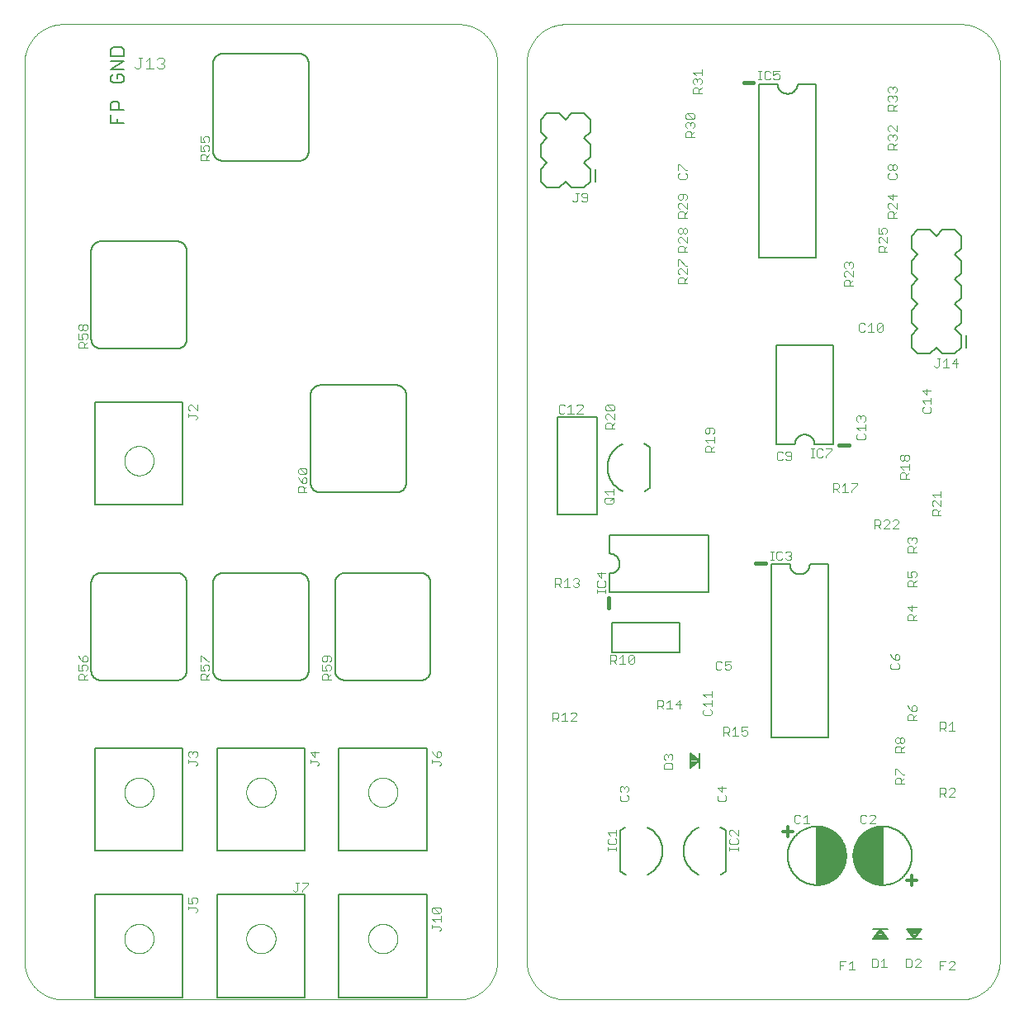
<source format=gto>
G75*
%MOIN*%
%OFA0B0*%
%FSLAX25Y25*%
%IPPOS*%
%LPD*%
%AMOC8*
5,1,8,0,0,1.08239X$1,22.5*
%
%ADD10C,0.00000*%
%ADD11C,0.00700*%
%ADD12C,0.00500*%
%ADD13C,0.00400*%
%ADD14C,0.01181*%
%ADD15C,0.00787*%
%ADD16C,0.00600*%
%ADD17C,0.01600*%
%ADD18C,0.00300*%
D10*
X0001492Y0017240D02*
X0001492Y0379445D01*
X0001497Y0379826D01*
X0001510Y0380206D01*
X0001533Y0380586D01*
X0001566Y0380965D01*
X0001607Y0381343D01*
X0001657Y0381720D01*
X0001717Y0382096D01*
X0001785Y0382471D01*
X0001863Y0382843D01*
X0001950Y0383214D01*
X0002045Y0383582D01*
X0002150Y0383948D01*
X0002263Y0384311D01*
X0002385Y0384672D01*
X0002515Y0385029D01*
X0002655Y0385383D01*
X0002802Y0385734D01*
X0002959Y0386081D01*
X0003123Y0386424D01*
X0003296Y0386763D01*
X0003477Y0387098D01*
X0003666Y0387429D01*
X0003863Y0387754D01*
X0004067Y0388075D01*
X0004280Y0388391D01*
X0004500Y0388701D01*
X0004727Y0389007D01*
X0004962Y0389306D01*
X0005204Y0389600D01*
X0005452Y0389888D01*
X0005708Y0390170D01*
X0005971Y0390445D01*
X0006240Y0390714D01*
X0006515Y0390977D01*
X0006797Y0391233D01*
X0007085Y0391481D01*
X0007379Y0391723D01*
X0007678Y0391958D01*
X0007984Y0392185D01*
X0008294Y0392405D01*
X0008610Y0392618D01*
X0008931Y0392822D01*
X0009256Y0393019D01*
X0009587Y0393208D01*
X0009922Y0393389D01*
X0010261Y0393562D01*
X0010604Y0393726D01*
X0010951Y0393883D01*
X0011302Y0394030D01*
X0011656Y0394170D01*
X0012013Y0394300D01*
X0012374Y0394422D01*
X0012737Y0394535D01*
X0013103Y0394640D01*
X0013471Y0394735D01*
X0013842Y0394822D01*
X0014214Y0394900D01*
X0014589Y0394968D01*
X0014965Y0395028D01*
X0015342Y0395078D01*
X0015720Y0395119D01*
X0016099Y0395152D01*
X0016479Y0395175D01*
X0016859Y0395188D01*
X0017240Y0395193D01*
X0176689Y0395193D01*
X0177070Y0395188D01*
X0177450Y0395175D01*
X0177830Y0395152D01*
X0178209Y0395119D01*
X0178587Y0395078D01*
X0178964Y0395028D01*
X0179340Y0394968D01*
X0179715Y0394900D01*
X0180087Y0394822D01*
X0180458Y0394735D01*
X0180826Y0394640D01*
X0181192Y0394535D01*
X0181555Y0394422D01*
X0181916Y0394300D01*
X0182273Y0394170D01*
X0182627Y0394030D01*
X0182978Y0393883D01*
X0183325Y0393726D01*
X0183668Y0393562D01*
X0184007Y0393389D01*
X0184342Y0393208D01*
X0184673Y0393019D01*
X0184998Y0392822D01*
X0185319Y0392618D01*
X0185635Y0392405D01*
X0185945Y0392185D01*
X0186251Y0391958D01*
X0186550Y0391723D01*
X0186844Y0391481D01*
X0187132Y0391233D01*
X0187414Y0390977D01*
X0187689Y0390714D01*
X0187958Y0390445D01*
X0188221Y0390170D01*
X0188477Y0389888D01*
X0188725Y0389600D01*
X0188967Y0389306D01*
X0189202Y0389007D01*
X0189429Y0388701D01*
X0189649Y0388391D01*
X0189862Y0388075D01*
X0190066Y0387754D01*
X0190263Y0387429D01*
X0190452Y0387098D01*
X0190633Y0386763D01*
X0190806Y0386424D01*
X0190970Y0386081D01*
X0191127Y0385734D01*
X0191274Y0385383D01*
X0191414Y0385029D01*
X0191544Y0384672D01*
X0191666Y0384311D01*
X0191779Y0383948D01*
X0191884Y0383582D01*
X0191979Y0383214D01*
X0192066Y0382843D01*
X0192144Y0382471D01*
X0192212Y0382096D01*
X0192272Y0381720D01*
X0192322Y0381343D01*
X0192363Y0380965D01*
X0192396Y0380586D01*
X0192419Y0380206D01*
X0192432Y0379826D01*
X0192437Y0379445D01*
X0192437Y0017240D01*
X0204248Y0017240D02*
X0204248Y0379445D01*
X0204253Y0379826D01*
X0204266Y0380206D01*
X0204289Y0380586D01*
X0204322Y0380965D01*
X0204363Y0381343D01*
X0204413Y0381720D01*
X0204473Y0382096D01*
X0204541Y0382471D01*
X0204619Y0382843D01*
X0204706Y0383214D01*
X0204801Y0383582D01*
X0204906Y0383948D01*
X0205019Y0384311D01*
X0205141Y0384672D01*
X0205271Y0385029D01*
X0205411Y0385383D01*
X0205558Y0385734D01*
X0205715Y0386081D01*
X0205879Y0386424D01*
X0206052Y0386763D01*
X0206233Y0387098D01*
X0206422Y0387429D01*
X0206619Y0387754D01*
X0206823Y0388075D01*
X0207036Y0388391D01*
X0207256Y0388701D01*
X0207483Y0389007D01*
X0207718Y0389306D01*
X0207960Y0389600D01*
X0208208Y0389888D01*
X0208464Y0390170D01*
X0208727Y0390445D01*
X0208996Y0390714D01*
X0209271Y0390977D01*
X0209553Y0391233D01*
X0209841Y0391481D01*
X0210135Y0391723D01*
X0210434Y0391958D01*
X0210740Y0392185D01*
X0211050Y0392405D01*
X0211366Y0392618D01*
X0211687Y0392822D01*
X0212012Y0393019D01*
X0212343Y0393208D01*
X0212678Y0393389D01*
X0213017Y0393562D01*
X0213360Y0393726D01*
X0213707Y0393883D01*
X0214058Y0394030D01*
X0214412Y0394170D01*
X0214769Y0394300D01*
X0215130Y0394422D01*
X0215493Y0394535D01*
X0215859Y0394640D01*
X0216227Y0394735D01*
X0216598Y0394822D01*
X0216970Y0394900D01*
X0217345Y0394968D01*
X0217721Y0395028D01*
X0218098Y0395078D01*
X0218476Y0395119D01*
X0218855Y0395152D01*
X0219235Y0395175D01*
X0219615Y0395188D01*
X0219996Y0395193D01*
X0379445Y0395193D01*
X0379826Y0395188D01*
X0380206Y0395175D01*
X0380586Y0395152D01*
X0380965Y0395119D01*
X0381343Y0395078D01*
X0381720Y0395028D01*
X0382096Y0394968D01*
X0382471Y0394900D01*
X0382843Y0394822D01*
X0383214Y0394735D01*
X0383582Y0394640D01*
X0383948Y0394535D01*
X0384311Y0394422D01*
X0384672Y0394300D01*
X0385029Y0394170D01*
X0385383Y0394030D01*
X0385734Y0393883D01*
X0386081Y0393726D01*
X0386424Y0393562D01*
X0386763Y0393389D01*
X0387098Y0393208D01*
X0387429Y0393019D01*
X0387754Y0392822D01*
X0388075Y0392618D01*
X0388391Y0392405D01*
X0388701Y0392185D01*
X0389007Y0391958D01*
X0389306Y0391723D01*
X0389600Y0391481D01*
X0389888Y0391233D01*
X0390170Y0390977D01*
X0390445Y0390714D01*
X0390714Y0390445D01*
X0390977Y0390170D01*
X0391233Y0389888D01*
X0391481Y0389600D01*
X0391723Y0389306D01*
X0391958Y0389007D01*
X0392185Y0388701D01*
X0392405Y0388391D01*
X0392618Y0388075D01*
X0392822Y0387754D01*
X0393019Y0387429D01*
X0393208Y0387098D01*
X0393389Y0386763D01*
X0393562Y0386424D01*
X0393726Y0386081D01*
X0393883Y0385734D01*
X0394030Y0385383D01*
X0394170Y0385029D01*
X0394300Y0384672D01*
X0394422Y0384311D01*
X0394535Y0383948D01*
X0394640Y0383582D01*
X0394735Y0383214D01*
X0394822Y0382843D01*
X0394900Y0382471D01*
X0394968Y0382096D01*
X0395028Y0381720D01*
X0395078Y0381343D01*
X0395119Y0380965D01*
X0395152Y0380586D01*
X0395175Y0380206D01*
X0395188Y0379826D01*
X0395193Y0379445D01*
X0395193Y0017240D01*
X0395188Y0016859D01*
X0395175Y0016479D01*
X0395152Y0016099D01*
X0395119Y0015720D01*
X0395078Y0015342D01*
X0395028Y0014965D01*
X0394968Y0014589D01*
X0394900Y0014214D01*
X0394822Y0013842D01*
X0394735Y0013471D01*
X0394640Y0013103D01*
X0394535Y0012737D01*
X0394422Y0012374D01*
X0394300Y0012013D01*
X0394170Y0011656D01*
X0394030Y0011302D01*
X0393883Y0010951D01*
X0393726Y0010604D01*
X0393562Y0010261D01*
X0393389Y0009922D01*
X0393208Y0009587D01*
X0393019Y0009256D01*
X0392822Y0008931D01*
X0392618Y0008610D01*
X0392405Y0008294D01*
X0392185Y0007984D01*
X0391958Y0007678D01*
X0391723Y0007379D01*
X0391481Y0007085D01*
X0391233Y0006797D01*
X0390977Y0006515D01*
X0390714Y0006240D01*
X0390445Y0005971D01*
X0390170Y0005708D01*
X0389888Y0005452D01*
X0389600Y0005204D01*
X0389306Y0004962D01*
X0389007Y0004727D01*
X0388701Y0004500D01*
X0388391Y0004280D01*
X0388075Y0004067D01*
X0387754Y0003863D01*
X0387429Y0003666D01*
X0387098Y0003477D01*
X0386763Y0003296D01*
X0386424Y0003123D01*
X0386081Y0002959D01*
X0385734Y0002802D01*
X0385383Y0002655D01*
X0385029Y0002515D01*
X0384672Y0002385D01*
X0384311Y0002263D01*
X0383948Y0002150D01*
X0383582Y0002045D01*
X0383214Y0001950D01*
X0382843Y0001863D01*
X0382471Y0001785D01*
X0382096Y0001717D01*
X0381720Y0001657D01*
X0381343Y0001607D01*
X0380965Y0001566D01*
X0380586Y0001533D01*
X0380206Y0001510D01*
X0379826Y0001497D01*
X0379445Y0001492D01*
X0219996Y0001492D01*
X0219615Y0001497D01*
X0219235Y0001510D01*
X0218855Y0001533D01*
X0218476Y0001566D01*
X0218098Y0001607D01*
X0217721Y0001657D01*
X0217345Y0001717D01*
X0216970Y0001785D01*
X0216598Y0001863D01*
X0216227Y0001950D01*
X0215859Y0002045D01*
X0215493Y0002150D01*
X0215130Y0002263D01*
X0214769Y0002385D01*
X0214412Y0002515D01*
X0214058Y0002655D01*
X0213707Y0002802D01*
X0213360Y0002959D01*
X0213017Y0003123D01*
X0212678Y0003296D01*
X0212343Y0003477D01*
X0212012Y0003666D01*
X0211687Y0003863D01*
X0211366Y0004067D01*
X0211050Y0004280D01*
X0210740Y0004500D01*
X0210434Y0004727D01*
X0210135Y0004962D01*
X0209841Y0005204D01*
X0209553Y0005452D01*
X0209271Y0005708D01*
X0208996Y0005971D01*
X0208727Y0006240D01*
X0208464Y0006515D01*
X0208208Y0006797D01*
X0207960Y0007085D01*
X0207718Y0007379D01*
X0207483Y0007678D01*
X0207256Y0007984D01*
X0207036Y0008294D01*
X0206823Y0008610D01*
X0206619Y0008931D01*
X0206422Y0009256D01*
X0206233Y0009587D01*
X0206052Y0009922D01*
X0205879Y0010261D01*
X0205715Y0010604D01*
X0205558Y0010951D01*
X0205411Y0011302D01*
X0205271Y0011656D01*
X0205141Y0012013D01*
X0205019Y0012374D01*
X0204906Y0012737D01*
X0204801Y0013103D01*
X0204706Y0013471D01*
X0204619Y0013842D01*
X0204541Y0014214D01*
X0204473Y0014589D01*
X0204413Y0014965D01*
X0204363Y0015342D01*
X0204322Y0015720D01*
X0204289Y0016099D01*
X0204266Y0016479D01*
X0204253Y0016859D01*
X0204248Y0017240D01*
X0192437Y0017240D02*
X0192432Y0016859D01*
X0192419Y0016479D01*
X0192396Y0016099D01*
X0192363Y0015720D01*
X0192322Y0015342D01*
X0192272Y0014965D01*
X0192212Y0014589D01*
X0192144Y0014214D01*
X0192066Y0013842D01*
X0191979Y0013471D01*
X0191884Y0013103D01*
X0191779Y0012737D01*
X0191666Y0012374D01*
X0191544Y0012013D01*
X0191414Y0011656D01*
X0191274Y0011302D01*
X0191127Y0010951D01*
X0190970Y0010604D01*
X0190806Y0010261D01*
X0190633Y0009922D01*
X0190452Y0009587D01*
X0190263Y0009256D01*
X0190066Y0008931D01*
X0189862Y0008610D01*
X0189649Y0008294D01*
X0189429Y0007984D01*
X0189202Y0007678D01*
X0188967Y0007379D01*
X0188725Y0007085D01*
X0188477Y0006797D01*
X0188221Y0006515D01*
X0187958Y0006240D01*
X0187689Y0005971D01*
X0187414Y0005708D01*
X0187132Y0005452D01*
X0186844Y0005204D01*
X0186550Y0004962D01*
X0186251Y0004727D01*
X0185945Y0004500D01*
X0185635Y0004280D01*
X0185319Y0004067D01*
X0184998Y0003863D01*
X0184673Y0003666D01*
X0184342Y0003477D01*
X0184007Y0003296D01*
X0183668Y0003123D01*
X0183325Y0002959D01*
X0182978Y0002802D01*
X0182627Y0002655D01*
X0182273Y0002515D01*
X0181916Y0002385D01*
X0181555Y0002263D01*
X0181192Y0002150D01*
X0180826Y0002045D01*
X0180458Y0001950D01*
X0180087Y0001863D01*
X0179715Y0001785D01*
X0179340Y0001717D01*
X0178964Y0001657D01*
X0178587Y0001607D01*
X0178209Y0001566D01*
X0177830Y0001533D01*
X0177450Y0001510D01*
X0177070Y0001497D01*
X0176689Y0001492D01*
X0017240Y0001492D01*
X0016859Y0001497D01*
X0016479Y0001510D01*
X0016099Y0001533D01*
X0015720Y0001566D01*
X0015342Y0001607D01*
X0014965Y0001657D01*
X0014589Y0001717D01*
X0014214Y0001785D01*
X0013842Y0001863D01*
X0013471Y0001950D01*
X0013103Y0002045D01*
X0012737Y0002150D01*
X0012374Y0002263D01*
X0012013Y0002385D01*
X0011656Y0002515D01*
X0011302Y0002655D01*
X0010951Y0002802D01*
X0010604Y0002959D01*
X0010261Y0003123D01*
X0009922Y0003296D01*
X0009587Y0003477D01*
X0009256Y0003666D01*
X0008931Y0003863D01*
X0008610Y0004067D01*
X0008294Y0004280D01*
X0007984Y0004500D01*
X0007678Y0004727D01*
X0007379Y0004962D01*
X0007085Y0005204D01*
X0006797Y0005452D01*
X0006515Y0005708D01*
X0006240Y0005971D01*
X0005971Y0006240D01*
X0005708Y0006515D01*
X0005452Y0006797D01*
X0005204Y0007085D01*
X0004962Y0007379D01*
X0004727Y0007678D01*
X0004500Y0007984D01*
X0004280Y0008294D01*
X0004067Y0008610D01*
X0003863Y0008931D01*
X0003666Y0009256D01*
X0003477Y0009587D01*
X0003296Y0009922D01*
X0003123Y0010261D01*
X0002959Y0010604D01*
X0002802Y0010951D01*
X0002655Y0011302D01*
X0002515Y0011656D01*
X0002385Y0012013D01*
X0002263Y0012374D01*
X0002150Y0012737D01*
X0002045Y0013103D01*
X0001950Y0013471D01*
X0001863Y0013842D01*
X0001785Y0014214D01*
X0001717Y0014589D01*
X0001657Y0014965D01*
X0001607Y0015342D01*
X0001566Y0015720D01*
X0001533Y0016099D01*
X0001510Y0016479D01*
X0001497Y0016859D01*
X0001492Y0017240D01*
X0041846Y0026098D02*
X0041848Y0026251D01*
X0041854Y0026405D01*
X0041864Y0026558D01*
X0041878Y0026710D01*
X0041896Y0026863D01*
X0041918Y0027014D01*
X0041943Y0027165D01*
X0041973Y0027316D01*
X0042007Y0027466D01*
X0042044Y0027614D01*
X0042085Y0027762D01*
X0042130Y0027908D01*
X0042179Y0028054D01*
X0042232Y0028198D01*
X0042288Y0028340D01*
X0042348Y0028481D01*
X0042412Y0028621D01*
X0042479Y0028759D01*
X0042550Y0028895D01*
X0042625Y0029029D01*
X0042702Y0029161D01*
X0042784Y0029291D01*
X0042868Y0029419D01*
X0042956Y0029545D01*
X0043047Y0029668D01*
X0043141Y0029789D01*
X0043239Y0029907D01*
X0043339Y0030023D01*
X0043443Y0030136D01*
X0043549Y0030247D01*
X0043658Y0030355D01*
X0043770Y0030460D01*
X0043884Y0030561D01*
X0044002Y0030660D01*
X0044121Y0030756D01*
X0044243Y0030849D01*
X0044368Y0030938D01*
X0044495Y0031025D01*
X0044624Y0031107D01*
X0044755Y0031187D01*
X0044888Y0031263D01*
X0045023Y0031336D01*
X0045160Y0031405D01*
X0045299Y0031470D01*
X0045439Y0031532D01*
X0045581Y0031590D01*
X0045724Y0031645D01*
X0045869Y0031696D01*
X0046015Y0031743D01*
X0046162Y0031786D01*
X0046310Y0031825D01*
X0046459Y0031861D01*
X0046609Y0031892D01*
X0046760Y0031920D01*
X0046911Y0031944D01*
X0047064Y0031964D01*
X0047216Y0031980D01*
X0047369Y0031992D01*
X0047522Y0032000D01*
X0047675Y0032004D01*
X0047829Y0032004D01*
X0047982Y0032000D01*
X0048135Y0031992D01*
X0048288Y0031980D01*
X0048440Y0031964D01*
X0048593Y0031944D01*
X0048744Y0031920D01*
X0048895Y0031892D01*
X0049045Y0031861D01*
X0049194Y0031825D01*
X0049342Y0031786D01*
X0049489Y0031743D01*
X0049635Y0031696D01*
X0049780Y0031645D01*
X0049923Y0031590D01*
X0050065Y0031532D01*
X0050205Y0031470D01*
X0050344Y0031405D01*
X0050481Y0031336D01*
X0050616Y0031263D01*
X0050749Y0031187D01*
X0050880Y0031107D01*
X0051009Y0031025D01*
X0051136Y0030938D01*
X0051261Y0030849D01*
X0051383Y0030756D01*
X0051502Y0030660D01*
X0051620Y0030561D01*
X0051734Y0030460D01*
X0051846Y0030355D01*
X0051955Y0030247D01*
X0052061Y0030136D01*
X0052165Y0030023D01*
X0052265Y0029907D01*
X0052363Y0029789D01*
X0052457Y0029668D01*
X0052548Y0029545D01*
X0052636Y0029419D01*
X0052720Y0029291D01*
X0052802Y0029161D01*
X0052879Y0029029D01*
X0052954Y0028895D01*
X0053025Y0028759D01*
X0053092Y0028621D01*
X0053156Y0028481D01*
X0053216Y0028340D01*
X0053272Y0028198D01*
X0053325Y0028054D01*
X0053374Y0027908D01*
X0053419Y0027762D01*
X0053460Y0027614D01*
X0053497Y0027466D01*
X0053531Y0027316D01*
X0053561Y0027165D01*
X0053586Y0027014D01*
X0053608Y0026863D01*
X0053626Y0026710D01*
X0053640Y0026558D01*
X0053650Y0026405D01*
X0053656Y0026251D01*
X0053658Y0026098D01*
X0053656Y0025945D01*
X0053650Y0025791D01*
X0053640Y0025638D01*
X0053626Y0025486D01*
X0053608Y0025333D01*
X0053586Y0025182D01*
X0053561Y0025031D01*
X0053531Y0024880D01*
X0053497Y0024730D01*
X0053460Y0024582D01*
X0053419Y0024434D01*
X0053374Y0024288D01*
X0053325Y0024142D01*
X0053272Y0023998D01*
X0053216Y0023856D01*
X0053156Y0023715D01*
X0053092Y0023575D01*
X0053025Y0023437D01*
X0052954Y0023301D01*
X0052879Y0023167D01*
X0052802Y0023035D01*
X0052720Y0022905D01*
X0052636Y0022777D01*
X0052548Y0022651D01*
X0052457Y0022528D01*
X0052363Y0022407D01*
X0052265Y0022289D01*
X0052165Y0022173D01*
X0052061Y0022060D01*
X0051955Y0021949D01*
X0051846Y0021841D01*
X0051734Y0021736D01*
X0051620Y0021635D01*
X0051502Y0021536D01*
X0051383Y0021440D01*
X0051261Y0021347D01*
X0051136Y0021258D01*
X0051009Y0021171D01*
X0050880Y0021089D01*
X0050749Y0021009D01*
X0050616Y0020933D01*
X0050481Y0020860D01*
X0050344Y0020791D01*
X0050205Y0020726D01*
X0050065Y0020664D01*
X0049923Y0020606D01*
X0049780Y0020551D01*
X0049635Y0020500D01*
X0049489Y0020453D01*
X0049342Y0020410D01*
X0049194Y0020371D01*
X0049045Y0020335D01*
X0048895Y0020304D01*
X0048744Y0020276D01*
X0048593Y0020252D01*
X0048440Y0020232D01*
X0048288Y0020216D01*
X0048135Y0020204D01*
X0047982Y0020196D01*
X0047829Y0020192D01*
X0047675Y0020192D01*
X0047522Y0020196D01*
X0047369Y0020204D01*
X0047216Y0020216D01*
X0047064Y0020232D01*
X0046911Y0020252D01*
X0046760Y0020276D01*
X0046609Y0020304D01*
X0046459Y0020335D01*
X0046310Y0020371D01*
X0046162Y0020410D01*
X0046015Y0020453D01*
X0045869Y0020500D01*
X0045724Y0020551D01*
X0045581Y0020606D01*
X0045439Y0020664D01*
X0045299Y0020726D01*
X0045160Y0020791D01*
X0045023Y0020860D01*
X0044888Y0020933D01*
X0044755Y0021009D01*
X0044624Y0021089D01*
X0044495Y0021171D01*
X0044368Y0021258D01*
X0044243Y0021347D01*
X0044121Y0021440D01*
X0044002Y0021536D01*
X0043884Y0021635D01*
X0043770Y0021736D01*
X0043658Y0021841D01*
X0043549Y0021949D01*
X0043443Y0022060D01*
X0043339Y0022173D01*
X0043239Y0022289D01*
X0043141Y0022407D01*
X0043047Y0022528D01*
X0042956Y0022651D01*
X0042868Y0022777D01*
X0042784Y0022905D01*
X0042702Y0023035D01*
X0042625Y0023167D01*
X0042550Y0023301D01*
X0042479Y0023437D01*
X0042412Y0023575D01*
X0042348Y0023715D01*
X0042288Y0023856D01*
X0042232Y0023998D01*
X0042179Y0024142D01*
X0042130Y0024288D01*
X0042085Y0024434D01*
X0042044Y0024582D01*
X0042007Y0024730D01*
X0041973Y0024880D01*
X0041943Y0025031D01*
X0041918Y0025182D01*
X0041896Y0025333D01*
X0041878Y0025486D01*
X0041864Y0025638D01*
X0041854Y0025791D01*
X0041848Y0025945D01*
X0041846Y0026098D01*
X0091059Y0026098D02*
X0091061Y0026251D01*
X0091067Y0026405D01*
X0091077Y0026558D01*
X0091091Y0026710D01*
X0091109Y0026863D01*
X0091131Y0027014D01*
X0091156Y0027165D01*
X0091186Y0027316D01*
X0091220Y0027466D01*
X0091257Y0027614D01*
X0091298Y0027762D01*
X0091343Y0027908D01*
X0091392Y0028054D01*
X0091445Y0028198D01*
X0091501Y0028340D01*
X0091561Y0028481D01*
X0091625Y0028621D01*
X0091692Y0028759D01*
X0091763Y0028895D01*
X0091838Y0029029D01*
X0091915Y0029161D01*
X0091997Y0029291D01*
X0092081Y0029419D01*
X0092169Y0029545D01*
X0092260Y0029668D01*
X0092354Y0029789D01*
X0092452Y0029907D01*
X0092552Y0030023D01*
X0092656Y0030136D01*
X0092762Y0030247D01*
X0092871Y0030355D01*
X0092983Y0030460D01*
X0093097Y0030561D01*
X0093215Y0030660D01*
X0093334Y0030756D01*
X0093456Y0030849D01*
X0093581Y0030938D01*
X0093708Y0031025D01*
X0093837Y0031107D01*
X0093968Y0031187D01*
X0094101Y0031263D01*
X0094236Y0031336D01*
X0094373Y0031405D01*
X0094512Y0031470D01*
X0094652Y0031532D01*
X0094794Y0031590D01*
X0094937Y0031645D01*
X0095082Y0031696D01*
X0095228Y0031743D01*
X0095375Y0031786D01*
X0095523Y0031825D01*
X0095672Y0031861D01*
X0095822Y0031892D01*
X0095973Y0031920D01*
X0096124Y0031944D01*
X0096277Y0031964D01*
X0096429Y0031980D01*
X0096582Y0031992D01*
X0096735Y0032000D01*
X0096888Y0032004D01*
X0097042Y0032004D01*
X0097195Y0032000D01*
X0097348Y0031992D01*
X0097501Y0031980D01*
X0097653Y0031964D01*
X0097806Y0031944D01*
X0097957Y0031920D01*
X0098108Y0031892D01*
X0098258Y0031861D01*
X0098407Y0031825D01*
X0098555Y0031786D01*
X0098702Y0031743D01*
X0098848Y0031696D01*
X0098993Y0031645D01*
X0099136Y0031590D01*
X0099278Y0031532D01*
X0099418Y0031470D01*
X0099557Y0031405D01*
X0099694Y0031336D01*
X0099829Y0031263D01*
X0099962Y0031187D01*
X0100093Y0031107D01*
X0100222Y0031025D01*
X0100349Y0030938D01*
X0100474Y0030849D01*
X0100596Y0030756D01*
X0100715Y0030660D01*
X0100833Y0030561D01*
X0100947Y0030460D01*
X0101059Y0030355D01*
X0101168Y0030247D01*
X0101274Y0030136D01*
X0101378Y0030023D01*
X0101478Y0029907D01*
X0101576Y0029789D01*
X0101670Y0029668D01*
X0101761Y0029545D01*
X0101849Y0029419D01*
X0101933Y0029291D01*
X0102015Y0029161D01*
X0102092Y0029029D01*
X0102167Y0028895D01*
X0102238Y0028759D01*
X0102305Y0028621D01*
X0102369Y0028481D01*
X0102429Y0028340D01*
X0102485Y0028198D01*
X0102538Y0028054D01*
X0102587Y0027908D01*
X0102632Y0027762D01*
X0102673Y0027614D01*
X0102710Y0027466D01*
X0102744Y0027316D01*
X0102774Y0027165D01*
X0102799Y0027014D01*
X0102821Y0026863D01*
X0102839Y0026710D01*
X0102853Y0026558D01*
X0102863Y0026405D01*
X0102869Y0026251D01*
X0102871Y0026098D01*
X0102869Y0025945D01*
X0102863Y0025791D01*
X0102853Y0025638D01*
X0102839Y0025486D01*
X0102821Y0025333D01*
X0102799Y0025182D01*
X0102774Y0025031D01*
X0102744Y0024880D01*
X0102710Y0024730D01*
X0102673Y0024582D01*
X0102632Y0024434D01*
X0102587Y0024288D01*
X0102538Y0024142D01*
X0102485Y0023998D01*
X0102429Y0023856D01*
X0102369Y0023715D01*
X0102305Y0023575D01*
X0102238Y0023437D01*
X0102167Y0023301D01*
X0102092Y0023167D01*
X0102015Y0023035D01*
X0101933Y0022905D01*
X0101849Y0022777D01*
X0101761Y0022651D01*
X0101670Y0022528D01*
X0101576Y0022407D01*
X0101478Y0022289D01*
X0101378Y0022173D01*
X0101274Y0022060D01*
X0101168Y0021949D01*
X0101059Y0021841D01*
X0100947Y0021736D01*
X0100833Y0021635D01*
X0100715Y0021536D01*
X0100596Y0021440D01*
X0100474Y0021347D01*
X0100349Y0021258D01*
X0100222Y0021171D01*
X0100093Y0021089D01*
X0099962Y0021009D01*
X0099829Y0020933D01*
X0099694Y0020860D01*
X0099557Y0020791D01*
X0099418Y0020726D01*
X0099278Y0020664D01*
X0099136Y0020606D01*
X0098993Y0020551D01*
X0098848Y0020500D01*
X0098702Y0020453D01*
X0098555Y0020410D01*
X0098407Y0020371D01*
X0098258Y0020335D01*
X0098108Y0020304D01*
X0097957Y0020276D01*
X0097806Y0020252D01*
X0097653Y0020232D01*
X0097501Y0020216D01*
X0097348Y0020204D01*
X0097195Y0020196D01*
X0097042Y0020192D01*
X0096888Y0020192D01*
X0096735Y0020196D01*
X0096582Y0020204D01*
X0096429Y0020216D01*
X0096277Y0020232D01*
X0096124Y0020252D01*
X0095973Y0020276D01*
X0095822Y0020304D01*
X0095672Y0020335D01*
X0095523Y0020371D01*
X0095375Y0020410D01*
X0095228Y0020453D01*
X0095082Y0020500D01*
X0094937Y0020551D01*
X0094794Y0020606D01*
X0094652Y0020664D01*
X0094512Y0020726D01*
X0094373Y0020791D01*
X0094236Y0020860D01*
X0094101Y0020933D01*
X0093968Y0021009D01*
X0093837Y0021089D01*
X0093708Y0021171D01*
X0093581Y0021258D01*
X0093456Y0021347D01*
X0093334Y0021440D01*
X0093215Y0021536D01*
X0093097Y0021635D01*
X0092983Y0021736D01*
X0092871Y0021841D01*
X0092762Y0021949D01*
X0092656Y0022060D01*
X0092552Y0022173D01*
X0092452Y0022289D01*
X0092354Y0022407D01*
X0092260Y0022528D01*
X0092169Y0022651D01*
X0092081Y0022777D01*
X0091997Y0022905D01*
X0091915Y0023035D01*
X0091838Y0023167D01*
X0091763Y0023301D01*
X0091692Y0023437D01*
X0091625Y0023575D01*
X0091561Y0023715D01*
X0091501Y0023856D01*
X0091445Y0023998D01*
X0091392Y0024142D01*
X0091343Y0024288D01*
X0091298Y0024434D01*
X0091257Y0024582D01*
X0091220Y0024730D01*
X0091186Y0024880D01*
X0091156Y0025031D01*
X0091131Y0025182D01*
X0091109Y0025333D01*
X0091091Y0025486D01*
X0091077Y0025638D01*
X0091067Y0025791D01*
X0091061Y0025945D01*
X0091059Y0026098D01*
X0140271Y0026098D02*
X0140273Y0026251D01*
X0140279Y0026405D01*
X0140289Y0026558D01*
X0140303Y0026710D01*
X0140321Y0026863D01*
X0140343Y0027014D01*
X0140368Y0027165D01*
X0140398Y0027316D01*
X0140432Y0027466D01*
X0140469Y0027614D01*
X0140510Y0027762D01*
X0140555Y0027908D01*
X0140604Y0028054D01*
X0140657Y0028198D01*
X0140713Y0028340D01*
X0140773Y0028481D01*
X0140837Y0028621D01*
X0140904Y0028759D01*
X0140975Y0028895D01*
X0141050Y0029029D01*
X0141127Y0029161D01*
X0141209Y0029291D01*
X0141293Y0029419D01*
X0141381Y0029545D01*
X0141472Y0029668D01*
X0141566Y0029789D01*
X0141664Y0029907D01*
X0141764Y0030023D01*
X0141868Y0030136D01*
X0141974Y0030247D01*
X0142083Y0030355D01*
X0142195Y0030460D01*
X0142309Y0030561D01*
X0142427Y0030660D01*
X0142546Y0030756D01*
X0142668Y0030849D01*
X0142793Y0030938D01*
X0142920Y0031025D01*
X0143049Y0031107D01*
X0143180Y0031187D01*
X0143313Y0031263D01*
X0143448Y0031336D01*
X0143585Y0031405D01*
X0143724Y0031470D01*
X0143864Y0031532D01*
X0144006Y0031590D01*
X0144149Y0031645D01*
X0144294Y0031696D01*
X0144440Y0031743D01*
X0144587Y0031786D01*
X0144735Y0031825D01*
X0144884Y0031861D01*
X0145034Y0031892D01*
X0145185Y0031920D01*
X0145336Y0031944D01*
X0145489Y0031964D01*
X0145641Y0031980D01*
X0145794Y0031992D01*
X0145947Y0032000D01*
X0146100Y0032004D01*
X0146254Y0032004D01*
X0146407Y0032000D01*
X0146560Y0031992D01*
X0146713Y0031980D01*
X0146865Y0031964D01*
X0147018Y0031944D01*
X0147169Y0031920D01*
X0147320Y0031892D01*
X0147470Y0031861D01*
X0147619Y0031825D01*
X0147767Y0031786D01*
X0147914Y0031743D01*
X0148060Y0031696D01*
X0148205Y0031645D01*
X0148348Y0031590D01*
X0148490Y0031532D01*
X0148630Y0031470D01*
X0148769Y0031405D01*
X0148906Y0031336D01*
X0149041Y0031263D01*
X0149174Y0031187D01*
X0149305Y0031107D01*
X0149434Y0031025D01*
X0149561Y0030938D01*
X0149686Y0030849D01*
X0149808Y0030756D01*
X0149927Y0030660D01*
X0150045Y0030561D01*
X0150159Y0030460D01*
X0150271Y0030355D01*
X0150380Y0030247D01*
X0150486Y0030136D01*
X0150590Y0030023D01*
X0150690Y0029907D01*
X0150788Y0029789D01*
X0150882Y0029668D01*
X0150973Y0029545D01*
X0151061Y0029419D01*
X0151145Y0029291D01*
X0151227Y0029161D01*
X0151304Y0029029D01*
X0151379Y0028895D01*
X0151450Y0028759D01*
X0151517Y0028621D01*
X0151581Y0028481D01*
X0151641Y0028340D01*
X0151697Y0028198D01*
X0151750Y0028054D01*
X0151799Y0027908D01*
X0151844Y0027762D01*
X0151885Y0027614D01*
X0151922Y0027466D01*
X0151956Y0027316D01*
X0151986Y0027165D01*
X0152011Y0027014D01*
X0152033Y0026863D01*
X0152051Y0026710D01*
X0152065Y0026558D01*
X0152075Y0026405D01*
X0152081Y0026251D01*
X0152083Y0026098D01*
X0152081Y0025945D01*
X0152075Y0025791D01*
X0152065Y0025638D01*
X0152051Y0025486D01*
X0152033Y0025333D01*
X0152011Y0025182D01*
X0151986Y0025031D01*
X0151956Y0024880D01*
X0151922Y0024730D01*
X0151885Y0024582D01*
X0151844Y0024434D01*
X0151799Y0024288D01*
X0151750Y0024142D01*
X0151697Y0023998D01*
X0151641Y0023856D01*
X0151581Y0023715D01*
X0151517Y0023575D01*
X0151450Y0023437D01*
X0151379Y0023301D01*
X0151304Y0023167D01*
X0151227Y0023035D01*
X0151145Y0022905D01*
X0151061Y0022777D01*
X0150973Y0022651D01*
X0150882Y0022528D01*
X0150788Y0022407D01*
X0150690Y0022289D01*
X0150590Y0022173D01*
X0150486Y0022060D01*
X0150380Y0021949D01*
X0150271Y0021841D01*
X0150159Y0021736D01*
X0150045Y0021635D01*
X0149927Y0021536D01*
X0149808Y0021440D01*
X0149686Y0021347D01*
X0149561Y0021258D01*
X0149434Y0021171D01*
X0149305Y0021089D01*
X0149174Y0021009D01*
X0149041Y0020933D01*
X0148906Y0020860D01*
X0148769Y0020791D01*
X0148630Y0020726D01*
X0148490Y0020664D01*
X0148348Y0020606D01*
X0148205Y0020551D01*
X0148060Y0020500D01*
X0147914Y0020453D01*
X0147767Y0020410D01*
X0147619Y0020371D01*
X0147470Y0020335D01*
X0147320Y0020304D01*
X0147169Y0020276D01*
X0147018Y0020252D01*
X0146865Y0020232D01*
X0146713Y0020216D01*
X0146560Y0020204D01*
X0146407Y0020196D01*
X0146254Y0020192D01*
X0146100Y0020192D01*
X0145947Y0020196D01*
X0145794Y0020204D01*
X0145641Y0020216D01*
X0145489Y0020232D01*
X0145336Y0020252D01*
X0145185Y0020276D01*
X0145034Y0020304D01*
X0144884Y0020335D01*
X0144735Y0020371D01*
X0144587Y0020410D01*
X0144440Y0020453D01*
X0144294Y0020500D01*
X0144149Y0020551D01*
X0144006Y0020606D01*
X0143864Y0020664D01*
X0143724Y0020726D01*
X0143585Y0020791D01*
X0143448Y0020860D01*
X0143313Y0020933D01*
X0143180Y0021009D01*
X0143049Y0021089D01*
X0142920Y0021171D01*
X0142793Y0021258D01*
X0142668Y0021347D01*
X0142546Y0021440D01*
X0142427Y0021536D01*
X0142309Y0021635D01*
X0142195Y0021736D01*
X0142083Y0021841D01*
X0141974Y0021949D01*
X0141868Y0022060D01*
X0141764Y0022173D01*
X0141664Y0022289D01*
X0141566Y0022407D01*
X0141472Y0022528D01*
X0141381Y0022651D01*
X0141293Y0022777D01*
X0141209Y0022905D01*
X0141127Y0023035D01*
X0141050Y0023167D01*
X0140975Y0023301D01*
X0140904Y0023437D01*
X0140837Y0023575D01*
X0140773Y0023715D01*
X0140713Y0023856D01*
X0140657Y0023998D01*
X0140604Y0024142D01*
X0140555Y0024288D01*
X0140510Y0024434D01*
X0140469Y0024582D01*
X0140432Y0024730D01*
X0140398Y0024880D01*
X0140368Y0025031D01*
X0140343Y0025182D01*
X0140321Y0025333D01*
X0140303Y0025486D01*
X0140289Y0025638D01*
X0140279Y0025791D01*
X0140273Y0025945D01*
X0140271Y0026098D01*
X0140271Y0085154D02*
X0140273Y0085307D01*
X0140279Y0085461D01*
X0140289Y0085614D01*
X0140303Y0085766D01*
X0140321Y0085919D01*
X0140343Y0086070D01*
X0140368Y0086221D01*
X0140398Y0086372D01*
X0140432Y0086522D01*
X0140469Y0086670D01*
X0140510Y0086818D01*
X0140555Y0086964D01*
X0140604Y0087110D01*
X0140657Y0087254D01*
X0140713Y0087396D01*
X0140773Y0087537D01*
X0140837Y0087677D01*
X0140904Y0087815D01*
X0140975Y0087951D01*
X0141050Y0088085D01*
X0141127Y0088217D01*
X0141209Y0088347D01*
X0141293Y0088475D01*
X0141381Y0088601D01*
X0141472Y0088724D01*
X0141566Y0088845D01*
X0141664Y0088963D01*
X0141764Y0089079D01*
X0141868Y0089192D01*
X0141974Y0089303D01*
X0142083Y0089411D01*
X0142195Y0089516D01*
X0142309Y0089617D01*
X0142427Y0089716D01*
X0142546Y0089812D01*
X0142668Y0089905D01*
X0142793Y0089994D01*
X0142920Y0090081D01*
X0143049Y0090163D01*
X0143180Y0090243D01*
X0143313Y0090319D01*
X0143448Y0090392D01*
X0143585Y0090461D01*
X0143724Y0090526D01*
X0143864Y0090588D01*
X0144006Y0090646D01*
X0144149Y0090701D01*
X0144294Y0090752D01*
X0144440Y0090799D01*
X0144587Y0090842D01*
X0144735Y0090881D01*
X0144884Y0090917D01*
X0145034Y0090948D01*
X0145185Y0090976D01*
X0145336Y0091000D01*
X0145489Y0091020D01*
X0145641Y0091036D01*
X0145794Y0091048D01*
X0145947Y0091056D01*
X0146100Y0091060D01*
X0146254Y0091060D01*
X0146407Y0091056D01*
X0146560Y0091048D01*
X0146713Y0091036D01*
X0146865Y0091020D01*
X0147018Y0091000D01*
X0147169Y0090976D01*
X0147320Y0090948D01*
X0147470Y0090917D01*
X0147619Y0090881D01*
X0147767Y0090842D01*
X0147914Y0090799D01*
X0148060Y0090752D01*
X0148205Y0090701D01*
X0148348Y0090646D01*
X0148490Y0090588D01*
X0148630Y0090526D01*
X0148769Y0090461D01*
X0148906Y0090392D01*
X0149041Y0090319D01*
X0149174Y0090243D01*
X0149305Y0090163D01*
X0149434Y0090081D01*
X0149561Y0089994D01*
X0149686Y0089905D01*
X0149808Y0089812D01*
X0149927Y0089716D01*
X0150045Y0089617D01*
X0150159Y0089516D01*
X0150271Y0089411D01*
X0150380Y0089303D01*
X0150486Y0089192D01*
X0150590Y0089079D01*
X0150690Y0088963D01*
X0150788Y0088845D01*
X0150882Y0088724D01*
X0150973Y0088601D01*
X0151061Y0088475D01*
X0151145Y0088347D01*
X0151227Y0088217D01*
X0151304Y0088085D01*
X0151379Y0087951D01*
X0151450Y0087815D01*
X0151517Y0087677D01*
X0151581Y0087537D01*
X0151641Y0087396D01*
X0151697Y0087254D01*
X0151750Y0087110D01*
X0151799Y0086964D01*
X0151844Y0086818D01*
X0151885Y0086670D01*
X0151922Y0086522D01*
X0151956Y0086372D01*
X0151986Y0086221D01*
X0152011Y0086070D01*
X0152033Y0085919D01*
X0152051Y0085766D01*
X0152065Y0085614D01*
X0152075Y0085461D01*
X0152081Y0085307D01*
X0152083Y0085154D01*
X0152081Y0085001D01*
X0152075Y0084847D01*
X0152065Y0084694D01*
X0152051Y0084542D01*
X0152033Y0084389D01*
X0152011Y0084238D01*
X0151986Y0084087D01*
X0151956Y0083936D01*
X0151922Y0083786D01*
X0151885Y0083638D01*
X0151844Y0083490D01*
X0151799Y0083344D01*
X0151750Y0083198D01*
X0151697Y0083054D01*
X0151641Y0082912D01*
X0151581Y0082771D01*
X0151517Y0082631D01*
X0151450Y0082493D01*
X0151379Y0082357D01*
X0151304Y0082223D01*
X0151227Y0082091D01*
X0151145Y0081961D01*
X0151061Y0081833D01*
X0150973Y0081707D01*
X0150882Y0081584D01*
X0150788Y0081463D01*
X0150690Y0081345D01*
X0150590Y0081229D01*
X0150486Y0081116D01*
X0150380Y0081005D01*
X0150271Y0080897D01*
X0150159Y0080792D01*
X0150045Y0080691D01*
X0149927Y0080592D01*
X0149808Y0080496D01*
X0149686Y0080403D01*
X0149561Y0080314D01*
X0149434Y0080227D01*
X0149305Y0080145D01*
X0149174Y0080065D01*
X0149041Y0079989D01*
X0148906Y0079916D01*
X0148769Y0079847D01*
X0148630Y0079782D01*
X0148490Y0079720D01*
X0148348Y0079662D01*
X0148205Y0079607D01*
X0148060Y0079556D01*
X0147914Y0079509D01*
X0147767Y0079466D01*
X0147619Y0079427D01*
X0147470Y0079391D01*
X0147320Y0079360D01*
X0147169Y0079332D01*
X0147018Y0079308D01*
X0146865Y0079288D01*
X0146713Y0079272D01*
X0146560Y0079260D01*
X0146407Y0079252D01*
X0146254Y0079248D01*
X0146100Y0079248D01*
X0145947Y0079252D01*
X0145794Y0079260D01*
X0145641Y0079272D01*
X0145489Y0079288D01*
X0145336Y0079308D01*
X0145185Y0079332D01*
X0145034Y0079360D01*
X0144884Y0079391D01*
X0144735Y0079427D01*
X0144587Y0079466D01*
X0144440Y0079509D01*
X0144294Y0079556D01*
X0144149Y0079607D01*
X0144006Y0079662D01*
X0143864Y0079720D01*
X0143724Y0079782D01*
X0143585Y0079847D01*
X0143448Y0079916D01*
X0143313Y0079989D01*
X0143180Y0080065D01*
X0143049Y0080145D01*
X0142920Y0080227D01*
X0142793Y0080314D01*
X0142668Y0080403D01*
X0142546Y0080496D01*
X0142427Y0080592D01*
X0142309Y0080691D01*
X0142195Y0080792D01*
X0142083Y0080897D01*
X0141974Y0081005D01*
X0141868Y0081116D01*
X0141764Y0081229D01*
X0141664Y0081345D01*
X0141566Y0081463D01*
X0141472Y0081584D01*
X0141381Y0081707D01*
X0141293Y0081833D01*
X0141209Y0081961D01*
X0141127Y0082091D01*
X0141050Y0082223D01*
X0140975Y0082357D01*
X0140904Y0082493D01*
X0140837Y0082631D01*
X0140773Y0082771D01*
X0140713Y0082912D01*
X0140657Y0083054D01*
X0140604Y0083198D01*
X0140555Y0083344D01*
X0140510Y0083490D01*
X0140469Y0083638D01*
X0140432Y0083786D01*
X0140398Y0083936D01*
X0140368Y0084087D01*
X0140343Y0084238D01*
X0140321Y0084389D01*
X0140303Y0084542D01*
X0140289Y0084694D01*
X0140279Y0084847D01*
X0140273Y0085001D01*
X0140271Y0085154D01*
X0091059Y0085154D02*
X0091061Y0085307D01*
X0091067Y0085461D01*
X0091077Y0085614D01*
X0091091Y0085766D01*
X0091109Y0085919D01*
X0091131Y0086070D01*
X0091156Y0086221D01*
X0091186Y0086372D01*
X0091220Y0086522D01*
X0091257Y0086670D01*
X0091298Y0086818D01*
X0091343Y0086964D01*
X0091392Y0087110D01*
X0091445Y0087254D01*
X0091501Y0087396D01*
X0091561Y0087537D01*
X0091625Y0087677D01*
X0091692Y0087815D01*
X0091763Y0087951D01*
X0091838Y0088085D01*
X0091915Y0088217D01*
X0091997Y0088347D01*
X0092081Y0088475D01*
X0092169Y0088601D01*
X0092260Y0088724D01*
X0092354Y0088845D01*
X0092452Y0088963D01*
X0092552Y0089079D01*
X0092656Y0089192D01*
X0092762Y0089303D01*
X0092871Y0089411D01*
X0092983Y0089516D01*
X0093097Y0089617D01*
X0093215Y0089716D01*
X0093334Y0089812D01*
X0093456Y0089905D01*
X0093581Y0089994D01*
X0093708Y0090081D01*
X0093837Y0090163D01*
X0093968Y0090243D01*
X0094101Y0090319D01*
X0094236Y0090392D01*
X0094373Y0090461D01*
X0094512Y0090526D01*
X0094652Y0090588D01*
X0094794Y0090646D01*
X0094937Y0090701D01*
X0095082Y0090752D01*
X0095228Y0090799D01*
X0095375Y0090842D01*
X0095523Y0090881D01*
X0095672Y0090917D01*
X0095822Y0090948D01*
X0095973Y0090976D01*
X0096124Y0091000D01*
X0096277Y0091020D01*
X0096429Y0091036D01*
X0096582Y0091048D01*
X0096735Y0091056D01*
X0096888Y0091060D01*
X0097042Y0091060D01*
X0097195Y0091056D01*
X0097348Y0091048D01*
X0097501Y0091036D01*
X0097653Y0091020D01*
X0097806Y0091000D01*
X0097957Y0090976D01*
X0098108Y0090948D01*
X0098258Y0090917D01*
X0098407Y0090881D01*
X0098555Y0090842D01*
X0098702Y0090799D01*
X0098848Y0090752D01*
X0098993Y0090701D01*
X0099136Y0090646D01*
X0099278Y0090588D01*
X0099418Y0090526D01*
X0099557Y0090461D01*
X0099694Y0090392D01*
X0099829Y0090319D01*
X0099962Y0090243D01*
X0100093Y0090163D01*
X0100222Y0090081D01*
X0100349Y0089994D01*
X0100474Y0089905D01*
X0100596Y0089812D01*
X0100715Y0089716D01*
X0100833Y0089617D01*
X0100947Y0089516D01*
X0101059Y0089411D01*
X0101168Y0089303D01*
X0101274Y0089192D01*
X0101378Y0089079D01*
X0101478Y0088963D01*
X0101576Y0088845D01*
X0101670Y0088724D01*
X0101761Y0088601D01*
X0101849Y0088475D01*
X0101933Y0088347D01*
X0102015Y0088217D01*
X0102092Y0088085D01*
X0102167Y0087951D01*
X0102238Y0087815D01*
X0102305Y0087677D01*
X0102369Y0087537D01*
X0102429Y0087396D01*
X0102485Y0087254D01*
X0102538Y0087110D01*
X0102587Y0086964D01*
X0102632Y0086818D01*
X0102673Y0086670D01*
X0102710Y0086522D01*
X0102744Y0086372D01*
X0102774Y0086221D01*
X0102799Y0086070D01*
X0102821Y0085919D01*
X0102839Y0085766D01*
X0102853Y0085614D01*
X0102863Y0085461D01*
X0102869Y0085307D01*
X0102871Y0085154D01*
X0102869Y0085001D01*
X0102863Y0084847D01*
X0102853Y0084694D01*
X0102839Y0084542D01*
X0102821Y0084389D01*
X0102799Y0084238D01*
X0102774Y0084087D01*
X0102744Y0083936D01*
X0102710Y0083786D01*
X0102673Y0083638D01*
X0102632Y0083490D01*
X0102587Y0083344D01*
X0102538Y0083198D01*
X0102485Y0083054D01*
X0102429Y0082912D01*
X0102369Y0082771D01*
X0102305Y0082631D01*
X0102238Y0082493D01*
X0102167Y0082357D01*
X0102092Y0082223D01*
X0102015Y0082091D01*
X0101933Y0081961D01*
X0101849Y0081833D01*
X0101761Y0081707D01*
X0101670Y0081584D01*
X0101576Y0081463D01*
X0101478Y0081345D01*
X0101378Y0081229D01*
X0101274Y0081116D01*
X0101168Y0081005D01*
X0101059Y0080897D01*
X0100947Y0080792D01*
X0100833Y0080691D01*
X0100715Y0080592D01*
X0100596Y0080496D01*
X0100474Y0080403D01*
X0100349Y0080314D01*
X0100222Y0080227D01*
X0100093Y0080145D01*
X0099962Y0080065D01*
X0099829Y0079989D01*
X0099694Y0079916D01*
X0099557Y0079847D01*
X0099418Y0079782D01*
X0099278Y0079720D01*
X0099136Y0079662D01*
X0098993Y0079607D01*
X0098848Y0079556D01*
X0098702Y0079509D01*
X0098555Y0079466D01*
X0098407Y0079427D01*
X0098258Y0079391D01*
X0098108Y0079360D01*
X0097957Y0079332D01*
X0097806Y0079308D01*
X0097653Y0079288D01*
X0097501Y0079272D01*
X0097348Y0079260D01*
X0097195Y0079252D01*
X0097042Y0079248D01*
X0096888Y0079248D01*
X0096735Y0079252D01*
X0096582Y0079260D01*
X0096429Y0079272D01*
X0096277Y0079288D01*
X0096124Y0079308D01*
X0095973Y0079332D01*
X0095822Y0079360D01*
X0095672Y0079391D01*
X0095523Y0079427D01*
X0095375Y0079466D01*
X0095228Y0079509D01*
X0095082Y0079556D01*
X0094937Y0079607D01*
X0094794Y0079662D01*
X0094652Y0079720D01*
X0094512Y0079782D01*
X0094373Y0079847D01*
X0094236Y0079916D01*
X0094101Y0079989D01*
X0093968Y0080065D01*
X0093837Y0080145D01*
X0093708Y0080227D01*
X0093581Y0080314D01*
X0093456Y0080403D01*
X0093334Y0080496D01*
X0093215Y0080592D01*
X0093097Y0080691D01*
X0092983Y0080792D01*
X0092871Y0080897D01*
X0092762Y0081005D01*
X0092656Y0081116D01*
X0092552Y0081229D01*
X0092452Y0081345D01*
X0092354Y0081463D01*
X0092260Y0081584D01*
X0092169Y0081707D01*
X0092081Y0081833D01*
X0091997Y0081961D01*
X0091915Y0082091D01*
X0091838Y0082223D01*
X0091763Y0082357D01*
X0091692Y0082493D01*
X0091625Y0082631D01*
X0091561Y0082771D01*
X0091501Y0082912D01*
X0091445Y0083054D01*
X0091392Y0083198D01*
X0091343Y0083344D01*
X0091298Y0083490D01*
X0091257Y0083638D01*
X0091220Y0083786D01*
X0091186Y0083936D01*
X0091156Y0084087D01*
X0091131Y0084238D01*
X0091109Y0084389D01*
X0091091Y0084542D01*
X0091077Y0084694D01*
X0091067Y0084847D01*
X0091061Y0085001D01*
X0091059Y0085154D01*
X0041846Y0085154D02*
X0041848Y0085307D01*
X0041854Y0085461D01*
X0041864Y0085614D01*
X0041878Y0085766D01*
X0041896Y0085919D01*
X0041918Y0086070D01*
X0041943Y0086221D01*
X0041973Y0086372D01*
X0042007Y0086522D01*
X0042044Y0086670D01*
X0042085Y0086818D01*
X0042130Y0086964D01*
X0042179Y0087110D01*
X0042232Y0087254D01*
X0042288Y0087396D01*
X0042348Y0087537D01*
X0042412Y0087677D01*
X0042479Y0087815D01*
X0042550Y0087951D01*
X0042625Y0088085D01*
X0042702Y0088217D01*
X0042784Y0088347D01*
X0042868Y0088475D01*
X0042956Y0088601D01*
X0043047Y0088724D01*
X0043141Y0088845D01*
X0043239Y0088963D01*
X0043339Y0089079D01*
X0043443Y0089192D01*
X0043549Y0089303D01*
X0043658Y0089411D01*
X0043770Y0089516D01*
X0043884Y0089617D01*
X0044002Y0089716D01*
X0044121Y0089812D01*
X0044243Y0089905D01*
X0044368Y0089994D01*
X0044495Y0090081D01*
X0044624Y0090163D01*
X0044755Y0090243D01*
X0044888Y0090319D01*
X0045023Y0090392D01*
X0045160Y0090461D01*
X0045299Y0090526D01*
X0045439Y0090588D01*
X0045581Y0090646D01*
X0045724Y0090701D01*
X0045869Y0090752D01*
X0046015Y0090799D01*
X0046162Y0090842D01*
X0046310Y0090881D01*
X0046459Y0090917D01*
X0046609Y0090948D01*
X0046760Y0090976D01*
X0046911Y0091000D01*
X0047064Y0091020D01*
X0047216Y0091036D01*
X0047369Y0091048D01*
X0047522Y0091056D01*
X0047675Y0091060D01*
X0047829Y0091060D01*
X0047982Y0091056D01*
X0048135Y0091048D01*
X0048288Y0091036D01*
X0048440Y0091020D01*
X0048593Y0091000D01*
X0048744Y0090976D01*
X0048895Y0090948D01*
X0049045Y0090917D01*
X0049194Y0090881D01*
X0049342Y0090842D01*
X0049489Y0090799D01*
X0049635Y0090752D01*
X0049780Y0090701D01*
X0049923Y0090646D01*
X0050065Y0090588D01*
X0050205Y0090526D01*
X0050344Y0090461D01*
X0050481Y0090392D01*
X0050616Y0090319D01*
X0050749Y0090243D01*
X0050880Y0090163D01*
X0051009Y0090081D01*
X0051136Y0089994D01*
X0051261Y0089905D01*
X0051383Y0089812D01*
X0051502Y0089716D01*
X0051620Y0089617D01*
X0051734Y0089516D01*
X0051846Y0089411D01*
X0051955Y0089303D01*
X0052061Y0089192D01*
X0052165Y0089079D01*
X0052265Y0088963D01*
X0052363Y0088845D01*
X0052457Y0088724D01*
X0052548Y0088601D01*
X0052636Y0088475D01*
X0052720Y0088347D01*
X0052802Y0088217D01*
X0052879Y0088085D01*
X0052954Y0087951D01*
X0053025Y0087815D01*
X0053092Y0087677D01*
X0053156Y0087537D01*
X0053216Y0087396D01*
X0053272Y0087254D01*
X0053325Y0087110D01*
X0053374Y0086964D01*
X0053419Y0086818D01*
X0053460Y0086670D01*
X0053497Y0086522D01*
X0053531Y0086372D01*
X0053561Y0086221D01*
X0053586Y0086070D01*
X0053608Y0085919D01*
X0053626Y0085766D01*
X0053640Y0085614D01*
X0053650Y0085461D01*
X0053656Y0085307D01*
X0053658Y0085154D01*
X0053656Y0085001D01*
X0053650Y0084847D01*
X0053640Y0084694D01*
X0053626Y0084542D01*
X0053608Y0084389D01*
X0053586Y0084238D01*
X0053561Y0084087D01*
X0053531Y0083936D01*
X0053497Y0083786D01*
X0053460Y0083638D01*
X0053419Y0083490D01*
X0053374Y0083344D01*
X0053325Y0083198D01*
X0053272Y0083054D01*
X0053216Y0082912D01*
X0053156Y0082771D01*
X0053092Y0082631D01*
X0053025Y0082493D01*
X0052954Y0082357D01*
X0052879Y0082223D01*
X0052802Y0082091D01*
X0052720Y0081961D01*
X0052636Y0081833D01*
X0052548Y0081707D01*
X0052457Y0081584D01*
X0052363Y0081463D01*
X0052265Y0081345D01*
X0052165Y0081229D01*
X0052061Y0081116D01*
X0051955Y0081005D01*
X0051846Y0080897D01*
X0051734Y0080792D01*
X0051620Y0080691D01*
X0051502Y0080592D01*
X0051383Y0080496D01*
X0051261Y0080403D01*
X0051136Y0080314D01*
X0051009Y0080227D01*
X0050880Y0080145D01*
X0050749Y0080065D01*
X0050616Y0079989D01*
X0050481Y0079916D01*
X0050344Y0079847D01*
X0050205Y0079782D01*
X0050065Y0079720D01*
X0049923Y0079662D01*
X0049780Y0079607D01*
X0049635Y0079556D01*
X0049489Y0079509D01*
X0049342Y0079466D01*
X0049194Y0079427D01*
X0049045Y0079391D01*
X0048895Y0079360D01*
X0048744Y0079332D01*
X0048593Y0079308D01*
X0048440Y0079288D01*
X0048288Y0079272D01*
X0048135Y0079260D01*
X0047982Y0079252D01*
X0047829Y0079248D01*
X0047675Y0079248D01*
X0047522Y0079252D01*
X0047369Y0079260D01*
X0047216Y0079272D01*
X0047064Y0079288D01*
X0046911Y0079308D01*
X0046760Y0079332D01*
X0046609Y0079360D01*
X0046459Y0079391D01*
X0046310Y0079427D01*
X0046162Y0079466D01*
X0046015Y0079509D01*
X0045869Y0079556D01*
X0045724Y0079607D01*
X0045581Y0079662D01*
X0045439Y0079720D01*
X0045299Y0079782D01*
X0045160Y0079847D01*
X0045023Y0079916D01*
X0044888Y0079989D01*
X0044755Y0080065D01*
X0044624Y0080145D01*
X0044495Y0080227D01*
X0044368Y0080314D01*
X0044243Y0080403D01*
X0044121Y0080496D01*
X0044002Y0080592D01*
X0043884Y0080691D01*
X0043770Y0080792D01*
X0043658Y0080897D01*
X0043549Y0081005D01*
X0043443Y0081116D01*
X0043339Y0081229D01*
X0043239Y0081345D01*
X0043141Y0081463D01*
X0043047Y0081584D01*
X0042956Y0081707D01*
X0042868Y0081833D01*
X0042784Y0081961D01*
X0042702Y0082091D01*
X0042625Y0082223D01*
X0042550Y0082357D01*
X0042479Y0082493D01*
X0042412Y0082631D01*
X0042348Y0082771D01*
X0042288Y0082912D01*
X0042232Y0083054D01*
X0042179Y0083198D01*
X0042130Y0083344D01*
X0042085Y0083490D01*
X0042044Y0083638D01*
X0042007Y0083786D01*
X0041973Y0083936D01*
X0041943Y0084087D01*
X0041918Y0084238D01*
X0041896Y0084389D01*
X0041878Y0084542D01*
X0041864Y0084694D01*
X0041854Y0084847D01*
X0041848Y0085001D01*
X0041846Y0085154D01*
X0041846Y0219012D02*
X0041848Y0219165D01*
X0041854Y0219319D01*
X0041864Y0219472D01*
X0041878Y0219624D01*
X0041896Y0219777D01*
X0041918Y0219928D01*
X0041943Y0220079D01*
X0041973Y0220230D01*
X0042007Y0220380D01*
X0042044Y0220528D01*
X0042085Y0220676D01*
X0042130Y0220822D01*
X0042179Y0220968D01*
X0042232Y0221112D01*
X0042288Y0221254D01*
X0042348Y0221395D01*
X0042412Y0221535D01*
X0042479Y0221673D01*
X0042550Y0221809D01*
X0042625Y0221943D01*
X0042702Y0222075D01*
X0042784Y0222205D01*
X0042868Y0222333D01*
X0042956Y0222459D01*
X0043047Y0222582D01*
X0043141Y0222703D01*
X0043239Y0222821D01*
X0043339Y0222937D01*
X0043443Y0223050D01*
X0043549Y0223161D01*
X0043658Y0223269D01*
X0043770Y0223374D01*
X0043884Y0223475D01*
X0044002Y0223574D01*
X0044121Y0223670D01*
X0044243Y0223763D01*
X0044368Y0223852D01*
X0044495Y0223939D01*
X0044624Y0224021D01*
X0044755Y0224101D01*
X0044888Y0224177D01*
X0045023Y0224250D01*
X0045160Y0224319D01*
X0045299Y0224384D01*
X0045439Y0224446D01*
X0045581Y0224504D01*
X0045724Y0224559D01*
X0045869Y0224610D01*
X0046015Y0224657D01*
X0046162Y0224700D01*
X0046310Y0224739D01*
X0046459Y0224775D01*
X0046609Y0224806D01*
X0046760Y0224834D01*
X0046911Y0224858D01*
X0047064Y0224878D01*
X0047216Y0224894D01*
X0047369Y0224906D01*
X0047522Y0224914D01*
X0047675Y0224918D01*
X0047829Y0224918D01*
X0047982Y0224914D01*
X0048135Y0224906D01*
X0048288Y0224894D01*
X0048440Y0224878D01*
X0048593Y0224858D01*
X0048744Y0224834D01*
X0048895Y0224806D01*
X0049045Y0224775D01*
X0049194Y0224739D01*
X0049342Y0224700D01*
X0049489Y0224657D01*
X0049635Y0224610D01*
X0049780Y0224559D01*
X0049923Y0224504D01*
X0050065Y0224446D01*
X0050205Y0224384D01*
X0050344Y0224319D01*
X0050481Y0224250D01*
X0050616Y0224177D01*
X0050749Y0224101D01*
X0050880Y0224021D01*
X0051009Y0223939D01*
X0051136Y0223852D01*
X0051261Y0223763D01*
X0051383Y0223670D01*
X0051502Y0223574D01*
X0051620Y0223475D01*
X0051734Y0223374D01*
X0051846Y0223269D01*
X0051955Y0223161D01*
X0052061Y0223050D01*
X0052165Y0222937D01*
X0052265Y0222821D01*
X0052363Y0222703D01*
X0052457Y0222582D01*
X0052548Y0222459D01*
X0052636Y0222333D01*
X0052720Y0222205D01*
X0052802Y0222075D01*
X0052879Y0221943D01*
X0052954Y0221809D01*
X0053025Y0221673D01*
X0053092Y0221535D01*
X0053156Y0221395D01*
X0053216Y0221254D01*
X0053272Y0221112D01*
X0053325Y0220968D01*
X0053374Y0220822D01*
X0053419Y0220676D01*
X0053460Y0220528D01*
X0053497Y0220380D01*
X0053531Y0220230D01*
X0053561Y0220079D01*
X0053586Y0219928D01*
X0053608Y0219777D01*
X0053626Y0219624D01*
X0053640Y0219472D01*
X0053650Y0219319D01*
X0053656Y0219165D01*
X0053658Y0219012D01*
X0053656Y0218859D01*
X0053650Y0218705D01*
X0053640Y0218552D01*
X0053626Y0218400D01*
X0053608Y0218247D01*
X0053586Y0218096D01*
X0053561Y0217945D01*
X0053531Y0217794D01*
X0053497Y0217644D01*
X0053460Y0217496D01*
X0053419Y0217348D01*
X0053374Y0217202D01*
X0053325Y0217056D01*
X0053272Y0216912D01*
X0053216Y0216770D01*
X0053156Y0216629D01*
X0053092Y0216489D01*
X0053025Y0216351D01*
X0052954Y0216215D01*
X0052879Y0216081D01*
X0052802Y0215949D01*
X0052720Y0215819D01*
X0052636Y0215691D01*
X0052548Y0215565D01*
X0052457Y0215442D01*
X0052363Y0215321D01*
X0052265Y0215203D01*
X0052165Y0215087D01*
X0052061Y0214974D01*
X0051955Y0214863D01*
X0051846Y0214755D01*
X0051734Y0214650D01*
X0051620Y0214549D01*
X0051502Y0214450D01*
X0051383Y0214354D01*
X0051261Y0214261D01*
X0051136Y0214172D01*
X0051009Y0214085D01*
X0050880Y0214003D01*
X0050749Y0213923D01*
X0050616Y0213847D01*
X0050481Y0213774D01*
X0050344Y0213705D01*
X0050205Y0213640D01*
X0050065Y0213578D01*
X0049923Y0213520D01*
X0049780Y0213465D01*
X0049635Y0213414D01*
X0049489Y0213367D01*
X0049342Y0213324D01*
X0049194Y0213285D01*
X0049045Y0213249D01*
X0048895Y0213218D01*
X0048744Y0213190D01*
X0048593Y0213166D01*
X0048440Y0213146D01*
X0048288Y0213130D01*
X0048135Y0213118D01*
X0047982Y0213110D01*
X0047829Y0213106D01*
X0047675Y0213106D01*
X0047522Y0213110D01*
X0047369Y0213118D01*
X0047216Y0213130D01*
X0047064Y0213146D01*
X0046911Y0213166D01*
X0046760Y0213190D01*
X0046609Y0213218D01*
X0046459Y0213249D01*
X0046310Y0213285D01*
X0046162Y0213324D01*
X0046015Y0213367D01*
X0045869Y0213414D01*
X0045724Y0213465D01*
X0045581Y0213520D01*
X0045439Y0213578D01*
X0045299Y0213640D01*
X0045160Y0213705D01*
X0045023Y0213774D01*
X0044888Y0213847D01*
X0044755Y0213923D01*
X0044624Y0214003D01*
X0044495Y0214085D01*
X0044368Y0214172D01*
X0044243Y0214261D01*
X0044121Y0214354D01*
X0044002Y0214450D01*
X0043884Y0214549D01*
X0043770Y0214650D01*
X0043658Y0214755D01*
X0043549Y0214863D01*
X0043443Y0214974D01*
X0043339Y0215087D01*
X0043239Y0215203D01*
X0043141Y0215321D01*
X0043047Y0215442D01*
X0042956Y0215565D01*
X0042868Y0215691D01*
X0042784Y0215819D01*
X0042702Y0215949D01*
X0042625Y0216081D01*
X0042550Y0216215D01*
X0042479Y0216351D01*
X0042412Y0216489D01*
X0042348Y0216629D01*
X0042288Y0216770D01*
X0042232Y0216912D01*
X0042179Y0217056D01*
X0042130Y0217202D01*
X0042085Y0217348D01*
X0042044Y0217496D01*
X0042007Y0217644D01*
X0041973Y0217794D01*
X0041943Y0217945D01*
X0041918Y0218096D01*
X0041896Y0218247D01*
X0041878Y0218400D01*
X0041864Y0218552D01*
X0041854Y0218705D01*
X0041848Y0218859D01*
X0041846Y0219012D01*
D11*
X0041496Y0355189D02*
X0036287Y0355189D01*
X0036287Y0358662D01*
X0036287Y0360626D02*
X0036287Y0363231D01*
X0037155Y0364100D01*
X0038891Y0364100D01*
X0039760Y0363231D01*
X0039760Y0360626D01*
X0041496Y0360626D02*
X0036287Y0360626D01*
X0038891Y0356925D02*
X0038891Y0355189D01*
X0037155Y0371502D02*
X0040628Y0371502D01*
X0041496Y0372370D01*
X0041496Y0374107D01*
X0040628Y0374975D01*
X0038891Y0374975D01*
X0038891Y0373238D01*
X0037155Y0371502D02*
X0036287Y0372370D01*
X0036287Y0374107D01*
X0037155Y0374975D01*
X0036287Y0376939D02*
X0041496Y0380413D01*
X0036287Y0380413D01*
X0036287Y0382377D02*
X0036287Y0384982D01*
X0037155Y0385850D01*
X0040628Y0385850D01*
X0041496Y0384982D01*
X0041496Y0382377D01*
X0036287Y0382377D01*
X0036287Y0376939D02*
X0041496Y0376939D01*
D12*
X0077673Y0379445D02*
X0077673Y0344012D01*
X0077675Y0343888D01*
X0077681Y0343765D01*
X0077690Y0343641D01*
X0077704Y0343519D01*
X0077721Y0343396D01*
X0077743Y0343274D01*
X0077768Y0343153D01*
X0077797Y0343033D01*
X0077829Y0342914D01*
X0077866Y0342795D01*
X0077906Y0342678D01*
X0077949Y0342563D01*
X0077997Y0342448D01*
X0078048Y0342336D01*
X0078102Y0342225D01*
X0078160Y0342115D01*
X0078221Y0342008D01*
X0078286Y0341902D01*
X0078354Y0341799D01*
X0078425Y0341698D01*
X0078499Y0341599D01*
X0078576Y0341502D01*
X0078657Y0341408D01*
X0078740Y0341317D01*
X0078826Y0341228D01*
X0078915Y0341142D01*
X0079006Y0341059D01*
X0079100Y0340978D01*
X0079197Y0340901D01*
X0079296Y0340827D01*
X0079397Y0340756D01*
X0079500Y0340688D01*
X0079606Y0340623D01*
X0079713Y0340562D01*
X0079823Y0340504D01*
X0079934Y0340450D01*
X0080046Y0340399D01*
X0080161Y0340351D01*
X0080276Y0340308D01*
X0080393Y0340268D01*
X0080512Y0340231D01*
X0080631Y0340199D01*
X0080751Y0340170D01*
X0080872Y0340145D01*
X0080994Y0340123D01*
X0081117Y0340106D01*
X0081239Y0340092D01*
X0081363Y0340083D01*
X0081486Y0340077D01*
X0081610Y0340075D01*
X0112319Y0340075D01*
X0112443Y0340077D01*
X0112566Y0340083D01*
X0112690Y0340092D01*
X0112812Y0340106D01*
X0112935Y0340123D01*
X0113057Y0340145D01*
X0113178Y0340170D01*
X0113298Y0340199D01*
X0113417Y0340231D01*
X0113536Y0340268D01*
X0113653Y0340308D01*
X0113768Y0340351D01*
X0113883Y0340399D01*
X0113995Y0340450D01*
X0114106Y0340504D01*
X0114216Y0340562D01*
X0114323Y0340623D01*
X0114429Y0340688D01*
X0114532Y0340756D01*
X0114633Y0340827D01*
X0114732Y0340901D01*
X0114829Y0340978D01*
X0114923Y0341059D01*
X0115014Y0341142D01*
X0115103Y0341228D01*
X0115189Y0341317D01*
X0115272Y0341408D01*
X0115353Y0341502D01*
X0115430Y0341599D01*
X0115504Y0341698D01*
X0115575Y0341799D01*
X0115643Y0341902D01*
X0115708Y0342008D01*
X0115769Y0342115D01*
X0115827Y0342225D01*
X0115881Y0342336D01*
X0115932Y0342448D01*
X0115980Y0342563D01*
X0116023Y0342678D01*
X0116063Y0342795D01*
X0116100Y0342914D01*
X0116132Y0343033D01*
X0116161Y0343153D01*
X0116186Y0343274D01*
X0116208Y0343396D01*
X0116225Y0343519D01*
X0116239Y0343641D01*
X0116248Y0343765D01*
X0116254Y0343888D01*
X0116256Y0344012D01*
X0116256Y0379445D01*
X0116254Y0379569D01*
X0116248Y0379692D01*
X0116239Y0379816D01*
X0116225Y0379938D01*
X0116208Y0380061D01*
X0116186Y0380183D01*
X0116161Y0380304D01*
X0116132Y0380424D01*
X0116100Y0380543D01*
X0116063Y0380662D01*
X0116023Y0380779D01*
X0115980Y0380894D01*
X0115932Y0381009D01*
X0115881Y0381121D01*
X0115827Y0381232D01*
X0115769Y0381342D01*
X0115708Y0381449D01*
X0115643Y0381555D01*
X0115575Y0381658D01*
X0115504Y0381759D01*
X0115430Y0381858D01*
X0115353Y0381955D01*
X0115272Y0382049D01*
X0115189Y0382140D01*
X0115103Y0382229D01*
X0115014Y0382315D01*
X0114923Y0382398D01*
X0114829Y0382479D01*
X0114732Y0382556D01*
X0114633Y0382630D01*
X0114532Y0382701D01*
X0114429Y0382769D01*
X0114323Y0382834D01*
X0114216Y0382895D01*
X0114106Y0382953D01*
X0113995Y0383007D01*
X0113883Y0383058D01*
X0113768Y0383106D01*
X0113653Y0383149D01*
X0113536Y0383189D01*
X0113417Y0383226D01*
X0113298Y0383258D01*
X0113178Y0383287D01*
X0113057Y0383312D01*
X0112935Y0383334D01*
X0112812Y0383351D01*
X0112690Y0383365D01*
X0112566Y0383374D01*
X0112443Y0383380D01*
X0112319Y0383382D01*
X0081610Y0383382D01*
X0081486Y0383380D01*
X0081363Y0383374D01*
X0081239Y0383365D01*
X0081117Y0383351D01*
X0080994Y0383334D01*
X0080872Y0383312D01*
X0080751Y0383287D01*
X0080631Y0383258D01*
X0080512Y0383226D01*
X0080393Y0383189D01*
X0080276Y0383149D01*
X0080161Y0383106D01*
X0080046Y0383058D01*
X0079934Y0383007D01*
X0079823Y0382953D01*
X0079713Y0382895D01*
X0079606Y0382834D01*
X0079500Y0382769D01*
X0079397Y0382701D01*
X0079296Y0382630D01*
X0079197Y0382556D01*
X0079100Y0382479D01*
X0079006Y0382398D01*
X0078915Y0382315D01*
X0078826Y0382229D01*
X0078740Y0382140D01*
X0078657Y0382049D01*
X0078576Y0381955D01*
X0078499Y0381858D01*
X0078425Y0381759D01*
X0078354Y0381658D01*
X0078286Y0381555D01*
X0078221Y0381449D01*
X0078160Y0381342D01*
X0078102Y0381232D01*
X0078048Y0381121D01*
X0077997Y0381009D01*
X0077949Y0380894D01*
X0077906Y0380779D01*
X0077866Y0380662D01*
X0077829Y0380543D01*
X0077797Y0380424D01*
X0077768Y0380304D01*
X0077743Y0380183D01*
X0077721Y0380061D01*
X0077704Y0379938D01*
X0077690Y0379816D01*
X0077681Y0379692D01*
X0077675Y0379569D01*
X0077673Y0379445D01*
X0063106Y0307594D02*
X0032398Y0307594D01*
X0032274Y0307592D01*
X0032151Y0307586D01*
X0032027Y0307577D01*
X0031905Y0307563D01*
X0031782Y0307546D01*
X0031660Y0307524D01*
X0031539Y0307499D01*
X0031419Y0307470D01*
X0031300Y0307438D01*
X0031181Y0307401D01*
X0031064Y0307361D01*
X0030949Y0307318D01*
X0030834Y0307270D01*
X0030722Y0307219D01*
X0030611Y0307165D01*
X0030501Y0307107D01*
X0030394Y0307046D01*
X0030288Y0306981D01*
X0030185Y0306913D01*
X0030084Y0306842D01*
X0029985Y0306768D01*
X0029888Y0306691D01*
X0029794Y0306610D01*
X0029703Y0306527D01*
X0029614Y0306441D01*
X0029528Y0306352D01*
X0029445Y0306261D01*
X0029364Y0306167D01*
X0029287Y0306070D01*
X0029213Y0305971D01*
X0029142Y0305870D01*
X0029074Y0305767D01*
X0029009Y0305661D01*
X0028948Y0305554D01*
X0028890Y0305444D01*
X0028836Y0305333D01*
X0028785Y0305221D01*
X0028737Y0305106D01*
X0028694Y0304991D01*
X0028654Y0304874D01*
X0028617Y0304755D01*
X0028585Y0304636D01*
X0028556Y0304516D01*
X0028531Y0304395D01*
X0028509Y0304273D01*
X0028492Y0304150D01*
X0028478Y0304028D01*
X0028469Y0303904D01*
X0028463Y0303781D01*
X0028461Y0303657D01*
X0028461Y0268224D01*
X0028463Y0268100D01*
X0028469Y0267977D01*
X0028478Y0267853D01*
X0028492Y0267731D01*
X0028509Y0267608D01*
X0028531Y0267486D01*
X0028556Y0267365D01*
X0028585Y0267245D01*
X0028617Y0267126D01*
X0028654Y0267007D01*
X0028694Y0266890D01*
X0028737Y0266775D01*
X0028785Y0266660D01*
X0028836Y0266548D01*
X0028890Y0266437D01*
X0028948Y0266327D01*
X0029009Y0266220D01*
X0029074Y0266114D01*
X0029142Y0266011D01*
X0029213Y0265910D01*
X0029287Y0265811D01*
X0029364Y0265714D01*
X0029445Y0265620D01*
X0029528Y0265529D01*
X0029614Y0265440D01*
X0029703Y0265354D01*
X0029794Y0265271D01*
X0029888Y0265190D01*
X0029985Y0265113D01*
X0030084Y0265039D01*
X0030185Y0264968D01*
X0030288Y0264900D01*
X0030394Y0264835D01*
X0030501Y0264774D01*
X0030611Y0264716D01*
X0030722Y0264662D01*
X0030834Y0264611D01*
X0030949Y0264563D01*
X0031064Y0264520D01*
X0031181Y0264480D01*
X0031300Y0264443D01*
X0031419Y0264411D01*
X0031539Y0264382D01*
X0031660Y0264357D01*
X0031782Y0264335D01*
X0031905Y0264318D01*
X0032027Y0264304D01*
X0032151Y0264295D01*
X0032274Y0264289D01*
X0032398Y0264287D01*
X0063106Y0264287D01*
X0063230Y0264289D01*
X0063353Y0264295D01*
X0063477Y0264304D01*
X0063599Y0264318D01*
X0063722Y0264335D01*
X0063844Y0264357D01*
X0063965Y0264382D01*
X0064085Y0264411D01*
X0064204Y0264443D01*
X0064323Y0264480D01*
X0064440Y0264520D01*
X0064555Y0264563D01*
X0064670Y0264611D01*
X0064782Y0264662D01*
X0064893Y0264716D01*
X0065003Y0264774D01*
X0065110Y0264835D01*
X0065216Y0264900D01*
X0065319Y0264968D01*
X0065420Y0265039D01*
X0065519Y0265113D01*
X0065616Y0265190D01*
X0065710Y0265271D01*
X0065801Y0265354D01*
X0065890Y0265440D01*
X0065976Y0265529D01*
X0066059Y0265620D01*
X0066140Y0265714D01*
X0066217Y0265811D01*
X0066291Y0265910D01*
X0066362Y0266011D01*
X0066430Y0266114D01*
X0066495Y0266220D01*
X0066556Y0266327D01*
X0066614Y0266437D01*
X0066668Y0266548D01*
X0066719Y0266660D01*
X0066767Y0266775D01*
X0066810Y0266890D01*
X0066850Y0267007D01*
X0066887Y0267126D01*
X0066919Y0267245D01*
X0066948Y0267365D01*
X0066973Y0267486D01*
X0066995Y0267608D01*
X0067012Y0267731D01*
X0067026Y0267853D01*
X0067035Y0267977D01*
X0067041Y0268100D01*
X0067043Y0268224D01*
X0067043Y0303657D01*
X0067041Y0303781D01*
X0067035Y0303904D01*
X0067026Y0304028D01*
X0067012Y0304150D01*
X0066995Y0304273D01*
X0066973Y0304395D01*
X0066948Y0304516D01*
X0066919Y0304636D01*
X0066887Y0304755D01*
X0066850Y0304874D01*
X0066810Y0304991D01*
X0066767Y0305106D01*
X0066719Y0305221D01*
X0066668Y0305333D01*
X0066614Y0305444D01*
X0066556Y0305554D01*
X0066495Y0305661D01*
X0066430Y0305767D01*
X0066362Y0305870D01*
X0066291Y0305971D01*
X0066217Y0306070D01*
X0066140Y0306167D01*
X0066059Y0306261D01*
X0065976Y0306352D01*
X0065890Y0306441D01*
X0065801Y0306527D01*
X0065710Y0306610D01*
X0065616Y0306691D01*
X0065519Y0306768D01*
X0065420Y0306842D01*
X0065319Y0306913D01*
X0065216Y0306981D01*
X0065110Y0307046D01*
X0065003Y0307107D01*
X0064893Y0307165D01*
X0064782Y0307219D01*
X0064670Y0307270D01*
X0064555Y0307318D01*
X0064440Y0307361D01*
X0064323Y0307401D01*
X0064204Y0307438D01*
X0064085Y0307470D01*
X0063965Y0307499D01*
X0063844Y0307524D01*
X0063722Y0307546D01*
X0063599Y0307563D01*
X0063477Y0307577D01*
X0063353Y0307586D01*
X0063230Y0307592D01*
X0063106Y0307594D01*
X0120980Y0249524D02*
X0151689Y0249524D01*
X0151813Y0249522D01*
X0151936Y0249516D01*
X0152060Y0249507D01*
X0152182Y0249493D01*
X0152305Y0249476D01*
X0152427Y0249454D01*
X0152548Y0249429D01*
X0152668Y0249400D01*
X0152787Y0249368D01*
X0152906Y0249331D01*
X0153023Y0249291D01*
X0153138Y0249248D01*
X0153253Y0249200D01*
X0153365Y0249149D01*
X0153476Y0249095D01*
X0153586Y0249037D01*
X0153693Y0248976D01*
X0153799Y0248911D01*
X0153902Y0248843D01*
X0154003Y0248772D01*
X0154102Y0248698D01*
X0154199Y0248621D01*
X0154293Y0248540D01*
X0154384Y0248457D01*
X0154473Y0248371D01*
X0154559Y0248282D01*
X0154642Y0248191D01*
X0154723Y0248097D01*
X0154800Y0248000D01*
X0154874Y0247901D01*
X0154945Y0247800D01*
X0155013Y0247697D01*
X0155078Y0247591D01*
X0155139Y0247484D01*
X0155197Y0247374D01*
X0155251Y0247263D01*
X0155302Y0247151D01*
X0155350Y0247036D01*
X0155393Y0246921D01*
X0155433Y0246804D01*
X0155470Y0246685D01*
X0155502Y0246566D01*
X0155531Y0246446D01*
X0155556Y0246325D01*
X0155578Y0246203D01*
X0155595Y0246080D01*
X0155609Y0245958D01*
X0155618Y0245834D01*
X0155624Y0245711D01*
X0155626Y0245587D01*
X0155626Y0210154D01*
X0155624Y0210030D01*
X0155618Y0209907D01*
X0155609Y0209783D01*
X0155595Y0209661D01*
X0155578Y0209538D01*
X0155556Y0209416D01*
X0155531Y0209295D01*
X0155502Y0209175D01*
X0155470Y0209056D01*
X0155433Y0208937D01*
X0155393Y0208820D01*
X0155350Y0208705D01*
X0155302Y0208590D01*
X0155251Y0208478D01*
X0155197Y0208367D01*
X0155139Y0208257D01*
X0155078Y0208150D01*
X0155013Y0208044D01*
X0154945Y0207941D01*
X0154874Y0207840D01*
X0154800Y0207741D01*
X0154723Y0207644D01*
X0154642Y0207550D01*
X0154559Y0207459D01*
X0154473Y0207370D01*
X0154384Y0207284D01*
X0154293Y0207201D01*
X0154199Y0207120D01*
X0154102Y0207043D01*
X0154003Y0206969D01*
X0153902Y0206898D01*
X0153799Y0206830D01*
X0153693Y0206765D01*
X0153586Y0206704D01*
X0153476Y0206646D01*
X0153365Y0206592D01*
X0153253Y0206541D01*
X0153138Y0206493D01*
X0153023Y0206450D01*
X0152906Y0206410D01*
X0152787Y0206373D01*
X0152668Y0206341D01*
X0152548Y0206312D01*
X0152427Y0206287D01*
X0152305Y0206265D01*
X0152182Y0206248D01*
X0152060Y0206234D01*
X0151936Y0206225D01*
X0151813Y0206219D01*
X0151689Y0206217D01*
X0120980Y0206217D01*
X0120856Y0206219D01*
X0120733Y0206225D01*
X0120609Y0206234D01*
X0120487Y0206248D01*
X0120364Y0206265D01*
X0120242Y0206287D01*
X0120121Y0206312D01*
X0120001Y0206341D01*
X0119882Y0206373D01*
X0119763Y0206410D01*
X0119646Y0206450D01*
X0119531Y0206493D01*
X0119416Y0206541D01*
X0119304Y0206592D01*
X0119193Y0206646D01*
X0119083Y0206704D01*
X0118976Y0206765D01*
X0118870Y0206830D01*
X0118767Y0206898D01*
X0118666Y0206969D01*
X0118567Y0207043D01*
X0118470Y0207120D01*
X0118376Y0207201D01*
X0118285Y0207284D01*
X0118196Y0207370D01*
X0118110Y0207459D01*
X0118027Y0207550D01*
X0117946Y0207644D01*
X0117869Y0207741D01*
X0117795Y0207840D01*
X0117724Y0207941D01*
X0117656Y0208044D01*
X0117591Y0208150D01*
X0117530Y0208257D01*
X0117472Y0208367D01*
X0117418Y0208478D01*
X0117367Y0208590D01*
X0117319Y0208705D01*
X0117276Y0208820D01*
X0117236Y0208937D01*
X0117199Y0209056D01*
X0117167Y0209175D01*
X0117138Y0209295D01*
X0117113Y0209416D01*
X0117091Y0209538D01*
X0117074Y0209661D01*
X0117060Y0209783D01*
X0117051Y0209907D01*
X0117045Y0210030D01*
X0117043Y0210154D01*
X0117043Y0245587D01*
X0117045Y0245711D01*
X0117051Y0245834D01*
X0117060Y0245958D01*
X0117074Y0246080D01*
X0117091Y0246203D01*
X0117113Y0246325D01*
X0117138Y0246446D01*
X0117167Y0246566D01*
X0117199Y0246685D01*
X0117236Y0246804D01*
X0117276Y0246921D01*
X0117319Y0247036D01*
X0117367Y0247151D01*
X0117418Y0247263D01*
X0117472Y0247374D01*
X0117530Y0247484D01*
X0117591Y0247591D01*
X0117656Y0247697D01*
X0117724Y0247800D01*
X0117795Y0247901D01*
X0117869Y0248000D01*
X0117946Y0248097D01*
X0118027Y0248191D01*
X0118110Y0248282D01*
X0118196Y0248371D01*
X0118285Y0248457D01*
X0118376Y0248540D01*
X0118470Y0248621D01*
X0118567Y0248698D01*
X0118666Y0248772D01*
X0118767Y0248843D01*
X0118870Y0248911D01*
X0118976Y0248976D01*
X0119083Y0249037D01*
X0119193Y0249095D01*
X0119304Y0249149D01*
X0119416Y0249200D01*
X0119531Y0249248D01*
X0119646Y0249291D01*
X0119763Y0249331D01*
X0119882Y0249368D01*
X0120001Y0249400D01*
X0120121Y0249429D01*
X0120242Y0249454D01*
X0120364Y0249476D01*
X0120487Y0249493D01*
X0120609Y0249507D01*
X0120733Y0249516D01*
X0120856Y0249522D01*
X0120980Y0249524D01*
X0065469Y0242634D02*
X0065469Y0201295D01*
X0048539Y0201295D01*
X0030035Y0201295D01*
X0030035Y0242634D01*
X0041846Y0242634D01*
X0053657Y0242634D01*
X0065469Y0242634D01*
X0063106Y0173736D02*
X0032398Y0173736D01*
X0032274Y0173734D01*
X0032151Y0173728D01*
X0032027Y0173719D01*
X0031905Y0173705D01*
X0031782Y0173688D01*
X0031660Y0173666D01*
X0031539Y0173641D01*
X0031419Y0173612D01*
X0031300Y0173580D01*
X0031181Y0173543D01*
X0031064Y0173503D01*
X0030949Y0173460D01*
X0030834Y0173412D01*
X0030722Y0173361D01*
X0030611Y0173307D01*
X0030501Y0173249D01*
X0030394Y0173188D01*
X0030288Y0173123D01*
X0030185Y0173055D01*
X0030084Y0172984D01*
X0029985Y0172910D01*
X0029888Y0172833D01*
X0029794Y0172752D01*
X0029703Y0172669D01*
X0029614Y0172583D01*
X0029528Y0172494D01*
X0029445Y0172403D01*
X0029364Y0172309D01*
X0029287Y0172212D01*
X0029213Y0172113D01*
X0029142Y0172012D01*
X0029074Y0171909D01*
X0029009Y0171803D01*
X0028948Y0171696D01*
X0028890Y0171586D01*
X0028836Y0171475D01*
X0028785Y0171363D01*
X0028737Y0171248D01*
X0028694Y0171133D01*
X0028654Y0171016D01*
X0028617Y0170897D01*
X0028585Y0170778D01*
X0028556Y0170658D01*
X0028531Y0170537D01*
X0028509Y0170415D01*
X0028492Y0170292D01*
X0028478Y0170170D01*
X0028469Y0170046D01*
X0028463Y0169923D01*
X0028461Y0169799D01*
X0028461Y0134366D01*
X0028463Y0134242D01*
X0028469Y0134119D01*
X0028478Y0133995D01*
X0028492Y0133873D01*
X0028509Y0133750D01*
X0028531Y0133628D01*
X0028556Y0133507D01*
X0028585Y0133387D01*
X0028617Y0133268D01*
X0028654Y0133149D01*
X0028694Y0133032D01*
X0028737Y0132917D01*
X0028785Y0132802D01*
X0028836Y0132690D01*
X0028890Y0132579D01*
X0028948Y0132469D01*
X0029009Y0132362D01*
X0029074Y0132256D01*
X0029142Y0132153D01*
X0029213Y0132052D01*
X0029287Y0131953D01*
X0029364Y0131856D01*
X0029445Y0131762D01*
X0029528Y0131671D01*
X0029614Y0131582D01*
X0029703Y0131496D01*
X0029794Y0131413D01*
X0029888Y0131332D01*
X0029985Y0131255D01*
X0030084Y0131181D01*
X0030185Y0131110D01*
X0030288Y0131042D01*
X0030394Y0130977D01*
X0030501Y0130916D01*
X0030611Y0130858D01*
X0030722Y0130804D01*
X0030834Y0130753D01*
X0030949Y0130705D01*
X0031064Y0130662D01*
X0031181Y0130622D01*
X0031300Y0130585D01*
X0031419Y0130553D01*
X0031539Y0130524D01*
X0031660Y0130499D01*
X0031782Y0130477D01*
X0031905Y0130460D01*
X0032027Y0130446D01*
X0032151Y0130437D01*
X0032274Y0130431D01*
X0032398Y0130429D01*
X0063106Y0130429D01*
X0063230Y0130431D01*
X0063353Y0130437D01*
X0063477Y0130446D01*
X0063599Y0130460D01*
X0063722Y0130477D01*
X0063844Y0130499D01*
X0063965Y0130524D01*
X0064085Y0130553D01*
X0064204Y0130585D01*
X0064323Y0130622D01*
X0064440Y0130662D01*
X0064555Y0130705D01*
X0064670Y0130753D01*
X0064782Y0130804D01*
X0064893Y0130858D01*
X0065003Y0130916D01*
X0065110Y0130977D01*
X0065216Y0131042D01*
X0065319Y0131110D01*
X0065420Y0131181D01*
X0065519Y0131255D01*
X0065616Y0131332D01*
X0065710Y0131413D01*
X0065801Y0131496D01*
X0065890Y0131582D01*
X0065976Y0131671D01*
X0066059Y0131762D01*
X0066140Y0131856D01*
X0066217Y0131953D01*
X0066291Y0132052D01*
X0066362Y0132153D01*
X0066430Y0132256D01*
X0066495Y0132362D01*
X0066556Y0132469D01*
X0066614Y0132579D01*
X0066668Y0132690D01*
X0066719Y0132802D01*
X0066767Y0132917D01*
X0066810Y0133032D01*
X0066850Y0133149D01*
X0066887Y0133268D01*
X0066919Y0133387D01*
X0066948Y0133507D01*
X0066973Y0133628D01*
X0066995Y0133750D01*
X0067012Y0133873D01*
X0067026Y0133995D01*
X0067035Y0134119D01*
X0067041Y0134242D01*
X0067043Y0134366D01*
X0067043Y0169799D01*
X0067041Y0169923D01*
X0067035Y0170046D01*
X0067026Y0170170D01*
X0067012Y0170292D01*
X0066995Y0170415D01*
X0066973Y0170537D01*
X0066948Y0170658D01*
X0066919Y0170778D01*
X0066887Y0170897D01*
X0066850Y0171016D01*
X0066810Y0171133D01*
X0066767Y0171248D01*
X0066719Y0171363D01*
X0066668Y0171475D01*
X0066614Y0171586D01*
X0066556Y0171696D01*
X0066495Y0171803D01*
X0066430Y0171909D01*
X0066362Y0172012D01*
X0066291Y0172113D01*
X0066217Y0172212D01*
X0066140Y0172309D01*
X0066059Y0172403D01*
X0065976Y0172494D01*
X0065890Y0172583D01*
X0065801Y0172669D01*
X0065710Y0172752D01*
X0065616Y0172833D01*
X0065519Y0172910D01*
X0065420Y0172984D01*
X0065319Y0173055D01*
X0065216Y0173123D01*
X0065110Y0173188D01*
X0065003Y0173249D01*
X0064893Y0173307D01*
X0064782Y0173361D01*
X0064670Y0173412D01*
X0064555Y0173460D01*
X0064440Y0173503D01*
X0064323Y0173543D01*
X0064204Y0173580D01*
X0064085Y0173612D01*
X0063965Y0173641D01*
X0063844Y0173666D01*
X0063722Y0173688D01*
X0063599Y0173705D01*
X0063477Y0173719D01*
X0063353Y0173728D01*
X0063230Y0173734D01*
X0063106Y0173736D01*
X0077673Y0169799D02*
X0077673Y0134366D01*
X0077675Y0134242D01*
X0077681Y0134119D01*
X0077690Y0133995D01*
X0077704Y0133873D01*
X0077721Y0133750D01*
X0077743Y0133628D01*
X0077768Y0133507D01*
X0077797Y0133387D01*
X0077829Y0133268D01*
X0077866Y0133149D01*
X0077906Y0133032D01*
X0077949Y0132917D01*
X0077997Y0132802D01*
X0078048Y0132690D01*
X0078102Y0132579D01*
X0078160Y0132469D01*
X0078221Y0132362D01*
X0078286Y0132256D01*
X0078354Y0132153D01*
X0078425Y0132052D01*
X0078499Y0131953D01*
X0078576Y0131856D01*
X0078657Y0131762D01*
X0078740Y0131671D01*
X0078826Y0131582D01*
X0078915Y0131496D01*
X0079006Y0131413D01*
X0079100Y0131332D01*
X0079197Y0131255D01*
X0079296Y0131181D01*
X0079397Y0131110D01*
X0079500Y0131042D01*
X0079606Y0130977D01*
X0079713Y0130916D01*
X0079823Y0130858D01*
X0079934Y0130804D01*
X0080046Y0130753D01*
X0080161Y0130705D01*
X0080276Y0130662D01*
X0080393Y0130622D01*
X0080512Y0130585D01*
X0080631Y0130553D01*
X0080751Y0130524D01*
X0080872Y0130499D01*
X0080994Y0130477D01*
X0081117Y0130460D01*
X0081239Y0130446D01*
X0081363Y0130437D01*
X0081486Y0130431D01*
X0081610Y0130429D01*
X0112319Y0130429D01*
X0112443Y0130431D01*
X0112566Y0130437D01*
X0112690Y0130446D01*
X0112812Y0130460D01*
X0112935Y0130477D01*
X0113057Y0130499D01*
X0113178Y0130524D01*
X0113298Y0130553D01*
X0113417Y0130585D01*
X0113536Y0130622D01*
X0113653Y0130662D01*
X0113768Y0130705D01*
X0113883Y0130753D01*
X0113995Y0130804D01*
X0114106Y0130858D01*
X0114216Y0130916D01*
X0114323Y0130977D01*
X0114429Y0131042D01*
X0114532Y0131110D01*
X0114633Y0131181D01*
X0114732Y0131255D01*
X0114829Y0131332D01*
X0114923Y0131413D01*
X0115014Y0131496D01*
X0115103Y0131582D01*
X0115189Y0131671D01*
X0115272Y0131762D01*
X0115353Y0131856D01*
X0115430Y0131953D01*
X0115504Y0132052D01*
X0115575Y0132153D01*
X0115643Y0132256D01*
X0115708Y0132362D01*
X0115769Y0132469D01*
X0115827Y0132579D01*
X0115881Y0132690D01*
X0115932Y0132802D01*
X0115980Y0132917D01*
X0116023Y0133032D01*
X0116063Y0133149D01*
X0116100Y0133268D01*
X0116132Y0133387D01*
X0116161Y0133507D01*
X0116186Y0133628D01*
X0116208Y0133750D01*
X0116225Y0133873D01*
X0116239Y0133995D01*
X0116248Y0134119D01*
X0116254Y0134242D01*
X0116256Y0134366D01*
X0116256Y0169799D01*
X0116254Y0169923D01*
X0116248Y0170046D01*
X0116239Y0170170D01*
X0116225Y0170292D01*
X0116208Y0170415D01*
X0116186Y0170537D01*
X0116161Y0170658D01*
X0116132Y0170778D01*
X0116100Y0170897D01*
X0116063Y0171016D01*
X0116023Y0171133D01*
X0115980Y0171248D01*
X0115932Y0171363D01*
X0115881Y0171475D01*
X0115827Y0171586D01*
X0115769Y0171696D01*
X0115708Y0171803D01*
X0115643Y0171909D01*
X0115575Y0172012D01*
X0115504Y0172113D01*
X0115430Y0172212D01*
X0115353Y0172309D01*
X0115272Y0172403D01*
X0115189Y0172494D01*
X0115103Y0172583D01*
X0115014Y0172669D01*
X0114923Y0172752D01*
X0114829Y0172833D01*
X0114732Y0172910D01*
X0114633Y0172984D01*
X0114532Y0173055D01*
X0114429Y0173123D01*
X0114323Y0173188D01*
X0114216Y0173249D01*
X0114106Y0173307D01*
X0113995Y0173361D01*
X0113883Y0173412D01*
X0113768Y0173460D01*
X0113653Y0173503D01*
X0113536Y0173543D01*
X0113417Y0173580D01*
X0113298Y0173612D01*
X0113178Y0173641D01*
X0113057Y0173666D01*
X0112935Y0173688D01*
X0112812Y0173705D01*
X0112690Y0173719D01*
X0112566Y0173728D01*
X0112443Y0173734D01*
X0112319Y0173736D01*
X0081610Y0173736D01*
X0081486Y0173734D01*
X0081363Y0173728D01*
X0081239Y0173719D01*
X0081117Y0173705D01*
X0080994Y0173688D01*
X0080872Y0173666D01*
X0080751Y0173641D01*
X0080631Y0173612D01*
X0080512Y0173580D01*
X0080393Y0173543D01*
X0080276Y0173503D01*
X0080161Y0173460D01*
X0080046Y0173412D01*
X0079934Y0173361D01*
X0079823Y0173307D01*
X0079713Y0173249D01*
X0079606Y0173188D01*
X0079500Y0173123D01*
X0079397Y0173055D01*
X0079296Y0172984D01*
X0079197Y0172910D01*
X0079100Y0172833D01*
X0079006Y0172752D01*
X0078915Y0172669D01*
X0078826Y0172583D01*
X0078740Y0172494D01*
X0078657Y0172403D01*
X0078576Y0172309D01*
X0078499Y0172212D01*
X0078425Y0172113D01*
X0078354Y0172012D01*
X0078286Y0171909D01*
X0078221Y0171803D01*
X0078160Y0171696D01*
X0078102Y0171586D01*
X0078048Y0171475D01*
X0077997Y0171363D01*
X0077949Y0171248D01*
X0077906Y0171133D01*
X0077866Y0171016D01*
X0077829Y0170897D01*
X0077797Y0170778D01*
X0077768Y0170658D01*
X0077743Y0170537D01*
X0077721Y0170415D01*
X0077704Y0170292D01*
X0077690Y0170170D01*
X0077681Y0170046D01*
X0077675Y0169923D01*
X0077673Y0169799D01*
X0126886Y0169799D02*
X0126886Y0134366D01*
X0126888Y0134242D01*
X0126894Y0134119D01*
X0126903Y0133995D01*
X0126917Y0133873D01*
X0126934Y0133750D01*
X0126956Y0133628D01*
X0126981Y0133507D01*
X0127010Y0133387D01*
X0127042Y0133268D01*
X0127079Y0133149D01*
X0127119Y0133032D01*
X0127162Y0132917D01*
X0127210Y0132802D01*
X0127261Y0132690D01*
X0127315Y0132579D01*
X0127373Y0132469D01*
X0127434Y0132362D01*
X0127499Y0132256D01*
X0127567Y0132153D01*
X0127638Y0132052D01*
X0127712Y0131953D01*
X0127789Y0131856D01*
X0127870Y0131762D01*
X0127953Y0131671D01*
X0128039Y0131582D01*
X0128128Y0131496D01*
X0128219Y0131413D01*
X0128313Y0131332D01*
X0128410Y0131255D01*
X0128509Y0131181D01*
X0128610Y0131110D01*
X0128713Y0131042D01*
X0128819Y0130977D01*
X0128926Y0130916D01*
X0129036Y0130858D01*
X0129147Y0130804D01*
X0129259Y0130753D01*
X0129374Y0130705D01*
X0129489Y0130662D01*
X0129606Y0130622D01*
X0129725Y0130585D01*
X0129844Y0130553D01*
X0129964Y0130524D01*
X0130085Y0130499D01*
X0130207Y0130477D01*
X0130330Y0130460D01*
X0130452Y0130446D01*
X0130576Y0130437D01*
X0130699Y0130431D01*
X0130823Y0130429D01*
X0161531Y0130429D01*
X0161655Y0130431D01*
X0161778Y0130437D01*
X0161902Y0130446D01*
X0162024Y0130460D01*
X0162147Y0130477D01*
X0162269Y0130499D01*
X0162390Y0130524D01*
X0162510Y0130553D01*
X0162629Y0130585D01*
X0162748Y0130622D01*
X0162865Y0130662D01*
X0162980Y0130705D01*
X0163095Y0130753D01*
X0163207Y0130804D01*
X0163318Y0130858D01*
X0163428Y0130916D01*
X0163535Y0130977D01*
X0163641Y0131042D01*
X0163744Y0131110D01*
X0163845Y0131181D01*
X0163944Y0131255D01*
X0164041Y0131332D01*
X0164135Y0131413D01*
X0164226Y0131496D01*
X0164315Y0131582D01*
X0164401Y0131671D01*
X0164484Y0131762D01*
X0164565Y0131856D01*
X0164642Y0131953D01*
X0164716Y0132052D01*
X0164787Y0132153D01*
X0164855Y0132256D01*
X0164920Y0132362D01*
X0164981Y0132469D01*
X0165039Y0132579D01*
X0165093Y0132690D01*
X0165144Y0132802D01*
X0165192Y0132917D01*
X0165235Y0133032D01*
X0165275Y0133149D01*
X0165312Y0133268D01*
X0165344Y0133387D01*
X0165373Y0133507D01*
X0165398Y0133628D01*
X0165420Y0133750D01*
X0165437Y0133873D01*
X0165451Y0133995D01*
X0165460Y0134119D01*
X0165466Y0134242D01*
X0165468Y0134366D01*
X0165469Y0134366D02*
X0165469Y0169799D01*
X0165468Y0169799D02*
X0165466Y0169923D01*
X0165460Y0170046D01*
X0165451Y0170170D01*
X0165437Y0170292D01*
X0165420Y0170415D01*
X0165398Y0170537D01*
X0165373Y0170658D01*
X0165344Y0170778D01*
X0165312Y0170897D01*
X0165275Y0171016D01*
X0165235Y0171133D01*
X0165192Y0171248D01*
X0165144Y0171363D01*
X0165093Y0171475D01*
X0165039Y0171586D01*
X0164981Y0171696D01*
X0164920Y0171803D01*
X0164855Y0171909D01*
X0164787Y0172012D01*
X0164716Y0172113D01*
X0164642Y0172212D01*
X0164565Y0172309D01*
X0164484Y0172403D01*
X0164401Y0172494D01*
X0164315Y0172583D01*
X0164226Y0172669D01*
X0164135Y0172752D01*
X0164041Y0172833D01*
X0163944Y0172910D01*
X0163845Y0172984D01*
X0163744Y0173055D01*
X0163641Y0173123D01*
X0163535Y0173188D01*
X0163428Y0173249D01*
X0163318Y0173307D01*
X0163207Y0173361D01*
X0163095Y0173412D01*
X0162980Y0173460D01*
X0162865Y0173503D01*
X0162748Y0173543D01*
X0162629Y0173580D01*
X0162510Y0173612D01*
X0162390Y0173641D01*
X0162269Y0173666D01*
X0162147Y0173688D01*
X0162024Y0173705D01*
X0161902Y0173719D01*
X0161778Y0173728D01*
X0161655Y0173734D01*
X0161531Y0173736D01*
X0130823Y0173736D01*
X0130699Y0173734D01*
X0130576Y0173728D01*
X0130452Y0173719D01*
X0130330Y0173705D01*
X0130207Y0173688D01*
X0130085Y0173666D01*
X0129964Y0173641D01*
X0129844Y0173612D01*
X0129725Y0173580D01*
X0129606Y0173543D01*
X0129489Y0173503D01*
X0129374Y0173460D01*
X0129259Y0173412D01*
X0129147Y0173361D01*
X0129036Y0173307D01*
X0128926Y0173249D01*
X0128819Y0173188D01*
X0128713Y0173123D01*
X0128610Y0173055D01*
X0128509Y0172984D01*
X0128410Y0172910D01*
X0128313Y0172833D01*
X0128219Y0172752D01*
X0128128Y0172669D01*
X0128039Y0172583D01*
X0127953Y0172494D01*
X0127870Y0172403D01*
X0127789Y0172309D01*
X0127712Y0172212D01*
X0127638Y0172113D01*
X0127567Y0172012D01*
X0127499Y0171909D01*
X0127434Y0171803D01*
X0127373Y0171696D01*
X0127315Y0171586D01*
X0127261Y0171475D01*
X0127210Y0171363D01*
X0127162Y0171248D01*
X0127119Y0171133D01*
X0127079Y0171016D01*
X0127042Y0170897D01*
X0127010Y0170778D01*
X0126981Y0170658D01*
X0126956Y0170537D01*
X0126934Y0170415D01*
X0126917Y0170292D01*
X0126903Y0170170D01*
X0126894Y0170046D01*
X0126888Y0169923D01*
X0126886Y0169799D01*
X0128461Y0102870D02*
X0128461Y0061531D01*
X0140272Y0061531D01*
X0152083Y0061531D01*
X0163894Y0061531D01*
X0163894Y0102870D01*
X0145390Y0102870D01*
X0128461Y0102870D01*
X0114681Y0102870D02*
X0096177Y0102870D01*
X0079248Y0102870D01*
X0079248Y0061531D01*
X0091059Y0061531D01*
X0102870Y0061531D01*
X0114681Y0061531D01*
X0114681Y0102870D01*
X0065469Y0102870D02*
X0065469Y0061531D01*
X0053657Y0061531D01*
X0041846Y0061531D01*
X0030035Y0061531D01*
X0030035Y0102870D01*
X0046965Y0102870D01*
X0065469Y0102870D01*
X0065469Y0043815D02*
X0046965Y0043815D01*
X0030035Y0043815D01*
X0030035Y0002476D01*
X0041846Y0002476D01*
X0053657Y0002476D01*
X0065469Y0002476D01*
X0065469Y0043815D01*
X0079248Y0043815D02*
X0079248Y0002476D01*
X0091059Y0002476D01*
X0102870Y0002476D01*
X0114681Y0002476D01*
X0114681Y0043815D01*
X0096177Y0043815D01*
X0079248Y0043815D01*
X0128461Y0043815D02*
X0128461Y0002476D01*
X0140272Y0002476D01*
X0152083Y0002476D01*
X0163894Y0002476D01*
X0163894Y0043815D01*
X0145390Y0043815D01*
X0128461Y0043815D01*
X0238539Y0141689D02*
X0238539Y0153500D01*
X0266098Y0153500D01*
X0266098Y0141689D01*
X0238539Y0141689D01*
X0232516Y0197319D02*
X0216768Y0197319D01*
X0216768Y0236689D01*
X0232516Y0236689D01*
X0232516Y0197319D01*
X0321374Y0071374D02*
X0321374Y0047752D01*
X0323055Y0047872D01*
X0324702Y0048230D01*
X0326280Y0048819D01*
X0327760Y0049627D01*
X0329109Y0050637D01*
X0330300Y0051828D01*
X0331310Y0053177D01*
X0332118Y0054657D01*
X0332707Y0056235D01*
X0333065Y0057882D01*
X0333185Y0059563D01*
X0333065Y0061244D01*
X0332707Y0062891D01*
X0332118Y0064469D01*
X0331310Y0065949D01*
X0330300Y0067298D01*
X0329109Y0068489D01*
X0327760Y0069499D01*
X0326280Y0070307D01*
X0324702Y0070896D01*
X0323055Y0071254D01*
X0321374Y0071374D01*
X0321374Y0071284D02*
X0322637Y0071284D01*
X0321374Y0070785D02*
X0324998Y0070785D01*
X0326317Y0070287D02*
X0321374Y0070287D01*
X0321374Y0069788D02*
X0327230Y0069788D01*
X0328039Y0069290D02*
X0321374Y0069290D01*
X0321374Y0068791D02*
X0328705Y0068791D01*
X0329305Y0068293D02*
X0321374Y0068293D01*
X0321374Y0067794D02*
X0329804Y0067794D01*
X0330302Y0067296D02*
X0321374Y0067296D01*
X0321374Y0066797D02*
X0330675Y0066797D01*
X0331048Y0066299D02*
X0321374Y0066299D01*
X0321374Y0065800D02*
X0331391Y0065800D01*
X0331663Y0065302D02*
X0321374Y0065302D01*
X0321374Y0064803D02*
X0331936Y0064803D01*
X0332179Y0064305D02*
X0321374Y0064305D01*
X0321374Y0063806D02*
X0332365Y0063806D01*
X0332551Y0063308D02*
X0321374Y0063308D01*
X0321374Y0062809D02*
X0332724Y0062809D01*
X0332833Y0062311D02*
X0321374Y0062311D01*
X0321374Y0061812D02*
X0332941Y0061812D01*
X0333050Y0061313D02*
X0321374Y0061313D01*
X0321374Y0060815D02*
X0333096Y0060815D01*
X0333131Y0060316D02*
X0321374Y0060316D01*
X0321374Y0059818D02*
X0333167Y0059818D01*
X0333168Y0059319D02*
X0321374Y0059319D01*
X0309563Y0059563D02*
X0309567Y0059853D01*
X0309577Y0060143D01*
X0309595Y0060432D01*
X0309620Y0060721D01*
X0309652Y0061009D01*
X0309691Y0061296D01*
X0309737Y0061582D01*
X0309790Y0061867D01*
X0309850Y0062151D01*
X0309917Y0062433D01*
X0309991Y0062713D01*
X0310072Y0062992D01*
X0310159Y0063268D01*
X0310253Y0063542D01*
X0310354Y0063814D01*
X0310462Y0064083D01*
X0310576Y0064349D01*
X0310697Y0064613D01*
X0310824Y0064873D01*
X0310958Y0065131D01*
X0311097Y0065385D01*
X0311243Y0065635D01*
X0311395Y0065882D01*
X0311554Y0066125D01*
X0311718Y0066364D01*
X0311887Y0066599D01*
X0312063Y0066830D01*
X0312244Y0067056D01*
X0312431Y0067278D01*
X0312623Y0067495D01*
X0312820Y0067707D01*
X0313022Y0067915D01*
X0313230Y0068117D01*
X0313442Y0068314D01*
X0313659Y0068506D01*
X0313881Y0068693D01*
X0314107Y0068874D01*
X0314338Y0069050D01*
X0314573Y0069219D01*
X0314812Y0069383D01*
X0315055Y0069542D01*
X0315302Y0069694D01*
X0315552Y0069840D01*
X0315806Y0069979D01*
X0316064Y0070113D01*
X0316324Y0070240D01*
X0316588Y0070361D01*
X0316854Y0070475D01*
X0317123Y0070583D01*
X0317395Y0070684D01*
X0317669Y0070778D01*
X0317945Y0070865D01*
X0318224Y0070946D01*
X0318504Y0071020D01*
X0318786Y0071087D01*
X0319070Y0071147D01*
X0319355Y0071200D01*
X0319641Y0071246D01*
X0319928Y0071285D01*
X0320216Y0071317D01*
X0320505Y0071342D01*
X0320794Y0071360D01*
X0321084Y0071370D01*
X0321374Y0071374D01*
X0321664Y0071370D01*
X0321954Y0071360D01*
X0322243Y0071342D01*
X0322532Y0071317D01*
X0322820Y0071285D01*
X0323107Y0071246D01*
X0323393Y0071200D01*
X0323678Y0071147D01*
X0323962Y0071087D01*
X0324244Y0071020D01*
X0324524Y0070946D01*
X0324803Y0070865D01*
X0325079Y0070778D01*
X0325353Y0070684D01*
X0325625Y0070583D01*
X0325894Y0070475D01*
X0326160Y0070361D01*
X0326424Y0070240D01*
X0326684Y0070113D01*
X0326942Y0069979D01*
X0327196Y0069840D01*
X0327446Y0069694D01*
X0327693Y0069542D01*
X0327936Y0069383D01*
X0328175Y0069219D01*
X0328410Y0069050D01*
X0328641Y0068874D01*
X0328867Y0068693D01*
X0329089Y0068506D01*
X0329306Y0068314D01*
X0329518Y0068117D01*
X0329726Y0067915D01*
X0329928Y0067707D01*
X0330125Y0067495D01*
X0330317Y0067278D01*
X0330504Y0067056D01*
X0330685Y0066830D01*
X0330861Y0066599D01*
X0331030Y0066364D01*
X0331194Y0066125D01*
X0331353Y0065882D01*
X0331505Y0065635D01*
X0331651Y0065385D01*
X0331790Y0065131D01*
X0331924Y0064873D01*
X0332051Y0064613D01*
X0332172Y0064349D01*
X0332286Y0064083D01*
X0332394Y0063814D01*
X0332495Y0063542D01*
X0332589Y0063268D01*
X0332676Y0062992D01*
X0332757Y0062713D01*
X0332831Y0062433D01*
X0332898Y0062151D01*
X0332958Y0061867D01*
X0333011Y0061582D01*
X0333057Y0061296D01*
X0333096Y0061009D01*
X0333128Y0060721D01*
X0333153Y0060432D01*
X0333171Y0060143D01*
X0333181Y0059853D01*
X0333185Y0059563D01*
X0333181Y0059273D01*
X0333171Y0058983D01*
X0333153Y0058694D01*
X0333128Y0058405D01*
X0333096Y0058117D01*
X0333057Y0057830D01*
X0333011Y0057544D01*
X0332958Y0057259D01*
X0332898Y0056975D01*
X0332831Y0056693D01*
X0332757Y0056413D01*
X0332676Y0056134D01*
X0332589Y0055858D01*
X0332495Y0055584D01*
X0332394Y0055312D01*
X0332286Y0055043D01*
X0332172Y0054777D01*
X0332051Y0054513D01*
X0331924Y0054253D01*
X0331790Y0053995D01*
X0331651Y0053741D01*
X0331505Y0053491D01*
X0331353Y0053244D01*
X0331194Y0053001D01*
X0331030Y0052762D01*
X0330861Y0052527D01*
X0330685Y0052296D01*
X0330504Y0052070D01*
X0330317Y0051848D01*
X0330125Y0051631D01*
X0329928Y0051419D01*
X0329726Y0051211D01*
X0329518Y0051009D01*
X0329306Y0050812D01*
X0329089Y0050620D01*
X0328867Y0050433D01*
X0328641Y0050252D01*
X0328410Y0050076D01*
X0328175Y0049907D01*
X0327936Y0049743D01*
X0327693Y0049584D01*
X0327446Y0049432D01*
X0327196Y0049286D01*
X0326942Y0049147D01*
X0326684Y0049013D01*
X0326424Y0048886D01*
X0326160Y0048765D01*
X0325894Y0048651D01*
X0325625Y0048543D01*
X0325353Y0048442D01*
X0325079Y0048348D01*
X0324803Y0048261D01*
X0324524Y0048180D01*
X0324244Y0048106D01*
X0323962Y0048039D01*
X0323678Y0047979D01*
X0323393Y0047926D01*
X0323107Y0047880D01*
X0322820Y0047841D01*
X0322532Y0047809D01*
X0322243Y0047784D01*
X0321954Y0047766D01*
X0321664Y0047756D01*
X0321374Y0047752D01*
X0321084Y0047756D01*
X0320794Y0047766D01*
X0320505Y0047784D01*
X0320216Y0047809D01*
X0319928Y0047841D01*
X0319641Y0047880D01*
X0319355Y0047926D01*
X0319070Y0047979D01*
X0318786Y0048039D01*
X0318504Y0048106D01*
X0318224Y0048180D01*
X0317945Y0048261D01*
X0317669Y0048348D01*
X0317395Y0048442D01*
X0317123Y0048543D01*
X0316854Y0048651D01*
X0316588Y0048765D01*
X0316324Y0048886D01*
X0316064Y0049013D01*
X0315806Y0049147D01*
X0315552Y0049286D01*
X0315302Y0049432D01*
X0315055Y0049584D01*
X0314812Y0049743D01*
X0314573Y0049907D01*
X0314338Y0050076D01*
X0314107Y0050252D01*
X0313881Y0050433D01*
X0313659Y0050620D01*
X0313442Y0050812D01*
X0313230Y0051009D01*
X0313022Y0051211D01*
X0312820Y0051419D01*
X0312623Y0051631D01*
X0312431Y0051848D01*
X0312244Y0052070D01*
X0312063Y0052296D01*
X0311887Y0052527D01*
X0311718Y0052762D01*
X0311554Y0053001D01*
X0311395Y0053244D01*
X0311243Y0053491D01*
X0311097Y0053741D01*
X0310958Y0053995D01*
X0310824Y0054253D01*
X0310697Y0054513D01*
X0310576Y0054777D01*
X0310462Y0055043D01*
X0310354Y0055312D01*
X0310253Y0055584D01*
X0310159Y0055858D01*
X0310072Y0056134D01*
X0309991Y0056413D01*
X0309917Y0056693D01*
X0309850Y0056975D01*
X0309790Y0057259D01*
X0309737Y0057544D01*
X0309691Y0057830D01*
X0309652Y0058117D01*
X0309620Y0058405D01*
X0309595Y0058694D01*
X0309577Y0058983D01*
X0309567Y0059273D01*
X0309563Y0059563D01*
X0321374Y0058821D02*
X0333132Y0058821D01*
X0333096Y0058322D02*
X0321374Y0058322D01*
X0321374Y0057824D02*
X0333052Y0057824D01*
X0332944Y0057325D02*
X0321374Y0057325D01*
X0321374Y0056827D02*
X0332835Y0056827D01*
X0332727Y0056328D02*
X0321374Y0056328D01*
X0321374Y0055830D02*
X0332555Y0055830D01*
X0332369Y0055331D02*
X0321374Y0055331D01*
X0321374Y0054833D02*
X0332183Y0054833D01*
X0331942Y0054334D02*
X0321374Y0054334D01*
X0321374Y0053836D02*
X0331670Y0053836D01*
X0331397Y0053337D02*
X0321374Y0053337D01*
X0321374Y0052839D02*
X0331057Y0052839D01*
X0330683Y0052340D02*
X0321374Y0052340D01*
X0321374Y0051842D02*
X0330310Y0051842D01*
X0329815Y0051343D02*
X0321374Y0051343D01*
X0321374Y0050845D02*
X0329317Y0050845D01*
X0328720Y0050346D02*
X0321374Y0050346D01*
X0321374Y0049848D02*
X0328054Y0049848D01*
X0327251Y0049349D02*
X0321374Y0049349D01*
X0321374Y0048851D02*
X0326338Y0048851D01*
X0325028Y0048352D02*
X0321374Y0048352D01*
X0321374Y0047854D02*
X0322796Y0047854D01*
X0337205Y0054657D02*
X0336616Y0056235D01*
X0336258Y0057882D01*
X0336138Y0059563D01*
X0336258Y0061244D01*
X0336616Y0062891D01*
X0337205Y0064469D01*
X0338013Y0065949D01*
X0339023Y0067298D01*
X0340214Y0068489D01*
X0341563Y0069499D01*
X0343042Y0070307D01*
X0344621Y0070896D01*
X0346268Y0071254D01*
X0347949Y0071374D01*
X0347949Y0047752D01*
X0346268Y0047872D01*
X0344621Y0048230D01*
X0343042Y0048819D01*
X0341563Y0049627D01*
X0340214Y0050637D01*
X0339023Y0051828D01*
X0338013Y0053177D01*
X0337205Y0054657D01*
X0337139Y0054833D02*
X0347949Y0054833D01*
X0347949Y0055331D02*
X0336953Y0055331D01*
X0336767Y0055830D02*
X0347949Y0055830D01*
X0347949Y0056328D02*
X0336596Y0056328D01*
X0336488Y0056827D02*
X0347949Y0056827D01*
X0347949Y0057325D02*
X0336379Y0057325D01*
X0336271Y0057824D02*
X0347949Y0057824D01*
X0347949Y0058322D02*
X0336227Y0058322D01*
X0336191Y0058821D02*
X0347949Y0058821D01*
X0347949Y0059319D02*
X0336155Y0059319D01*
X0336156Y0059818D02*
X0347949Y0059818D01*
X0336138Y0059563D02*
X0336142Y0059853D01*
X0336152Y0060143D01*
X0336170Y0060432D01*
X0336195Y0060721D01*
X0336227Y0061009D01*
X0336266Y0061296D01*
X0336312Y0061582D01*
X0336365Y0061867D01*
X0336425Y0062151D01*
X0336492Y0062433D01*
X0336566Y0062713D01*
X0336647Y0062992D01*
X0336734Y0063268D01*
X0336828Y0063542D01*
X0336929Y0063814D01*
X0337037Y0064083D01*
X0337151Y0064349D01*
X0337272Y0064613D01*
X0337399Y0064873D01*
X0337533Y0065131D01*
X0337672Y0065385D01*
X0337818Y0065635D01*
X0337970Y0065882D01*
X0338129Y0066125D01*
X0338293Y0066364D01*
X0338462Y0066599D01*
X0338638Y0066830D01*
X0338819Y0067056D01*
X0339006Y0067278D01*
X0339198Y0067495D01*
X0339395Y0067707D01*
X0339597Y0067915D01*
X0339805Y0068117D01*
X0340017Y0068314D01*
X0340234Y0068506D01*
X0340456Y0068693D01*
X0340682Y0068874D01*
X0340913Y0069050D01*
X0341148Y0069219D01*
X0341387Y0069383D01*
X0341630Y0069542D01*
X0341877Y0069694D01*
X0342127Y0069840D01*
X0342381Y0069979D01*
X0342639Y0070113D01*
X0342899Y0070240D01*
X0343163Y0070361D01*
X0343429Y0070475D01*
X0343698Y0070583D01*
X0343970Y0070684D01*
X0344244Y0070778D01*
X0344520Y0070865D01*
X0344799Y0070946D01*
X0345079Y0071020D01*
X0345361Y0071087D01*
X0345645Y0071147D01*
X0345930Y0071200D01*
X0346216Y0071246D01*
X0346503Y0071285D01*
X0346791Y0071317D01*
X0347080Y0071342D01*
X0347369Y0071360D01*
X0347659Y0071370D01*
X0347949Y0071374D01*
X0348239Y0071370D01*
X0348529Y0071360D01*
X0348818Y0071342D01*
X0349107Y0071317D01*
X0349395Y0071285D01*
X0349682Y0071246D01*
X0349968Y0071200D01*
X0350253Y0071147D01*
X0350537Y0071087D01*
X0350819Y0071020D01*
X0351099Y0070946D01*
X0351378Y0070865D01*
X0351654Y0070778D01*
X0351928Y0070684D01*
X0352200Y0070583D01*
X0352469Y0070475D01*
X0352735Y0070361D01*
X0352999Y0070240D01*
X0353259Y0070113D01*
X0353517Y0069979D01*
X0353771Y0069840D01*
X0354021Y0069694D01*
X0354268Y0069542D01*
X0354511Y0069383D01*
X0354750Y0069219D01*
X0354985Y0069050D01*
X0355216Y0068874D01*
X0355442Y0068693D01*
X0355664Y0068506D01*
X0355881Y0068314D01*
X0356093Y0068117D01*
X0356301Y0067915D01*
X0356503Y0067707D01*
X0356700Y0067495D01*
X0356892Y0067278D01*
X0357079Y0067056D01*
X0357260Y0066830D01*
X0357436Y0066599D01*
X0357605Y0066364D01*
X0357769Y0066125D01*
X0357928Y0065882D01*
X0358080Y0065635D01*
X0358226Y0065385D01*
X0358365Y0065131D01*
X0358499Y0064873D01*
X0358626Y0064613D01*
X0358747Y0064349D01*
X0358861Y0064083D01*
X0358969Y0063814D01*
X0359070Y0063542D01*
X0359164Y0063268D01*
X0359251Y0062992D01*
X0359332Y0062713D01*
X0359406Y0062433D01*
X0359473Y0062151D01*
X0359533Y0061867D01*
X0359586Y0061582D01*
X0359632Y0061296D01*
X0359671Y0061009D01*
X0359703Y0060721D01*
X0359728Y0060432D01*
X0359746Y0060143D01*
X0359756Y0059853D01*
X0359760Y0059563D01*
X0359756Y0059273D01*
X0359746Y0058983D01*
X0359728Y0058694D01*
X0359703Y0058405D01*
X0359671Y0058117D01*
X0359632Y0057830D01*
X0359586Y0057544D01*
X0359533Y0057259D01*
X0359473Y0056975D01*
X0359406Y0056693D01*
X0359332Y0056413D01*
X0359251Y0056134D01*
X0359164Y0055858D01*
X0359070Y0055584D01*
X0358969Y0055312D01*
X0358861Y0055043D01*
X0358747Y0054777D01*
X0358626Y0054513D01*
X0358499Y0054253D01*
X0358365Y0053995D01*
X0358226Y0053741D01*
X0358080Y0053491D01*
X0357928Y0053244D01*
X0357769Y0053001D01*
X0357605Y0052762D01*
X0357436Y0052527D01*
X0357260Y0052296D01*
X0357079Y0052070D01*
X0356892Y0051848D01*
X0356700Y0051631D01*
X0356503Y0051419D01*
X0356301Y0051211D01*
X0356093Y0051009D01*
X0355881Y0050812D01*
X0355664Y0050620D01*
X0355442Y0050433D01*
X0355216Y0050252D01*
X0354985Y0050076D01*
X0354750Y0049907D01*
X0354511Y0049743D01*
X0354268Y0049584D01*
X0354021Y0049432D01*
X0353771Y0049286D01*
X0353517Y0049147D01*
X0353259Y0049013D01*
X0352999Y0048886D01*
X0352735Y0048765D01*
X0352469Y0048651D01*
X0352200Y0048543D01*
X0351928Y0048442D01*
X0351654Y0048348D01*
X0351378Y0048261D01*
X0351099Y0048180D01*
X0350819Y0048106D01*
X0350537Y0048039D01*
X0350253Y0047979D01*
X0349968Y0047926D01*
X0349682Y0047880D01*
X0349395Y0047841D01*
X0349107Y0047809D01*
X0348818Y0047784D01*
X0348529Y0047766D01*
X0348239Y0047756D01*
X0347949Y0047752D01*
X0347659Y0047756D01*
X0347369Y0047766D01*
X0347080Y0047784D01*
X0346791Y0047809D01*
X0346503Y0047841D01*
X0346216Y0047880D01*
X0345930Y0047926D01*
X0345645Y0047979D01*
X0345361Y0048039D01*
X0345079Y0048106D01*
X0344799Y0048180D01*
X0344520Y0048261D01*
X0344244Y0048348D01*
X0343970Y0048442D01*
X0343698Y0048543D01*
X0343429Y0048651D01*
X0343163Y0048765D01*
X0342899Y0048886D01*
X0342639Y0049013D01*
X0342381Y0049147D01*
X0342127Y0049286D01*
X0341877Y0049432D01*
X0341630Y0049584D01*
X0341387Y0049743D01*
X0341148Y0049907D01*
X0340913Y0050076D01*
X0340682Y0050252D01*
X0340456Y0050433D01*
X0340234Y0050620D01*
X0340017Y0050812D01*
X0339805Y0051009D01*
X0339597Y0051211D01*
X0339395Y0051419D01*
X0339198Y0051631D01*
X0339006Y0051848D01*
X0338819Y0052070D01*
X0338638Y0052296D01*
X0338462Y0052527D01*
X0338293Y0052762D01*
X0338129Y0053001D01*
X0337970Y0053244D01*
X0337818Y0053491D01*
X0337672Y0053741D01*
X0337533Y0053995D01*
X0337399Y0054253D01*
X0337272Y0054513D01*
X0337151Y0054777D01*
X0337037Y0055043D01*
X0336929Y0055312D01*
X0336828Y0055584D01*
X0336734Y0055858D01*
X0336647Y0056134D01*
X0336566Y0056413D01*
X0336492Y0056693D01*
X0336425Y0056975D01*
X0336365Y0057259D01*
X0336312Y0057544D01*
X0336266Y0057830D01*
X0336227Y0058117D01*
X0336195Y0058405D01*
X0336170Y0058694D01*
X0336152Y0058983D01*
X0336142Y0059273D01*
X0336138Y0059563D01*
X0336192Y0060316D02*
X0347949Y0060316D01*
X0347949Y0060815D02*
X0336227Y0060815D01*
X0336273Y0061313D02*
X0347949Y0061313D01*
X0347949Y0061812D02*
X0336382Y0061812D01*
X0336490Y0062311D02*
X0347949Y0062311D01*
X0347949Y0062809D02*
X0336598Y0062809D01*
X0336772Y0063308D02*
X0347949Y0063308D01*
X0347949Y0063806D02*
X0336958Y0063806D01*
X0337144Y0064305D02*
X0347949Y0064305D01*
X0347949Y0064803D02*
X0337387Y0064803D01*
X0337660Y0065302D02*
X0347949Y0065302D01*
X0347949Y0065800D02*
X0337932Y0065800D01*
X0338275Y0066299D02*
X0347949Y0066299D01*
X0347949Y0066797D02*
X0338648Y0066797D01*
X0339021Y0067296D02*
X0347949Y0067296D01*
X0347949Y0067794D02*
X0339519Y0067794D01*
X0340018Y0068293D02*
X0347949Y0068293D01*
X0347949Y0068791D02*
X0340618Y0068791D01*
X0341284Y0069290D02*
X0347949Y0069290D01*
X0347949Y0069788D02*
X0342093Y0069788D01*
X0343006Y0070287D02*
X0347949Y0070287D01*
X0347949Y0070785D02*
X0344325Y0070785D01*
X0346686Y0071284D02*
X0347949Y0071284D01*
X0347949Y0054334D02*
X0337381Y0054334D01*
X0337653Y0053836D02*
X0347949Y0053836D01*
X0347949Y0053337D02*
X0337925Y0053337D01*
X0338266Y0052839D02*
X0347949Y0052839D01*
X0347949Y0052340D02*
X0338639Y0052340D01*
X0339013Y0051842D02*
X0347949Y0051842D01*
X0347949Y0051343D02*
X0339508Y0051343D01*
X0340006Y0050845D02*
X0347949Y0050845D01*
X0347949Y0050346D02*
X0340602Y0050346D01*
X0341268Y0049848D02*
X0347949Y0049848D01*
X0347949Y0049349D02*
X0342072Y0049349D01*
X0342985Y0048851D02*
X0347949Y0048851D01*
X0347949Y0048352D02*
X0344295Y0048352D01*
X0346527Y0047854D02*
X0347949Y0047854D01*
D13*
X0344915Y0072558D02*
X0342555Y0072558D01*
X0344915Y0074918D01*
X0344915Y0075508D01*
X0344325Y0076098D01*
X0343145Y0076098D01*
X0342555Y0075508D01*
X0341290Y0075508D02*
X0340700Y0076098D01*
X0339520Y0076098D01*
X0338930Y0075508D01*
X0338930Y0073148D01*
X0339520Y0072558D01*
X0340700Y0072558D01*
X0341290Y0073148D01*
X0353067Y0088618D02*
X0353067Y0090388D01*
X0353657Y0090978D01*
X0354837Y0090978D01*
X0355427Y0090388D01*
X0355427Y0088618D01*
X0356607Y0088618D02*
X0353067Y0088618D01*
X0355427Y0089798D02*
X0356607Y0090978D01*
X0356607Y0092243D02*
X0356017Y0092243D01*
X0353657Y0094603D01*
X0353067Y0094603D01*
X0353067Y0092243D01*
X0353067Y0101413D02*
X0353067Y0103183D01*
X0353657Y0103773D01*
X0354837Y0103773D01*
X0355427Y0103183D01*
X0355427Y0101413D01*
X0356607Y0101413D02*
X0353067Y0101413D01*
X0355427Y0102593D02*
X0356607Y0103773D01*
X0356017Y0105039D02*
X0355427Y0105039D01*
X0354837Y0105629D01*
X0354837Y0106809D01*
X0355427Y0107399D01*
X0356017Y0107399D01*
X0356607Y0106809D01*
X0356607Y0105629D01*
X0356017Y0105039D01*
X0354837Y0105629D02*
X0354247Y0105039D01*
X0353657Y0105039D01*
X0353067Y0105629D01*
X0353067Y0106809D01*
X0353657Y0107399D01*
X0354247Y0107399D01*
X0354837Y0106809D01*
X0357988Y0114209D02*
X0357988Y0115979D01*
X0358578Y0116569D01*
X0359758Y0116569D01*
X0360348Y0115979D01*
X0360348Y0114209D01*
X0360348Y0115389D02*
X0361528Y0116569D01*
X0360938Y0117834D02*
X0361528Y0118424D01*
X0361528Y0119604D01*
X0360938Y0120194D01*
X0360348Y0120194D01*
X0359758Y0119604D01*
X0359758Y0117834D01*
X0360938Y0117834D01*
X0359758Y0117834D02*
X0358578Y0119014D01*
X0357988Y0120194D01*
X0357988Y0114209D02*
X0361528Y0114209D01*
X0371098Y0113500D02*
X0371098Y0109960D01*
X0371098Y0111140D02*
X0372868Y0111140D01*
X0373459Y0111730D01*
X0373459Y0112910D01*
X0372868Y0113500D01*
X0371098Y0113500D01*
X0372278Y0111140D02*
X0373459Y0109960D01*
X0374724Y0109960D02*
X0377084Y0109960D01*
X0375904Y0109960D02*
X0375904Y0113500D01*
X0374724Y0112320D01*
X0354049Y0134878D02*
X0351689Y0134878D01*
X0351099Y0135468D01*
X0351099Y0136648D01*
X0351689Y0137238D01*
X0352869Y0138503D02*
X0352869Y0140273D01*
X0353459Y0140863D01*
X0354049Y0140863D01*
X0354639Y0140273D01*
X0354639Y0139093D01*
X0354049Y0138503D01*
X0352869Y0138503D01*
X0351689Y0139683D01*
X0351099Y0140863D01*
X0354049Y0137238D02*
X0354639Y0136648D01*
X0354639Y0135468D01*
X0354049Y0134878D01*
X0357988Y0154563D02*
X0357988Y0156333D01*
X0358578Y0156923D01*
X0359758Y0156923D01*
X0360348Y0156333D01*
X0360348Y0154563D01*
X0360348Y0155743D02*
X0361528Y0156923D01*
X0359758Y0158188D02*
X0359758Y0160548D01*
X0357988Y0159958D02*
X0359758Y0158188D01*
X0361528Y0159958D02*
X0357988Y0159958D01*
X0357988Y0154563D02*
X0361528Y0154563D01*
X0361528Y0168343D02*
X0357988Y0168343D01*
X0357988Y0170113D01*
X0358578Y0170703D01*
X0359758Y0170703D01*
X0360348Y0170113D01*
X0360348Y0168343D01*
X0360348Y0169523D02*
X0361528Y0170703D01*
X0360938Y0171968D02*
X0361528Y0172558D01*
X0361528Y0173738D01*
X0360938Y0174328D01*
X0359758Y0174328D01*
X0359168Y0173738D01*
X0359168Y0173148D01*
X0359758Y0171968D01*
X0357988Y0171968D01*
X0357988Y0174328D01*
X0357988Y0182122D02*
X0357988Y0183892D01*
X0358578Y0184482D01*
X0359758Y0184482D01*
X0360348Y0183892D01*
X0360348Y0182122D01*
X0360348Y0183302D02*
X0361528Y0184482D01*
X0360938Y0185747D02*
X0361528Y0186337D01*
X0361528Y0187517D01*
X0360938Y0188107D01*
X0360348Y0188107D01*
X0359758Y0187517D01*
X0359758Y0186927D01*
X0359758Y0187517D02*
X0359168Y0188107D01*
X0358578Y0188107D01*
X0357988Y0187517D01*
X0357988Y0186337D01*
X0358578Y0185747D01*
X0357988Y0182122D02*
X0361528Y0182122D01*
X0354290Y0191653D02*
X0351930Y0191653D01*
X0354290Y0194013D01*
X0354290Y0194603D01*
X0353700Y0195193D01*
X0352520Y0195193D01*
X0351930Y0194603D01*
X0350665Y0194603D02*
X0350075Y0195193D01*
X0348895Y0195193D01*
X0348305Y0194603D01*
X0347040Y0194603D02*
X0347040Y0193423D01*
X0346450Y0192833D01*
X0344680Y0192833D01*
X0345860Y0192833D02*
X0347040Y0191653D01*
X0348305Y0191653D02*
X0350665Y0194013D01*
X0350665Y0194603D01*
X0350665Y0191653D02*
X0348305Y0191653D01*
X0347040Y0194603D02*
X0346450Y0195193D01*
X0344680Y0195193D01*
X0344680Y0191653D01*
X0335198Y0206417D02*
X0335198Y0207007D01*
X0337558Y0209367D01*
X0337558Y0209957D01*
X0335198Y0209957D01*
X0332752Y0209957D02*
X0332752Y0206417D01*
X0331572Y0206417D02*
X0333932Y0206417D01*
X0331572Y0208777D02*
X0332752Y0209957D01*
X0330307Y0209367D02*
X0330307Y0208187D01*
X0329717Y0207597D01*
X0327947Y0207597D01*
X0329127Y0207597D02*
X0330307Y0206417D01*
X0327947Y0206417D02*
X0327947Y0209957D01*
X0329717Y0209957D01*
X0330307Y0209367D01*
X0325028Y0220350D02*
X0325028Y0220940D01*
X0327388Y0223300D01*
X0327388Y0223890D01*
X0325028Y0223890D01*
X0323762Y0223300D02*
X0323172Y0223890D01*
X0321992Y0223890D01*
X0321402Y0223300D01*
X0321402Y0220940D01*
X0321992Y0220350D01*
X0323172Y0220350D01*
X0323762Y0220940D01*
X0320166Y0220350D02*
X0318986Y0220350D01*
X0319576Y0220350D02*
X0319576Y0223890D01*
X0318986Y0223890D02*
X0320166Y0223890D01*
X0311139Y0222162D02*
X0311139Y0219802D01*
X0310549Y0219212D01*
X0309369Y0219212D01*
X0308779Y0219802D01*
X0307514Y0219802D02*
X0306924Y0219212D01*
X0305744Y0219212D01*
X0305154Y0219802D01*
X0305154Y0222162D01*
X0305744Y0222752D01*
X0306924Y0222752D01*
X0307514Y0222162D01*
X0308779Y0222162D02*
X0308779Y0221572D01*
X0309369Y0220982D01*
X0311139Y0220982D01*
X0311139Y0222162D02*
X0310549Y0222752D01*
X0309369Y0222752D01*
X0308779Y0222162D01*
X0279835Y0222632D02*
X0276295Y0222632D01*
X0276295Y0224402D01*
X0276885Y0224992D01*
X0278065Y0224992D01*
X0278655Y0224402D01*
X0278655Y0222632D01*
X0278655Y0223812D02*
X0279835Y0224992D01*
X0279835Y0226258D02*
X0279835Y0228618D01*
X0279835Y0227438D02*
X0276295Y0227438D01*
X0277475Y0226258D01*
X0277475Y0229883D02*
X0278065Y0230473D01*
X0278065Y0232243D01*
X0279245Y0232243D02*
X0276885Y0232243D01*
X0276295Y0231653D01*
X0276295Y0230473D01*
X0276885Y0229883D01*
X0277475Y0229883D01*
X0279245Y0229883D02*
X0279835Y0230473D01*
X0279835Y0231653D01*
X0279245Y0232243D01*
X0239678Y0231963D02*
X0236138Y0231963D01*
X0236138Y0233733D01*
X0236728Y0234323D01*
X0237908Y0234323D01*
X0238498Y0233733D01*
X0238498Y0231963D01*
X0238498Y0233143D02*
X0239678Y0234323D01*
X0239678Y0235588D02*
X0237318Y0237948D01*
X0236728Y0237948D01*
X0236138Y0237358D01*
X0236138Y0236178D01*
X0236728Y0235588D01*
X0239678Y0235588D02*
X0239678Y0237948D01*
X0239088Y0239213D02*
X0236728Y0241573D01*
X0239088Y0241573D01*
X0239678Y0240983D01*
X0239678Y0239803D01*
X0239088Y0239213D01*
X0236728Y0239213D01*
X0236138Y0239803D01*
X0236138Y0240983D01*
X0236728Y0241573D01*
X0239284Y0207717D02*
X0239284Y0205357D01*
X0239284Y0206537D02*
X0235744Y0206537D01*
X0236924Y0205357D01*
X0236334Y0204092D02*
X0238694Y0204092D01*
X0239284Y0203502D01*
X0239284Y0202321D01*
X0238694Y0201731D01*
X0236334Y0201731D01*
X0235744Y0202321D01*
X0235744Y0203502D01*
X0236334Y0204092D01*
X0238104Y0202912D02*
X0239284Y0204092D01*
X0234321Y0174118D02*
X0234321Y0171758D01*
X0232551Y0173528D01*
X0236091Y0173528D01*
X0235501Y0170493D02*
X0236091Y0169903D01*
X0236091Y0168723D01*
X0235501Y0168133D01*
X0233141Y0168133D01*
X0232551Y0168723D01*
X0232551Y0169903D01*
X0233141Y0170493D01*
X0232551Y0166896D02*
X0232551Y0165716D01*
X0232551Y0166306D02*
X0236091Y0166306D01*
X0236091Y0165716D02*
X0236091Y0166896D01*
X0225353Y0168621D02*
X0224763Y0168031D01*
X0223583Y0168031D01*
X0222993Y0168621D01*
X0221728Y0168031D02*
X0219368Y0168031D01*
X0220548Y0168031D02*
X0220548Y0171571D01*
X0219368Y0170391D01*
X0218103Y0170981D02*
X0218103Y0169801D01*
X0217513Y0169211D01*
X0215743Y0169211D01*
X0216923Y0169211D02*
X0218103Y0168031D01*
X0215743Y0168031D02*
X0215743Y0171571D01*
X0217513Y0171571D01*
X0218103Y0170981D01*
X0222993Y0170981D02*
X0223583Y0171571D01*
X0224763Y0171571D01*
X0225353Y0170981D01*
X0225353Y0170391D01*
X0224763Y0169801D01*
X0225353Y0169211D01*
X0225353Y0168621D01*
X0224763Y0169801D02*
X0224173Y0169801D01*
X0238070Y0140626D02*
X0239840Y0140626D01*
X0240430Y0140036D01*
X0240430Y0138856D01*
X0239840Y0138266D01*
X0238070Y0138266D01*
X0239250Y0138266D02*
X0240430Y0137086D01*
X0241695Y0137086D02*
X0244055Y0137086D01*
X0242875Y0137086D02*
X0242875Y0140626D01*
X0241695Y0139446D01*
X0245320Y0140036D02*
X0245320Y0137676D01*
X0247680Y0140036D01*
X0247680Y0137676D01*
X0247090Y0137086D01*
X0245910Y0137086D01*
X0245320Y0137676D01*
X0245320Y0140036D02*
X0245910Y0140626D01*
X0247090Y0140626D01*
X0247680Y0140036D01*
X0238070Y0140626D02*
X0238070Y0137086D01*
X0257081Y0122358D02*
X0258851Y0122358D01*
X0259441Y0121768D01*
X0259441Y0120588D01*
X0258851Y0119998D01*
X0257081Y0119998D01*
X0257081Y0118818D02*
X0257081Y0122358D01*
X0258261Y0119998D02*
X0259441Y0118818D01*
X0260706Y0118818D02*
X0263066Y0118818D01*
X0261886Y0118818D02*
X0261886Y0122358D01*
X0260706Y0121178D01*
X0264331Y0120588D02*
X0266691Y0120588D01*
X0266101Y0118818D02*
X0266101Y0122358D01*
X0264331Y0120588D01*
X0275311Y0121138D02*
X0278851Y0121138D01*
X0278851Y0119958D02*
X0278851Y0122318D01*
X0278851Y0123583D02*
X0278851Y0125943D01*
X0278851Y0124763D02*
X0275311Y0124763D01*
X0276491Y0123583D01*
X0275311Y0121138D02*
X0276491Y0119958D01*
X0275901Y0118693D02*
X0275311Y0118103D01*
X0275311Y0116923D01*
X0275901Y0116333D01*
X0278261Y0116333D01*
X0278851Y0116923D01*
X0278851Y0118103D01*
X0278261Y0118693D01*
X0283656Y0111531D02*
X0285426Y0111531D01*
X0286016Y0110941D01*
X0286016Y0109761D01*
X0285426Y0109171D01*
X0283656Y0109171D01*
X0283656Y0107991D02*
X0283656Y0111531D01*
X0284836Y0109171D02*
X0286016Y0107991D01*
X0287281Y0107991D02*
X0289641Y0107991D01*
X0288461Y0107991D02*
X0288461Y0111531D01*
X0287281Y0110351D01*
X0290906Y0109761D02*
X0290906Y0111531D01*
X0293266Y0111531D01*
X0292676Y0110351D02*
X0293266Y0109761D01*
X0293266Y0108581D01*
X0292676Y0107991D01*
X0291496Y0107991D01*
X0290906Y0108581D01*
X0290906Y0109761D02*
X0292086Y0110351D01*
X0292676Y0110351D01*
X0282987Y0087714D02*
X0282987Y0085354D01*
X0281217Y0087124D01*
X0284757Y0087124D01*
X0284167Y0084088D02*
X0284757Y0083498D01*
X0284757Y0082318D01*
X0284167Y0081728D01*
X0281807Y0081728D01*
X0281217Y0082318D01*
X0281217Y0083498D01*
X0281807Y0084088D01*
X0286728Y0070133D02*
X0286138Y0069543D01*
X0286138Y0068363D01*
X0286728Y0067773D01*
X0286728Y0066508D02*
X0286138Y0065918D01*
X0286138Y0064738D01*
X0286728Y0064148D01*
X0289088Y0064148D01*
X0289678Y0064738D01*
X0289678Y0065918D01*
X0289088Y0066508D01*
X0289678Y0067773D02*
X0287318Y0070133D01*
X0286728Y0070133D01*
X0289678Y0070133D02*
X0289678Y0067773D01*
X0289678Y0062912D02*
X0289678Y0061731D01*
X0289678Y0062321D02*
X0286138Y0062321D01*
X0286138Y0061731D02*
X0286138Y0062912D01*
X0312355Y0073148D02*
X0312945Y0072558D01*
X0314125Y0072558D01*
X0314715Y0073148D01*
X0315980Y0072558D02*
X0318340Y0072558D01*
X0317160Y0072558D02*
X0317160Y0076098D01*
X0315980Y0074918D01*
X0314715Y0075508D02*
X0314125Y0076098D01*
X0312945Y0076098D01*
X0312355Y0075508D01*
X0312355Y0073148D01*
X0263103Y0094524D02*
X0263103Y0096294D01*
X0262513Y0096884D01*
X0260153Y0096884D01*
X0259563Y0096294D01*
X0259563Y0094524D01*
X0263103Y0094524D01*
X0262513Y0098149D02*
X0263103Y0098739D01*
X0263103Y0099919D01*
X0262513Y0100509D01*
X0261923Y0100509D01*
X0261333Y0099919D01*
X0261333Y0099329D01*
X0261333Y0099919D02*
X0260743Y0100509D01*
X0260153Y0100509D01*
X0259563Y0099919D01*
X0259563Y0098739D01*
X0260153Y0098149D01*
X0245387Y0087124D02*
X0245387Y0085944D01*
X0244797Y0085354D01*
X0244797Y0084088D02*
X0245387Y0083498D01*
X0245387Y0082318D01*
X0244797Y0081728D01*
X0242437Y0081728D01*
X0241847Y0082318D01*
X0241847Y0083498D01*
X0242437Y0084088D01*
X0242437Y0085354D02*
X0241847Y0085944D01*
X0241847Y0087124D01*
X0242437Y0087714D01*
X0243027Y0087714D01*
X0243617Y0087124D01*
X0244207Y0087714D01*
X0244797Y0087714D01*
X0245387Y0087124D01*
X0243617Y0087124D02*
X0243617Y0086534D01*
X0240465Y0070133D02*
X0240465Y0067773D01*
X0240465Y0068953D02*
X0236925Y0068953D01*
X0238105Y0067773D01*
X0237515Y0066508D02*
X0236925Y0065918D01*
X0236925Y0064738D01*
X0237515Y0064148D01*
X0239875Y0064148D01*
X0240465Y0064738D01*
X0240465Y0065918D01*
X0239875Y0066508D01*
X0240465Y0062912D02*
X0240465Y0061731D01*
X0240465Y0062321D02*
X0236925Y0062321D01*
X0236925Y0061731D02*
X0236925Y0062912D01*
X0224369Y0113897D02*
X0222009Y0113897D01*
X0224369Y0116257D01*
X0224369Y0116847D01*
X0223779Y0117437D01*
X0222599Y0117437D01*
X0222009Y0116847D01*
X0219563Y0117437D02*
X0219563Y0113897D01*
X0218383Y0113897D02*
X0220744Y0113897D01*
X0218383Y0116257D02*
X0219563Y0117437D01*
X0217118Y0116847D02*
X0217118Y0115667D01*
X0216528Y0115077D01*
X0214758Y0115077D01*
X0214758Y0113897D02*
X0214758Y0117437D01*
X0216528Y0117437D01*
X0217118Y0116847D01*
X0215938Y0115077D02*
X0217118Y0113897D01*
X0169599Y0101215D02*
X0169009Y0101805D01*
X0168419Y0101805D01*
X0167829Y0101215D01*
X0167829Y0099445D01*
X0169009Y0099445D01*
X0169599Y0100035D01*
X0169599Y0101215D01*
X0167829Y0099445D02*
X0166649Y0100625D01*
X0166059Y0101805D01*
X0166059Y0098180D02*
X0166059Y0097000D01*
X0166059Y0097590D02*
X0169009Y0097590D01*
X0169599Y0097000D01*
X0169599Y0096410D01*
X0169009Y0095820D01*
X0125308Y0130629D02*
X0121768Y0130629D01*
X0121768Y0132399D01*
X0122358Y0132989D01*
X0123538Y0132989D01*
X0124128Y0132399D01*
X0124128Y0130629D01*
X0124128Y0131809D02*
X0125308Y0132989D01*
X0124718Y0134254D02*
X0125308Y0134844D01*
X0125308Y0136024D01*
X0124718Y0136614D01*
X0123538Y0136614D01*
X0122948Y0136024D01*
X0122948Y0135434D01*
X0123538Y0134254D01*
X0121768Y0134254D01*
X0121768Y0136614D01*
X0122358Y0137879D02*
X0122948Y0137879D01*
X0123538Y0138469D01*
X0123538Y0140239D01*
X0124718Y0140239D02*
X0122358Y0140239D01*
X0121768Y0139649D01*
X0121768Y0138469D01*
X0122358Y0137879D01*
X0124718Y0137879D02*
X0125308Y0138469D01*
X0125308Y0139649D01*
X0124718Y0140239D01*
X0118617Y0101805D02*
X0118617Y0099445D01*
X0116847Y0101215D01*
X0120387Y0101215D01*
X0119797Y0097590D02*
X0116847Y0097590D01*
X0116847Y0097000D02*
X0116847Y0098180D01*
X0119797Y0097590D02*
X0120387Y0097000D01*
X0120387Y0096410D01*
X0119797Y0095820D01*
X0076095Y0130629D02*
X0072555Y0130629D01*
X0072555Y0132399D01*
X0073145Y0132989D01*
X0074325Y0132989D01*
X0074915Y0132399D01*
X0074915Y0130629D01*
X0074915Y0131809D02*
X0076095Y0132989D01*
X0075505Y0134254D02*
X0076095Y0134844D01*
X0076095Y0136024D01*
X0075505Y0136614D01*
X0074325Y0136614D01*
X0073735Y0136024D01*
X0073735Y0135434D01*
X0074325Y0134254D01*
X0072555Y0134254D01*
X0072555Y0136614D01*
X0072555Y0137879D02*
X0072555Y0140239D01*
X0073145Y0140239D01*
X0075505Y0137879D01*
X0076095Y0137879D01*
X0070584Y0101805D02*
X0071174Y0101215D01*
X0071174Y0100035D01*
X0070584Y0099445D01*
X0069404Y0100625D02*
X0069404Y0101215D01*
X0069994Y0101805D01*
X0070584Y0101805D01*
X0069404Y0101215D02*
X0068814Y0101805D01*
X0068224Y0101805D01*
X0067634Y0101215D01*
X0067634Y0100035D01*
X0068224Y0099445D01*
X0067634Y0098180D02*
X0067634Y0097000D01*
X0067634Y0097590D02*
X0070584Y0097590D01*
X0071174Y0097000D01*
X0071174Y0096410D01*
X0070584Y0095820D01*
X0026883Y0130629D02*
X0023343Y0130629D01*
X0023343Y0132399D01*
X0023933Y0132989D01*
X0025113Y0132989D01*
X0025703Y0132399D01*
X0025703Y0130629D01*
X0025703Y0131809D02*
X0026883Y0132989D01*
X0026293Y0134254D02*
X0026883Y0134844D01*
X0026883Y0136024D01*
X0026293Y0136614D01*
X0025113Y0136614D01*
X0024523Y0136024D01*
X0024523Y0135434D01*
X0025113Y0134254D01*
X0023343Y0134254D01*
X0023343Y0136614D01*
X0025113Y0137879D02*
X0025113Y0139649D01*
X0025703Y0140239D01*
X0026293Y0140239D01*
X0026883Y0139649D01*
X0026883Y0138469D01*
X0026293Y0137879D01*
X0025113Y0137879D01*
X0023933Y0139059D01*
X0023343Y0140239D01*
X0111925Y0206417D02*
X0111925Y0208187D01*
X0112515Y0208777D01*
X0113695Y0208777D01*
X0114285Y0208187D01*
X0114285Y0206417D01*
X0114285Y0207597D02*
X0115465Y0208777D01*
X0114875Y0210042D02*
X0115465Y0210632D01*
X0115465Y0211812D01*
X0114875Y0212402D01*
X0114285Y0212402D01*
X0113695Y0211812D01*
X0113695Y0210042D01*
X0114875Y0210042D01*
X0113695Y0210042D02*
X0112515Y0211222D01*
X0111925Y0212402D01*
X0112515Y0213667D02*
X0111925Y0214257D01*
X0111925Y0215437D01*
X0112515Y0216027D01*
X0114875Y0213667D01*
X0115465Y0214257D01*
X0115465Y0215437D01*
X0114875Y0216027D01*
X0112515Y0216027D01*
X0112515Y0213667D02*
X0114875Y0213667D01*
X0115465Y0206417D02*
X0111925Y0206417D01*
X0071174Y0236174D02*
X0071174Y0236764D01*
X0070584Y0237354D01*
X0067634Y0237354D01*
X0067634Y0236764D02*
X0067634Y0237944D01*
X0068224Y0239209D02*
X0067634Y0239799D01*
X0067634Y0240979D01*
X0068224Y0241569D01*
X0068814Y0241569D01*
X0071174Y0239209D01*
X0071174Y0241569D01*
X0071174Y0236174D02*
X0070584Y0235584D01*
X0026883Y0264487D02*
X0023343Y0264487D01*
X0023343Y0266257D01*
X0023933Y0266847D01*
X0025113Y0266847D01*
X0025703Y0266257D01*
X0025703Y0264487D01*
X0025703Y0265667D02*
X0026883Y0266847D01*
X0026293Y0268113D02*
X0026883Y0268703D01*
X0026883Y0269883D01*
X0026293Y0270473D01*
X0025113Y0270473D01*
X0024523Y0269883D01*
X0024523Y0269293D01*
X0025113Y0268113D01*
X0023343Y0268113D01*
X0023343Y0270473D01*
X0023933Y0271738D02*
X0023343Y0272328D01*
X0023343Y0273508D01*
X0023933Y0274098D01*
X0024523Y0274098D01*
X0025113Y0273508D01*
X0025113Y0272328D01*
X0024523Y0271738D01*
X0023933Y0271738D01*
X0025113Y0272328D02*
X0025703Y0271738D01*
X0026293Y0271738D01*
X0026883Y0272328D01*
X0026883Y0273508D01*
X0026293Y0274098D01*
X0025703Y0274098D01*
X0025113Y0273508D01*
X0072555Y0340275D02*
X0072555Y0342045D01*
X0073145Y0342635D01*
X0074325Y0342635D01*
X0074915Y0342045D01*
X0074915Y0340275D01*
X0074915Y0341455D02*
X0076095Y0342635D01*
X0075505Y0343900D02*
X0076095Y0344490D01*
X0076095Y0345670D01*
X0075505Y0346260D01*
X0074325Y0346260D01*
X0073735Y0345670D01*
X0073735Y0345080D01*
X0074325Y0343900D01*
X0072555Y0343900D01*
X0072555Y0346260D01*
X0072555Y0347525D02*
X0074325Y0347525D01*
X0073735Y0348705D01*
X0073735Y0349295D01*
X0074325Y0349885D01*
X0075505Y0349885D01*
X0076095Y0349295D01*
X0076095Y0348115D01*
X0075505Y0347525D01*
X0072555Y0347525D02*
X0072555Y0349885D01*
X0072555Y0340275D02*
X0076095Y0340275D01*
X0057309Y0377184D02*
X0055800Y0377184D01*
X0055046Y0377938D01*
X0053532Y0377184D02*
X0050515Y0377184D01*
X0052023Y0377184D02*
X0052023Y0381709D01*
X0050515Y0380201D01*
X0049000Y0381709D02*
X0047492Y0381709D01*
X0048246Y0381709D02*
X0048246Y0377938D01*
X0047492Y0377184D01*
X0046738Y0377184D01*
X0045983Y0377938D01*
X0055046Y0380955D02*
X0055800Y0381709D01*
X0057309Y0381709D01*
X0058063Y0380955D01*
X0058063Y0380201D01*
X0057309Y0379447D01*
X0058063Y0378693D01*
X0058063Y0377938D01*
X0057309Y0377184D01*
X0057309Y0379447D02*
X0056555Y0379447D01*
X0222788Y0324133D02*
X0223378Y0323543D01*
X0223968Y0323543D01*
X0224558Y0324133D01*
X0224558Y0327083D01*
X0223968Y0327083D02*
X0225148Y0327083D01*
X0226413Y0326493D02*
X0226413Y0325903D01*
X0227003Y0325313D01*
X0228773Y0325313D01*
X0228773Y0326493D02*
X0228183Y0327083D01*
X0227003Y0327083D01*
X0226413Y0326493D01*
X0228773Y0326493D02*
X0228773Y0324133D01*
X0228183Y0323543D01*
X0227003Y0323543D01*
X0226413Y0324133D01*
X0265469Y0324961D02*
X0266059Y0324371D01*
X0266649Y0324371D01*
X0267239Y0324961D01*
X0267239Y0326731D01*
X0268419Y0326731D02*
X0266059Y0326731D01*
X0265469Y0326141D01*
X0265469Y0324961D01*
X0266059Y0323106D02*
X0265469Y0322516D01*
X0265469Y0321336D01*
X0266059Y0320746D01*
X0266059Y0319481D02*
X0267239Y0319481D01*
X0267829Y0318891D01*
X0267829Y0317121D01*
X0267829Y0318301D02*
X0269009Y0319481D01*
X0269009Y0320746D02*
X0266649Y0323106D01*
X0266059Y0323106D01*
X0268419Y0324371D02*
X0269009Y0324961D01*
X0269009Y0326141D01*
X0268419Y0326731D01*
X0269009Y0323106D02*
X0269009Y0320746D01*
X0266059Y0319481D02*
X0265469Y0318891D01*
X0265469Y0317121D01*
X0269009Y0317121D01*
X0268419Y0312951D02*
X0269009Y0312361D01*
X0269009Y0311181D01*
X0268419Y0310591D01*
X0267829Y0310591D01*
X0267239Y0311181D01*
X0267239Y0312361D01*
X0267829Y0312951D01*
X0268419Y0312951D01*
X0267239Y0312361D02*
X0266649Y0312951D01*
X0266059Y0312951D01*
X0265469Y0312361D01*
X0265469Y0311181D01*
X0266059Y0310591D01*
X0266649Y0310591D01*
X0267239Y0311181D01*
X0266649Y0309326D02*
X0266059Y0309326D01*
X0265469Y0308736D01*
X0265469Y0307556D01*
X0266059Y0306966D01*
X0266059Y0305701D02*
X0267239Y0305701D01*
X0267829Y0305111D01*
X0267829Y0303341D01*
X0269009Y0303341D02*
X0265469Y0303341D01*
X0265469Y0305111D01*
X0266059Y0305701D01*
X0267829Y0304521D02*
X0269009Y0305701D01*
X0269009Y0306966D02*
X0266649Y0309326D01*
X0269009Y0309326D02*
X0269009Y0306966D01*
X0266059Y0300156D02*
X0265469Y0300156D01*
X0265469Y0297796D01*
X0266059Y0296531D02*
X0265469Y0295941D01*
X0265469Y0294761D01*
X0266059Y0294171D01*
X0266059Y0292906D02*
X0265469Y0292316D01*
X0265469Y0290546D01*
X0269009Y0290546D01*
X0267829Y0290546D02*
X0267829Y0292316D01*
X0267239Y0292906D01*
X0266059Y0292906D01*
X0267829Y0291726D02*
X0269009Y0292906D01*
X0269009Y0294171D02*
X0266649Y0296531D01*
X0266059Y0296531D01*
X0268419Y0297796D02*
X0269009Y0297796D01*
X0268419Y0297796D02*
X0266059Y0300156D01*
X0269009Y0296531D02*
X0269009Y0294171D01*
X0268419Y0332713D02*
X0269009Y0333303D01*
X0269009Y0334483D01*
X0268419Y0335073D01*
X0268419Y0336338D02*
X0269009Y0336338D01*
X0268419Y0336338D02*
X0266059Y0338698D01*
X0265469Y0338698D01*
X0265469Y0336338D01*
X0266059Y0335073D02*
X0265469Y0334483D01*
X0265469Y0333303D01*
X0266059Y0332713D01*
X0268419Y0332713D01*
X0268421Y0349601D02*
X0268421Y0351371D01*
X0269011Y0351961D01*
X0270191Y0351961D01*
X0270781Y0351371D01*
X0270781Y0349601D01*
X0270781Y0350781D02*
X0271961Y0351961D01*
X0271371Y0353226D02*
X0271961Y0353816D01*
X0271961Y0354996D01*
X0271371Y0355586D01*
X0270781Y0355586D01*
X0270191Y0354996D01*
X0270191Y0354406D01*
X0270191Y0354996D02*
X0269601Y0355586D01*
X0269011Y0355586D01*
X0268421Y0354996D01*
X0268421Y0353816D01*
X0269011Y0353226D01*
X0269011Y0356851D02*
X0268421Y0357441D01*
X0268421Y0358621D01*
X0269011Y0359211D01*
X0271371Y0356851D01*
X0271961Y0357441D01*
X0271961Y0358621D01*
X0271371Y0359211D01*
X0269011Y0359211D01*
X0269011Y0356851D02*
X0271371Y0356851D01*
X0271961Y0349601D02*
X0268421Y0349601D01*
X0271374Y0367317D02*
X0271374Y0369087D01*
X0271964Y0369677D01*
X0273144Y0369677D01*
X0273734Y0369087D01*
X0273734Y0367317D01*
X0274914Y0367317D02*
X0271374Y0367317D01*
X0273734Y0368497D02*
X0274914Y0369677D01*
X0274324Y0370943D02*
X0274914Y0371533D01*
X0274914Y0372713D01*
X0274324Y0373303D01*
X0273734Y0373303D01*
X0273144Y0372713D01*
X0273144Y0372123D01*
X0273144Y0372713D02*
X0272554Y0373303D01*
X0271964Y0373303D01*
X0271374Y0372713D01*
X0271374Y0371533D01*
X0271964Y0370943D01*
X0272554Y0374568D02*
X0271374Y0375748D01*
X0274914Y0375748D01*
X0274914Y0374568D02*
X0274914Y0376928D01*
X0297763Y0376378D02*
X0298943Y0376378D01*
X0298353Y0376378D02*
X0298353Y0372838D01*
X0297763Y0372838D02*
X0298943Y0372838D01*
X0300180Y0373428D02*
X0300770Y0372838D01*
X0301950Y0372838D01*
X0302540Y0373428D01*
X0303805Y0373428D02*
X0304395Y0372838D01*
X0305575Y0372838D01*
X0306165Y0373428D01*
X0306165Y0374608D01*
X0305575Y0375198D01*
X0304985Y0375198D01*
X0303805Y0374608D01*
X0303805Y0376378D01*
X0306165Y0376378D01*
X0302540Y0375788D02*
X0301950Y0376378D01*
X0300770Y0376378D01*
X0300180Y0375788D01*
X0300180Y0373428D01*
X0350114Y0369448D02*
X0350114Y0368268D01*
X0350704Y0367678D01*
X0350704Y0366413D02*
X0351294Y0366413D01*
X0351884Y0365823D01*
X0352474Y0366413D01*
X0353064Y0366413D01*
X0353654Y0365823D01*
X0353654Y0364643D01*
X0353064Y0364053D01*
X0353654Y0362788D02*
X0352474Y0361608D01*
X0352474Y0362198D02*
X0352474Y0360428D01*
X0353654Y0360428D02*
X0350114Y0360428D01*
X0350114Y0362198D01*
X0350704Y0362788D01*
X0351884Y0362788D01*
X0352474Y0362198D01*
X0350704Y0364053D02*
X0350114Y0364643D01*
X0350114Y0365823D01*
X0350704Y0366413D01*
X0351884Y0365823D02*
X0351884Y0365233D01*
X0353064Y0367678D02*
X0353654Y0368268D01*
X0353654Y0369448D01*
X0353064Y0370038D01*
X0352474Y0370038D01*
X0351884Y0369448D01*
X0351884Y0368858D01*
X0351884Y0369448D02*
X0351294Y0370038D01*
X0350704Y0370038D01*
X0350114Y0369448D01*
X0350704Y0354290D02*
X0350114Y0353700D01*
X0350114Y0352520D01*
X0350704Y0351930D01*
X0350704Y0350665D02*
X0351294Y0350665D01*
X0351884Y0350075D01*
X0352474Y0350665D01*
X0353064Y0350665D01*
X0353654Y0350075D01*
X0353654Y0348895D01*
X0353064Y0348305D01*
X0353654Y0347040D02*
X0352474Y0345860D01*
X0352474Y0346450D02*
X0352474Y0344680D01*
X0353654Y0344680D02*
X0350114Y0344680D01*
X0350114Y0346450D01*
X0350704Y0347040D01*
X0351884Y0347040D01*
X0352474Y0346450D01*
X0350704Y0348305D02*
X0350114Y0348895D01*
X0350114Y0350075D01*
X0350704Y0350665D01*
X0351884Y0350075D02*
X0351884Y0349485D01*
X0353654Y0351930D02*
X0351294Y0354290D01*
X0350704Y0354290D01*
X0353654Y0354290D02*
X0353654Y0351930D01*
X0353064Y0338698D02*
X0352474Y0338698D01*
X0351884Y0338108D01*
X0351884Y0336928D01*
X0351294Y0336338D01*
X0350704Y0336338D01*
X0350114Y0336928D01*
X0350114Y0338108D01*
X0350704Y0338698D01*
X0351294Y0338698D01*
X0351884Y0338108D01*
X0351884Y0336928D02*
X0352474Y0336338D01*
X0353064Y0336338D01*
X0353654Y0336928D01*
X0353654Y0338108D01*
X0353064Y0338698D01*
X0353064Y0335073D02*
X0353654Y0334483D01*
X0353654Y0333303D01*
X0353064Y0332713D01*
X0350704Y0332713D01*
X0350114Y0333303D01*
X0350114Y0334483D01*
X0350704Y0335073D01*
X0351884Y0326731D02*
X0351884Y0324371D01*
X0350114Y0326141D01*
X0353654Y0326141D01*
X0353654Y0323106D02*
X0353654Y0320746D01*
X0351294Y0323106D01*
X0350704Y0323106D01*
X0350114Y0322516D01*
X0350114Y0321336D01*
X0350704Y0320746D01*
X0350704Y0319481D02*
X0351884Y0319481D01*
X0352474Y0318891D01*
X0352474Y0317121D01*
X0352474Y0318301D02*
X0353654Y0319481D01*
X0353654Y0317121D02*
X0350114Y0317121D01*
X0350114Y0318891D01*
X0350704Y0319481D01*
X0349127Y0312951D02*
X0347947Y0312951D01*
X0347357Y0312361D01*
X0347357Y0311771D01*
X0347947Y0310591D01*
X0346177Y0310591D01*
X0346177Y0312951D01*
X0349127Y0312951D02*
X0349717Y0312361D01*
X0349717Y0311181D01*
X0349127Y0310591D01*
X0349717Y0309326D02*
X0349717Y0306966D01*
X0347357Y0309326D01*
X0346767Y0309326D01*
X0346177Y0308736D01*
X0346177Y0307556D01*
X0346767Y0306966D01*
X0346767Y0305701D02*
X0347947Y0305701D01*
X0348537Y0305111D01*
X0348537Y0303341D01*
X0348537Y0304521D02*
X0349717Y0305701D01*
X0349717Y0303341D02*
X0346177Y0303341D01*
X0346177Y0305111D01*
X0346767Y0305701D01*
X0335938Y0298582D02*
X0335938Y0297402D01*
X0335348Y0296812D01*
X0335938Y0295547D02*
X0335938Y0293187D01*
X0333578Y0295547D01*
X0332988Y0295547D01*
X0332398Y0294957D01*
X0332398Y0293777D01*
X0332988Y0293187D01*
X0332988Y0291922D02*
X0334168Y0291922D01*
X0334758Y0291332D01*
X0334758Y0289562D01*
X0334758Y0290742D02*
X0335938Y0291922D01*
X0335938Y0289562D02*
X0332398Y0289562D01*
X0332398Y0291332D01*
X0332988Y0291922D01*
X0332988Y0296812D02*
X0332398Y0297402D01*
X0332398Y0298582D01*
X0332988Y0299172D01*
X0333578Y0299172D01*
X0334168Y0298582D01*
X0334758Y0299172D01*
X0335348Y0299172D01*
X0335938Y0298582D01*
X0334168Y0298582D02*
X0334168Y0297992D01*
X0339010Y0274563D02*
X0338420Y0273973D01*
X0338420Y0271613D01*
X0339010Y0271023D01*
X0340190Y0271023D01*
X0340780Y0271613D01*
X0342045Y0271023D02*
X0344405Y0271023D01*
X0343225Y0271023D02*
X0343225Y0274563D01*
X0342045Y0273383D01*
X0340780Y0273973D02*
X0340190Y0274563D01*
X0339010Y0274563D01*
X0345670Y0273973D02*
X0345670Y0271613D01*
X0348030Y0273973D01*
X0348030Y0271613D01*
X0347440Y0271023D01*
X0346260Y0271023D01*
X0345670Y0271613D01*
X0345670Y0273973D02*
X0346260Y0274563D01*
X0347440Y0274563D01*
X0348030Y0273973D01*
X0368769Y0257203D02*
X0369359Y0256613D01*
X0369949Y0256613D01*
X0370539Y0257203D01*
X0370539Y0260153D01*
X0369949Y0260153D02*
X0371129Y0260153D01*
X0372395Y0258973D02*
X0373575Y0260153D01*
X0373575Y0256613D01*
X0372395Y0256613D02*
X0374755Y0256613D01*
X0376020Y0258383D02*
X0378380Y0258383D01*
X0377790Y0256613D02*
X0377790Y0260153D01*
X0376020Y0258383D01*
X0367434Y0247401D02*
X0363894Y0247401D01*
X0365664Y0245631D01*
X0365664Y0247991D01*
X0367434Y0244366D02*
X0367434Y0242006D01*
X0367434Y0243186D02*
X0363894Y0243186D01*
X0365074Y0242006D01*
X0364484Y0240740D02*
X0363894Y0240150D01*
X0363894Y0238970D01*
X0364484Y0238380D01*
X0366844Y0238380D01*
X0367434Y0238970D01*
X0367434Y0240150D01*
X0366844Y0240740D01*
X0357986Y0221416D02*
X0358576Y0220826D01*
X0358576Y0219646D01*
X0357986Y0219056D01*
X0357396Y0219056D01*
X0356806Y0219646D01*
X0356806Y0220826D01*
X0357396Y0221416D01*
X0357986Y0221416D01*
X0356806Y0220826D02*
X0356216Y0221416D01*
X0355626Y0221416D01*
X0355036Y0220826D01*
X0355036Y0219646D01*
X0355626Y0219056D01*
X0356216Y0219056D01*
X0356806Y0219646D01*
X0358576Y0217791D02*
X0358576Y0215431D01*
X0358576Y0216611D02*
X0355036Y0216611D01*
X0356216Y0215431D01*
X0356806Y0214166D02*
X0357396Y0213576D01*
X0357396Y0211806D01*
X0357396Y0212986D02*
X0358576Y0214166D01*
X0356806Y0214166D02*
X0355626Y0214166D01*
X0355036Y0213576D01*
X0355036Y0211806D01*
X0358576Y0211806D01*
X0367831Y0205472D02*
X0371371Y0205472D01*
X0371371Y0204292D02*
X0371371Y0206652D01*
X0369011Y0204292D02*
X0367831Y0205472D01*
X0368421Y0203027D02*
X0367831Y0202437D01*
X0367831Y0201257D01*
X0368421Y0200667D01*
X0368421Y0199402D02*
X0369601Y0199402D01*
X0370191Y0198812D01*
X0370191Y0197042D01*
X0370191Y0198222D02*
X0371371Y0199402D01*
X0371371Y0200667D02*
X0369011Y0203027D01*
X0368421Y0203027D01*
X0371371Y0203027D02*
X0371371Y0200667D01*
X0368421Y0199402D02*
X0367831Y0198812D01*
X0367831Y0197042D01*
X0371371Y0197042D01*
X0340859Y0228144D02*
X0340859Y0229324D01*
X0340269Y0229914D01*
X0340859Y0231179D02*
X0340859Y0233539D01*
X0340859Y0232359D02*
X0337319Y0232359D01*
X0338499Y0231179D01*
X0337909Y0229914D02*
X0337319Y0229324D01*
X0337319Y0228144D01*
X0337909Y0227554D01*
X0340269Y0227554D01*
X0340859Y0228144D01*
X0340269Y0234804D02*
X0340859Y0235394D01*
X0340859Y0236574D01*
X0340269Y0237164D01*
X0339679Y0237164D01*
X0339089Y0236574D01*
X0339089Y0235984D01*
X0339089Y0236574D02*
X0338499Y0237164D01*
X0337909Y0237164D01*
X0337319Y0236574D01*
X0337319Y0235394D01*
X0337909Y0234804D01*
X0310496Y0182480D02*
X0309316Y0182480D01*
X0308726Y0181890D01*
X0307461Y0181890D02*
X0306871Y0182480D01*
X0305691Y0182480D01*
X0305101Y0181890D01*
X0305101Y0179530D01*
X0305691Y0178940D01*
X0306871Y0178940D01*
X0307461Y0179530D01*
X0308726Y0179530D02*
X0309316Y0178940D01*
X0310496Y0178940D01*
X0311086Y0179530D01*
X0311086Y0180120D01*
X0310496Y0180710D01*
X0309906Y0180710D01*
X0310496Y0180710D02*
X0311086Y0181300D01*
X0311086Y0181890D01*
X0310496Y0182480D01*
X0303864Y0182480D02*
X0302684Y0182480D01*
X0303274Y0182480D02*
X0303274Y0178940D01*
X0302684Y0178940D02*
X0303864Y0178940D01*
X0286532Y0138106D02*
X0284172Y0138106D01*
X0284172Y0136336D01*
X0285352Y0136926D01*
X0285942Y0136926D01*
X0286532Y0136336D01*
X0286532Y0135156D01*
X0285942Y0134566D01*
X0284762Y0134566D01*
X0284172Y0135156D01*
X0282907Y0135156D02*
X0282317Y0134566D01*
X0281137Y0134566D01*
X0280547Y0135156D01*
X0280547Y0137516D01*
X0281137Y0138106D01*
X0282317Y0138106D01*
X0282907Y0137516D01*
X0371098Y0086925D02*
X0372868Y0086925D01*
X0373458Y0086335D01*
X0373458Y0085155D01*
X0372868Y0084565D01*
X0371098Y0084565D01*
X0371098Y0083385D02*
X0371098Y0086925D01*
X0372278Y0084565D02*
X0373458Y0083385D01*
X0374724Y0083385D02*
X0377084Y0085745D01*
X0377084Y0086335D01*
X0376494Y0086925D01*
X0375314Y0086925D01*
X0374724Y0086335D01*
X0374724Y0083385D02*
X0377084Y0083385D01*
X0376494Y0017043D02*
X0375314Y0017043D01*
X0374724Y0016453D01*
X0373458Y0017043D02*
X0371098Y0017043D01*
X0371098Y0013503D01*
X0371098Y0015273D02*
X0372278Y0015273D01*
X0374724Y0013503D02*
X0377084Y0015863D01*
X0377084Y0016453D01*
X0376494Y0017043D01*
X0377084Y0013503D02*
X0374724Y0013503D01*
X0363304Y0014487D02*
X0360944Y0014487D01*
X0363304Y0016847D01*
X0363304Y0017437D01*
X0362714Y0018027D01*
X0361534Y0018027D01*
X0360944Y0017437D01*
X0359679Y0017437D02*
X0359089Y0018027D01*
X0357319Y0018027D01*
X0357319Y0014487D01*
X0359089Y0014487D01*
X0359679Y0015077D01*
X0359679Y0017437D01*
X0349525Y0014487D02*
X0347165Y0014487D01*
X0348345Y0014487D02*
X0348345Y0018027D01*
X0347165Y0016847D01*
X0345899Y0017437D02*
X0345309Y0018027D01*
X0343539Y0018027D01*
X0343539Y0014487D01*
X0345309Y0014487D01*
X0345899Y0015077D01*
X0345899Y0017437D01*
X0336729Y0013503D02*
X0334369Y0013503D01*
X0335549Y0013503D02*
X0335549Y0017043D01*
X0334369Y0015863D01*
X0333104Y0017043D02*
X0330744Y0017043D01*
X0330744Y0013503D01*
X0330744Y0015273D02*
X0331924Y0015273D01*
X0169599Y0029793D02*
X0169599Y0030383D01*
X0169009Y0030973D01*
X0166059Y0030973D01*
X0166059Y0030383D02*
X0166059Y0031563D01*
X0167239Y0032828D02*
X0166059Y0034008D01*
X0169599Y0034008D01*
X0169599Y0032828D02*
X0169599Y0035188D01*
X0169009Y0036453D02*
X0166649Y0038813D01*
X0169009Y0038813D01*
X0169599Y0038223D01*
X0169599Y0037043D01*
X0169009Y0036453D01*
X0166649Y0036453D01*
X0166059Y0037043D01*
X0166059Y0038223D01*
X0166649Y0038813D01*
X0169599Y0029793D02*
X0169009Y0029203D01*
X0115945Y0047949D02*
X0113585Y0045589D01*
X0113585Y0044999D01*
X0111730Y0045589D02*
X0111730Y0048539D01*
X0111140Y0048539D02*
X0112320Y0048539D01*
X0113585Y0048539D02*
X0115945Y0048539D01*
X0115945Y0047949D01*
X0111730Y0045589D02*
X0111140Y0044999D01*
X0110550Y0044999D01*
X0109960Y0045589D01*
X0071174Y0042160D02*
X0071174Y0040980D01*
X0070584Y0040390D01*
X0069404Y0040390D02*
X0068814Y0041570D01*
X0068814Y0042160D01*
X0069404Y0042750D01*
X0070584Y0042750D01*
X0071174Y0042160D01*
X0069404Y0040390D02*
X0067634Y0040390D01*
X0067634Y0042750D01*
X0067634Y0039125D02*
X0067634Y0037945D01*
X0067634Y0038535D02*
X0070584Y0038535D01*
X0071174Y0037945D01*
X0071174Y0037355D01*
X0070584Y0036765D01*
D14*
X0307594Y0069406D02*
X0311531Y0069406D01*
X0309563Y0067437D02*
X0309563Y0071374D01*
X0357791Y0049720D02*
X0361728Y0049720D01*
X0359760Y0051689D02*
X0359760Y0047752D01*
D15*
X0358283Y0030035D02*
X0363205Y0030035D01*
X0360744Y0026591D01*
X0358283Y0030035D01*
X0358462Y0029785D02*
X0363026Y0029785D01*
X0363697Y0030035D02*
X0360744Y0026098D01*
X0357791Y0030035D01*
X0363697Y0030035D01*
X0362464Y0028999D02*
X0359024Y0028999D01*
X0359585Y0028213D02*
X0361903Y0028213D01*
X0361342Y0027427D02*
X0360146Y0027427D01*
X0360708Y0026641D02*
X0360780Y0026641D01*
X0360744Y0026098D02*
X0357791Y0026098D01*
X0360744Y0026098D02*
X0363697Y0026098D01*
X0349917Y0026098D02*
X0344012Y0026098D01*
X0346965Y0030035D01*
X0349917Y0026098D01*
X0349425Y0026098D02*
X0344504Y0026098D01*
X0346965Y0029543D01*
X0349425Y0026098D01*
X0349037Y0026641D02*
X0344892Y0026641D01*
X0345453Y0027427D02*
X0348476Y0027427D01*
X0347915Y0028213D02*
X0346014Y0028213D01*
X0346576Y0028999D02*
X0347353Y0028999D01*
X0346965Y0030035D02*
X0349917Y0030035D01*
X0346965Y0030035D02*
X0344012Y0030035D01*
X0274130Y0094996D02*
X0274130Y0097949D01*
X0270193Y0100902D01*
X0270193Y0094996D01*
X0274130Y0097949D01*
X0274130Y0100902D01*
X0272243Y0098945D02*
X0270193Y0098945D01*
X0270193Y0098159D02*
X0273343Y0098159D01*
X0273638Y0097949D02*
X0270193Y0100409D01*
X0270193Y0095488D01*
X0273638Y0097949D01*
X0272832Y0097373D02*
X0270193Y0097373D01*
X0270193Y0096588D02*
X0271732Y0096588D01*
X0270632Y0095802D02*
X0270193Y0095802D01*
X0270193Y0099731D02*
X0271142Y0099731D01*
D16*
X0302984Y0107240D02*
X0325984Y0107240D01*
X0325984Y0177240D01*
X0318484Y0177240D01*
X0318482Y0177114D01*
X0318476Y0176989D01*
X0318466Y0176864D01*
X0318452Y0176739D01*
X0318435Y0176614D01*
X0318413Y0176490D01*
X0318388Y0176367D01*
X0318358Y0176245D01*
X0318325Y0176124D01*
X0318288Y0176004D01*
X0318248Y0175885D01*
X0318203Y0175768D01*
X0318155Y0175651D01*
X0318103Y0175537D01*
X0318048Y0175424D01*
X0317989Y0175313D01*
X0317927Y0175204D01*
X0317861Y0175097D01*
X0317792Y0174992D01*
X0317720Y0174889D01*
X0317645Y0174788D01*
X0317566Y0174690D01*
X0317484Y0174595D01*
X0317400Y0174502D01*
X0317312Y0174412D01*
X0317222Y0174324D01*
X0317129Y0174240D01*
X0317034Y0174158D01*
X0316936Y0174079D01*
X0316835Y0174004D01*
X0316732Y0173932D01*
X0316627Y0173863D01*
X0316520Y0173797D01*
X0316411Y0173735D01*
X0316300Y0173676D01*
X0316187Y0173621D01*
X0316073Y0173569D01*
X0315956Y0173521D01*
X0315839Y0173476D01*
X0315720Y0173436D01*
X0315600Y0173399D01*
X0315479Y0173366D01*
X0315357Y0173336D01*
X0315234Y0173311D01*
X0315110Y0173289D01*
X0314985Y0173272D01*
X0314860Y0173258D01*
X0314735Y0173248D01*
X0314610Y0173242D01*
X0314484Y0173240D01*
X0314358Y0173242D01*
X0314233Y0173248D01*
X0314108Y0173258D01*
X0313983Y0173272D01*
X0313858Y0173289D01*
X0313734Y0173311D01*
X0313611Y0173336D01*
X0313489Y0173366D01*
X0313368Y0173399D01*
X0313248Y0173436D01*
X0313129Y0173476D01*
X0313012Y0173521D01*
X0312895Y0173569D01*
X0312781Y0173621D01*
X0312668Y0173676D01*
X0312557Y0173735D01*
X0312448Y0173797D01*
X0312341Y0173863D01*
X0312236Y0173932D01*
X0312133Y0174004D01*
X0312032Y0174079D01*
X0311934Y0174158D01*
X0311839Y0174240D01*
X0311746Y0174324D01*
X0311656Y0174412D01*
X0311568Y0174502D01*
X0311484Y0174595D01*
X0311402Y0174690D01*
X0311323Y0174788D01*
X0311248Y0174889D01*
X0311176Y0174992D01*
X0311107Y0175097D01*
X0311041Y0175204D01*
X0310979Y0175313D01*
X0310920Y0175424D01*
X0310865Y0175537D01*
X0310813Y0175651D01*
X0310765Y0175768D01*
X0310720Y0175885D01*
X0310680Y0176004D01*
X0310643Y0176124D01*
X0310610Y0176245D01*
X0310580Y0176367D01*
X0310555Y0176490D01*
X0310533Y0176614D01*
X0310516Y0176739D01*
X0310502Y0176864D01*
X0310492Y0176989D01*
X0310486Y0177114D01*
X0310484Y0177240D01*
X0302984Y0177240D01*
X0302984Y0107240D01*
X0284567Y0069778D02*
X0284567Y0053285D01*
X0273595Y0052031D02*
X0273365Y0052143D01*
X0273138Y0052260D01*
X0272914Y0052382D01*
X0272693Y0052510D01*
X0272476Y0052644D01*
X0272261Y0052782D01*
X0272050Y0052926D01*
X0271843Y0053075D01*
X0271639Y0053229D01*
X0271439Y0053387D01*
X0271243Y0053551D01*
X0271051Y0053719D01*
X0270863Y0053892D01*
X0270679Y0054070D01*
X0270500Y0054251D01*
X0270325Y0054438D01*
X0270155Y0054628D01*
X0269990Y0054822D01*
X0269829Y0055021D01*
X0269673Y0055223D01*
X0269522Y0055429D01*
X0269376Y0055639D01*
X0269236Y0055852D01*
X0269100Y0056068D01*
X0268970Y0056288D01*
X0268845Y0056511D01*
X0268726Y0056736D01*
X0268612Y0056965D01*
X0268504Y0057196D01*
X0268401Y0057430D01*
X0268304Y0057666D01*
X0268213Y0057905D01*
X0268128Y0058145D01*
X0268048Y0058388D01*
X0267975Y0058633D01*
X0267907Y0058879D01*
X0267846Y0059127D01*
X0267791Y0059376D01*
X0267741Y0059626D01*
X0267698Y0059878D01*
X0267661Y0060131D01*
X0267630Y0060384D01*
X0267605Y0060638D01*
X0267586Y0060893D01*
X0267574Y0061148D01*
X0267568Y0061403D01*
X0267568Y0061659D01*
X0267574Y0061914D01*
X0267586Y0062169D01*
X0267605Y0062424D01*
X0267630Y0062678D01*
X0267661Y0062931D01*
X0267698Y0063184D01*
X0267741Y0063436D01*
X0267791Y0063686D01*
X0267846Y0063935D01*
X0267907Y0064183D01*
X0267975Y0064429D01*
X0268048Y0064674D01*
X0268128Y0064917D01*
X0268213Y0065157D01*
X0268304Y0065396D01*
X0268401Y0065632D01*
X0268504Y0065866D01*
X0268612Y0066097D01*
X0268726Y0066326D01*
X0268845Y0066551D01*
X0268970Y0066774D01*
X0269100Y0066994D01*
X0269236Y0067210D01*
X0269376Y0067423D01*
X0269522Y0067633D01*
X0269673Y0067839D01*
X0269829Y0068041D01*
X0269990Y0068240D01*
X0270155Y0068434D01*
X0270325Y0068624D01*
X0270500Y0068811D01*
X0270679Y0068992D01*
X0270863Y0069170D01*
X0271051Y0069343D01*
X0271243Y0069511D01*
X0271439Y0069675D01*
X0271639Y0069833D01*
X0271843Y0069987D01*
X0272050Y0070136D01*
X0272261Y0070280D01*
X0272476Y0070418D01*
X0272693Y0070552D01*
X0272914Y0070680D01*
X0273138Y0070802D01*
X0273365Y0070919D01*
X0273595Y0071031D01*
X0284566Y0053286D02*
X0284377Y0053140D01*
X0284184Y0052999D01*
X0283989Y0052862D01*
X0283790Y0052729D01*
X0283588Y0052601D01*
X0283383Y0052478D01*
X0283176Y0052359D01*
X0282966Y0052245D01*
X0282753Y0052136D01*
X0282538Y0052032D01*
X0284566Y0069777D02*
X0284369Y0069929D01*
X0284167Y0070076D01*
X0283963Y0070219D01*
X0283755Y0070356D01*
X0283544Y0070489D01*
X0283329Y0070617D01*
X0283112Y0070739D01*
X0282892Y0070856D01*
X0282669Y0070968D01*
X0282444Y0071075D01*
X0244162Y0051988D02*
X0243937Y0052095D01*
X0243714Y0052207D01*
X0243494Y0052324D01*
X0243277Y0052446D01*
X0243062Y0052574D01*
X0242851Y0052707D01*
X0242643Y0052844D01*
X0242439Y0052987D01*
X0242237Y0053134D01*
X0242040Y0053286D01*
X0242039Y0053285D02*
X0242039Y0069778D01*
X0253011Y0071031D02*
X0253241Y0070919D01*
X0253468Y0070802D01*
X0253692Y0070680D01*
X0253913Y0070552D01*
X0254130Y0070418D01*
X0254345Y0070280D01*
X0254556Y0070136D01*
X0254763Y0069987D01*
X0254967Y0069833D01*
X0255167Y0069675D01*
X0255363Y0069511D01*
X0255555Y0069343D01*
X0255743Y0069170D01*
X0255927Y0068992D01*
X0256106Y0068811D01*
X0256281Y0068624D01*
X0256451Y0068434D01*
X0256616Y0068240D01*
X0256777Y0068041D01*
X0256933Y0067839D01*
X0257084Y0067633D01*
X0257230Y0067423D01*
X0257370Y0067210D01*
X0257506Y0066994D01*
X0257636Y0066774D01*
X0257761Y0066551D01*
X0257880Y0066326D01*
X0257994Y0066097D01*
X0258102Y0065866D01*
X0258205Y0065632D01*
X0258302Y0065396D01*
X0258393Y0065157D01*
X0258478Y0064917D01*
X0258558Y0064674D01*
X0258631Y0064429D01*
X0258699Y0064183D01*
X0258760Y0063935D01*
X0258815Y0063686D01*
X0258865Y0063436D01*
X0258908Y0063184D01*
X0258945Y0062931D01*
X0258976Y0062678D01*
X0259001Y0062424D01*
X0259020Y0062169D01*
X0259032Y0061914D01*
X0259038Y0061659D01*
X0259038Y0061403D01*
X0259032Y0061148D01*
X0259020Y0060893D01*
X0259001Y0060638D01*
X0258976Y0060384D01*
X0258945Y0060131D01*
X0258908Y0059878D01*
X0258865Y0059626D01*
X0258815Y0059376D01*
X0258760Y0059127D01*
X0258699Y0058879D01*
X0258631Y0058633D01*
X0258558Y0058388D01*
X0258478Y0058145D01*
X0258393Y0057905D01*
X0258302Y0057666D01*
X0258205Y0057430D01*
X0258102Y0057196D01*
X0257994Y0056965D01*
X0257880Y0056736D01*
X0257761Y0056511D01*
X0257636Y0056288D01*
X0257506Y0056068D01*
X0257370Y0055852D01*
X0257230Y0055639D01*
X0257084Y0055429D01*
X0256933Y0055223D01*
X0256777Y0055021D01*
X0256616Y0054822D01*
X0256451Y0054628D01*
X0256281Y0054438D01*
X0256106Y0054251D01*
X0255927Y0054070D01*
X0255743Y0053892D01*
X0255555Y0053719D01*
X0255363Y0053551D01*
X0255167Y0053387D01*
X0254967Y0053229D01*
X0254763Y0053075D01*
X0254556Y0052926D01*
X0254345Y0052782D01*
X0254130Y0052644D01*
X0253913Y0052510D01*
X0253692Y0052382D01*
X0253468Y0052260D01*
X0253241Y0052143D01*
X0253011Y0052031D01*
X0242040Y0069777D02*
X0242229Y0069923D01*
X0242422Y0070064D01*
X0242617Y0070201D01*
X0242816Y0070334D01*
X0243018Y0070462D01*
X0243223Y0070585D01*
X0243430Y0070704D01*
X0243640Y0070818D01*
X0243853Y0070927D01*
X0244068Y0071031D01*
X0237791Y0166016D02*
X0237791Y0173516D01*
X0237917Y0173518D01*
X0238042Y0173524D01*
X0238167Y0173534D01*
X0238292Y0173548D01*
X0238417Y0173565D01*
X0238541Y0173587D01*
X0238664Y0173612D01*
X0238786Y0173642D01*
X0238907Y0173675D01*
X0239027Y0173712D01*
X0239146Y0173752D01*
X0239263Y0173797D01*
X0239380Y0173845D01*
X0239494Y0173897D01*
X0239607Y0173952D01*
X0239718Y0174011D01*
X0239827Y0174073D01*
X0239934Y0174139D01*
X0240039Y0174208D01*
X0240142Y0174280D01*
X0240243Y0174355D01*
X0240341Y0174434D01*
X0240436Y0174516D01*
X0240529Y0174600D01*
X0240619Y0174688D01*
X0240707Y0174778D01*
X0240791Y0174871D01*
X0240873Y0174966D01*
X0240952Y0175064D01*
X0241027Y0175165D01*
X0241099Y0175268D01*
X0241168Y0175373D01*
X0241234Y0175480D01*
X0241296Y0175589D01*
X0241355Y0175700D01*
X0241410Y0175813D01*
X0241462Y0175927D01*
X0241510Y0176044D01*
X0241555Y0176161D01*
X0241595Y0176280D01*
X0241632Y0176400D01*
X0241665Y0176521D01*
X0241695Y0176643D01*
X0241720Y0176766D01*
X0241742Y0176890D01*
X0241759Y0177015D01*
X0241773Y0177140D01*
X0241783Y0177265D01*
X0241789Y0177390D01*
X0241791Y0177516D01*
X0241789Y0177642D01*
X0241783Y0177767D01*
X0241773Y0177892D01*
X0241759Y0178017D01*
X0241742Y0178142D01*
X0241720Y0178266D01*
X0241695Y0178389D01*
X0241665Y0178511D01*
X0241632Y0178632D01*
X0241595Y0178752D01*
X0241555Y0178871D01*
X0241510Y0178988D01*
X0241462Y0179105D01*
X0241410Y0179219D01*
X0241355Y0179332D01*
X0241296Y0179443D01*
X0241234Y0179552D01*
X0241168Y0179659D01*
X0241099Y0179764D01*
X0241027Y0179867D01*
X0240952Y0179968D01*
X0240873Y0180066D01*
X0240791Y0180161D01*
X0240707Y0180254D01*
X0240619Y0180344D01*
X0240529Y0180432D01*
X0240436Y0180516D01*
X0240341Y0180598D01*
X0240243Y0180677D01*
X0240142Y0180752D01*
X0240039Y0180824D01*
X0239934Y0180893D01*
X0239827Y0180959D01*
X0239718Y0181021D01*
X0239607Y0181080D01*
X0239494Y0181135D01*
X0239380Y0181187D01*
X0239263Y0181235D01*
X0239146Y0181280D01*
X0239027Y0181320D01*
X0238907Y0181357D01*
X0238786Y0181390D01*
X0238664Y0181420D01*
X0238541Y0181445D01*
X0238417Y0181467D01*
X0238292Y0181484D01*
X0238167Y0181498D01*
X0238042Y0181508D01*
X0237917Y0181514D01*
X0237791Y0181516D01*
X0237791Y0189016D01*
X0277791Y0189016D01*
X0277791Y0166016D01*
X0237791Y0166016D01*
X0253858Y0208049D02*
X0253858Y0224541D01*
X0242886Y0225795D02*
X0242656Y0225683D01*
X0242429Y0225566D01*
X0242205Y0225444D01*
X0241984Y0225316D01*
X0241767Y0225182D01*
X0241552Y0225044D01*
X0241341Y0224900D01*
X0241134Y0224751D01*
X0240930Y0224597D01*
X0240730Y0224439D01*
X0240534Y0224275D01*
X0240342Y0224107D01*
X0240154Y0223934D01*
X0239970Y0223756D01*
X0239791Y0223575D01*
X0239616Y0223388D01*
X0239446Y0223198D01*
X0239281Y0223004D01*
X0239120Y0222805D01*
X0238964Y0222603D01*
X0238813Y0222397D01*
X0238667Y0222187D01*
X0238527Y0221974D01*
X0238391Y0221758D01*
X0238261Y0221538D01*
X0238136Y0221315D01*
X0238017Y0221090D01*
X0237903Y0220861D01*
X0237795Y0220630D01*
X0237692Y0220396D01*
X0237595Y0220160D01*
X0237504Y0219921D01*
X0237419Y0219681D01*
X0237339Y0219438D01*
X0237266Y0219193D01*
X0237198Y0218947D01*
X0237137Y0218699D01*
X0237082Y0218450D01*
X0237032Y0218200D01*
X0236989Y0217948D01*
X0236952Y0217695D01*
X0236921Y0217442D01*
X0236896Y0217188D01*
X0236877Y0216933D01*
X0236865Y0216678D01*
X0236859Y0216423D01*
X0236859Y0216167D01*
X0236865Y0215912D01*
X0236877Y0215657D01*
X0236896Y0215402D01*
X0236921Y0215148D01*
X0236952Y0214895D01*
X0236989Y0214642D01*
X0237032Y0214390D01*
X0237082Y0214140D01*
X0237137Y0213891D01*
X0237198Y0213643D01*
X0237266Y0213397D01*
X0237339Y0213152D01*
X0237419Y0212909D01*
X0237504Y0212669D01*
X0237595Y0212430D01*
X0237692Y0212194D01*
X0237795Y0211960D01*
X0237903Y0211729D01*
X0238017Y0211500D01*
X0238136Y0211275D01*
X0238261Y0211052D01*
X0238391Y0210832D01*
X0238527Y0210616D01*
X0238667Y0210403D01*
X0238813Y0210193D01*
X0238964Y0209987D01*
X0239120Y0209785D01*
X0239281Y0209586D01*
X0239446Y0209392D01*
X0239616Y0209202D01*
X0239791Y0209015D01*
X0239970Y0208834D01*
X0240154Y0208656D01*
X0240342Y0208483D01*
X0240534Y0208315D01*
X0240730Y0208151D01*
X0240930Y0207993D01*
X0241134Y0207839D01*
X0241341Y0207690D01*
X0241552Y0207546D01*
X0241767Y0207408D01*
X0241984Y0207274D01*
X0242205Y0207146D01*
X0242429Y0207024D01*
X0242656Y0206907D01*
X0242886Y0206795D01*
X0253858Y0224541D02*
X0253661Y0224693D01*
X0253459Y0224840D01*
X0253255Y0224983D01*
X0253047Y0225120D01*
X0252836Y0225253D01*
X0252621Y0225381D01*
X0252404Y0225503D01*
X0252184Y0225620D01*
X0251961Y0225732D01*
X0251736Y0225839D01*
X0253858Y0208049D02*
X0253669Y0207903D01*
X0253476Y0207762D01*
X0253281Y0207625D01*
X0253082Y0207492D01*
X0252880Y0207364D01*
X0252675Y0207241D01*
X0252468Y0207122D01*
X0252258Y0207008D01*
X0252045Y0206899D01*
X0251830Y0206795D01*
X0304953Y0225587D02*
X0312453Y0225587D01*
X0312455Y0225713D01*
X0312461Y0225838D01*
X0312471Y0225963D01*
X0312485Y0226088D01*
X0312502Y0226213D01*
X0312524Y0226337D01*
X0312549Y0226460D01*
X0312579Y0226582D01*
X0312612Y0226703D01*
X0312649Y0226823D01*
X0312689Y0226942D01*
X0312734Y0227059D01*
X0312782Y0227176D01*
X0312834Y0227290D01*
X0312889Y0227403D01*
X0312948Y0227514D01*
X0313010Y0227623D01*
X0313076Y0227730D01*
X0313145Y0227835D01*
X0313217Y0227938D01*
X0313292Y0228039D01*
X0313371Y0228137D01*
X0313453Y0228232D01*
X0313537Y0228325D01*
X0313625Y0228415D01*
X0313715Y0228503D01*
X0313808Y0228587D01*
X0313903Y0228669D01*
X0314001Y0228748D01*
X0314102Y0228823D01*
X0314205Y0228895D01*
X0314310Y0228964D01*
X0314417Y0229030D01*
X0314526Y0229092D01*
X0314637Y0229151D01*
X0314750Y0229206D01*
X0314864Y0229258D01*
X0314981Y0229306D01*
X0315098Y0229351D01*
X0315217Y0229391D01*
X0315337Y0229428D01*
X0315458Y0229461D01*
X0315580Y0229491D01*
X0315703Y0229516D01*
X0315827Y0229538D01*
X0315952Y0229555D01*
X0316077Y0229569D01*
X0316202Y0229579D01*
X0316327Y0229585D01*
X0316453Y0229587D01*
X0316579Y0229585D01*
X0316704Y0229579D01*
X0316829Y0229569D01*
X0316954Y0229555D01*
X0317079Y0229538D01*
X0317203Y0229516D01*
X0317326Y0229491D01*
X0317448Y0229461D01*
X0317569Y0229428D01*
X0317689Y0229391D01*
X0317808Y0229351D01*
X0317925Y0229306D01*
X0318042Y0229258D01*
X0318156Y0229206D01*
X0318269Y0229151D01*
X0318380Y0229092D01*
X0318489Y0229030D01*
X0318596Y0228964D01*
X0318701Y0228895D01*
X0318804Y0228823D01*
X0318905Y0228748D01*
X0319003Y0228669D01*
X0319098Y0228587D01*
X0319191Y0228503D01*
X0319281Y0228415D01*
X0319369Y0228325D01*
X0319453Y0228232D01*
X0319535Y0228137D01*
X0319614Y0228039D01*
X0319689Y0227938D01*
X0319761Y0227835D01*
X0319830Y0227730D01*
X0319896Y0227623D01*
X0319958Y0227514D01*
X0320017Y0227403D01*
X0320072Y0227290D01*
X0320124Y0227176D01*
X0320172Y0227059D01*
X0320217Y0226942D01*
X0320257Y0226823D01*
X0320294Y0226703D01*
X0320327Y0226582D01*
X0320357Y0226460D01*
X0320382Y0226337D01*
X0320404Y0226213D01*
X0320421Y0226088D01*
X0320435Y0225963D01*
X0320445Y0225838D01*
X0320451Y0225713D01*
X0320453Y0225587D01*
X0327953Y0225587D01*
X0327953Y0265587D01*
X0304953Y0265587D01*
X0304953Y0225587D01*
X0359524Y0264740D02*
X0359524Y0269740D01*
X0362024Y0272240D01*
X0359524Y0274740D01*
X0359524Y0279740D01*
X0362024Y0282240D01*
X0359524Y0284740D01*
X0359524Y0289740D01*
X0362024Y0292240D01*
X0359524Y0294740D01*
X0359524Y0299740D01*
X0362024Y0302240D01*
X0359524Y0304740D01*
X0359524Y0309740D01*
X0362024Y0312240D01*
X0367024Y0312240D01*
X0369524Y0309740D01*
X0372024Y0312240D01*
X0377024Y0312240D01*
X0379524Y0309740D01*
X0379524Y0304740D01*
X0377024Y0302240D01*
X0379524Y0299740D01*
X0379524Y0294740D01*
X0377024Y0292240D01*
X0379524Y0289740D01*
X0379524Y0284740D01*
X0377024Y0282240D01*
X0379524Y0279740D01*
X0379524Y0274740D01*
X0377024Y0272240D01*
X0379524Y0269740D01*
X0379524Y0264740D01*
X0377024Y0262240D01*
X0372024Y0262240D01*
X0369524Y0264740D01*
X0367024Y0262240D01*
X0362024Y0262240D01*
X0359524Y0264740D01*
X0381524Y0264740D02*
X0381524Y0269740D01*
X0321063Y0301138D02*
X0298063Y0301138D01*
X0298063Y0371138D01*
X0305563Y0371138D01*
X0305565Y0371012D01*
X0305571Y0370887D01*
X0305581Y0370762D01*
X0305595Y0370637D01*
X0305612Y0370512D01*
X0305634Y0370388D01*
X0305659Y0370265D01*
X0305689Y0370143D01*
X0305722Y0370022D01*
X0305759Y0369902D01*
X0305799Y0369783D01*
X0305844Y0369666D01*
X0305892Y0369549D01*
X0305944Y0369435D01*
X0305999Y0369322D01*
X0306058Y0369211D01*
X0306120Y0369102D01*
X0306186Y0368995D01*
X0306255Y0368890D01*
X0306327Y0368787D01*
X0306402Y0368686D01*
X0306481Y0368588D01*
X0306563Y0368493D01*
X0306647Y0368400D01*
X0306735Y0368310D01*
X0306825Y0368222D01*
X0306918Y0368138D01*
X0307013Y0368056D01*
X0307111Y0367977D01*
X0307212Y0367902D01*
X0307315Y0367830D01*
X0307420Y0367761D01*
X0307527Y0367695D01*
X0307636Y0367633D01*
X0307747Y0367574D01*
X0307860Y0367519D01*
X0307974Y0367467D01*
X0308091Y0367419D01*
X0308208Y0367374D01*
X0308327Y0367334D01*
X0308447Y0367297D01*
X0308568Y0367264D01*
X0308690Y0367234D01*
X0308813Y0367209D01*
X0308937Y0367187D01*
X0309062Y0367170D01*
X0309187Y0367156D01*
X0309312Y0367146D01*
X0309437Y0367140D01*
X0309563Y0367138D01*
X0309689Y0367140D01*
X0309814Y0367146D01*
X0309939Y0367156D01*
X0310064Y0367170D01*
X0310189Y0367187D01*
X0310313Y0367209D01*
X0310436Y0367234D01*
X0310558Y0367264D01*
X0310679Y0367297D01*
X0310799Y0367334D01*
X0310918Y0367374D01*
X0311035Y0367419D01*
X0311152Y0367467D01*
X0311266Y0367519D01*
X0311379Y0367574D01*
X0311490Y0367633D01*
X0311599Y0367695D01*
X0311706Y0367761D01*
X0311811Y0367830D01*
X0311914Y0367902D01*
X0312015Y0367977D01*
X0312113Y0368056D01*
X0312208Y0368138D01*
X0312301Y0368222D01*
X0312391Y0368310D01*
X0312479Y0368400D01*
X0312563Y0368493D01*
X0312645Y0368588D01*
X0312724Y0368686D01*
X0312799Y0368787D01*
X0312871Y0368890D01*
X0312940Y0368995D01*
X0313006Y0369102D01*
X0313068Y0369211D01*
X0313127Y0369322D01*
X0313182Y0369435D01*
X0313234Y0369549D01*
X0313282Y0369666D01*
X0313327Y0369783D01*
X0313367Y0369902D01*
X0313404Y0370022D01*
X0313437Y0370143D01*
X0313467Y0370265D01*
X0313492Y0370388D01*
X0313514Y0370512D01*
X0313531Y0370637D01*
X0313545Y0370762D01*
X0313555Y0370887D01*
X0313561Y0371012D01*
X0313563Y0371138D01*
X0321063Y0371138D01*
X0321063Y0301138D01*
X0231917Y0331669D02*
X0231917Y0336669D01*
X0229917Y0336669D02*
X0229917Y0331669D01*
X0227417Y0329169D01*
X0222417Y0329169D01*
X0219917Y0331669D01*
X0217417Y0329169D01*
X0212417Y0329169D01*
X0209917Y0331669D01*
X0209917Y0336669D01*
X0212417Y0339169D01*
X0209917Y0341669D01*
X0209917Y0346669D01*
X0212417Y0349169D01*
X0209917Y0351669D01*
X0209917Y0356669D01*
X0212417Y0359169D01*
X0217417Y0359169D01*
X0219917Y0356669D01*
X0222417Y0359169D01*
X0227417Y0359169D01*
X0229917Y0356669D01*
X0229917Y0351669D01*
X0227417Y0349169D01*
X0229917Y0346669D01*
X0229917Y0341669D01*
X0227417Y0339169D01*
X0229917Y0336669D01*
D17*
X0291846Y0371571D02*
X0295783Y0371571D01*
X0330232Y0225154D02*
X0334169Y0225154D01*
X0300705Y0177673D02*
X0296768Y0177673D01*
X0237358Y0163736D02*
X0237358Y0159799D01*
D18*
X0226831Y0238138D02*
X0224404Y0238138D01*
X0226831Y0240565D01*
X0226831Y0241172D01*
X0226224Y0241778D01*
X0225011Y0241778D01*
X0224404Y0241172D01*
X0221992Y0241778D02*
X0221992Y0238138D01*
X0220779Y0238138D02*
X0223206Y0238138D01*
X0220779Y0240565D02*
X0221992Y0241778D01*
X0219581Y0241172D02*
X0218974Y0241778D01*
X0217761Y0241778D01*
X0217154Y0241172D01*
X0217154Y0238745D01*
X0217761Y0238138D01*
X0218974Y0238138D01*
X0219581Y0238745D01*
M02*

</source>
